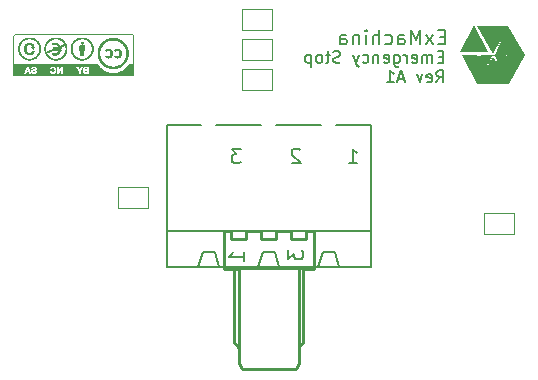
<source format=gbo>
G04 #@! TF.FileFunction,Legend,Bot*
%FSLAX46Y46*%
G04 Gerber Fmt 4.6, Leading zero omitted, Abs format (unit mm)*
G04 Created by KiCad (PCBNEW 4.0.6) date 06/08/17 14:58:16*
%MOMM*%
%LPD*%
G01*
G04 APERTURE LIST*
%ADD10C,0.100000*%
%ADD11C,0.150000*%
%ADD12C,0.254000*%
%ADD13C,0.127000*%
%ADD14C,0.152400*%
%ADD15C,0.001000*%
%ADD16C,0.120000*%
%ADD17C,0.177800*%
G04 APERTURE END LIST*
D10*
D11*
X133761905Y-95103571D02*
X133428571Y-95103571D01*
X133285714Y-95627381D02*
X133761905Y-95627381D01*
X133761905Y-94627381D01*
X133285714Y-94627381D01*
X132857143Y-95627381D02*
X132857143Y-94960714D01*
X132857143Y-95055952D02*
X132809524Y-95008333D01*
X132714286Y-94960714D01*
X132571428Y-94960714D01*
X132476190Y-95008333D01*
X132428571Y-95103571D01*
X132428571Y-95627381D01*
X132428571Y-95103571D02*
X132380952Y-95008333D01*
X132285714Y-94960714D01*
X132142857Y-94960714D01*
X132047619Y-95008333D01*
X132000000Y-95103571D01*
X132000000Y-95627381D01*
X131142857Y-95579762D02*
X131238095Y-95627381D01*
X131428572Y-95627381D01*
X131523810Y-95579762D01*
X131571429Y-95484524D01*
X131571429Y-95103571D01*
X131523810Y-95008333D01*
X131428572Y-94960714D01*
X131238095Y-94960714D01*
X131142857Y-95008333D01*
X131095238Y-95103571D01*
X131095238Y-95198810D01*
X131571429Y-95294048D01*
X130666667Y-95627381D02*
X130666667Y-94960714D01*
X130666667Y-95151190D02*
X130619048Y-95055952D01*
X130571429Y-95008333D01*
X130476191Y-94960714D01*
X130380952Y-94960714D01*
X129619047Y-94960714D02*
X129619047Y-95770238D01*
X129666666Y-95865476D01*
X129714285Y-95913095D01*
X129809524Y-95960714D01*
X129952381Y-95960714D01*
X130047619Y-95913095D01*
X129619047Y-95579762D02*
X129714285Y-95627381D01*
X129904762Y-95627381D01*
X130000000Y-95579762D01*
X130047619Y-95532143D01*
X130095238Y-95436905D01*
X130095238Y-95151190D01*
X130047619Y-95055952D01*
X130000000Y-95008333D01*
X129904762Y-94960714D01*
X129714285Y-94960714D01*
X129619047Y-95008333D01*
X128761904Y-95579762D02*
X128857142Y-95627381D01*
X129047619Y-95627381D01*
X129142857Y-95579762D01*
X129190476Y-95484524D01*
X129190476Y-95103571D01*
X129142857Y-95008333D01*
X129047619Y-94960714D01*
X128857142Y-94960714D01*
X128761904Y-95008333D01*
X128714285Y-95103571D01*
X128714285Y-95198810D01*
X129190476Y-95294048D01*
X128285714Y-94960714D02*
X128285714Y-95627381D01*
X128285714Y-95055952D02*
X128238095Y-95008333D01*
X128142857Y-94960714D01*
X127999999Y-94960714D01*
X127904761Y-95008333D01*
X127857142Y-95103571D01*
X127857142Y-95627381D01*
X126952380Y-95579762D02*
X127047618Y-95627381D01*
X127238095Y-95627381D01*
X127333333Y-95579762D01*
X127380952Y-95532143D01*
X127428571Y-95436905D01*
X127428571Y-95151190D01*
X127380952Y-95055952D01*
X127333333Y-95008333D01*
X127238095Y-94960714D01*
X127047618Y-94960714D01*
X126952380Y-95008333D01*
X126619047Y-94960714D02*
X126380952Y-95627381D01*
X126142856Y-94960714D02*
X126380952Y-95627381D01*
X126476190Y-95865476D01*
X126523809Y-95913095D01*
X126619047Y-95960714D01*
X125047618Y-95579762D02*
X124904761Y-95627381D01*
X124666665Y-95627381D01*
X124571427Y-95579762D01*
X124523808Y-95532143D01*
X124476189Y-95436905D01*
X124476189Y-95341667D01*
X124523808Y-95246429D01*
X124571427Y-95198810D01*
X124666665Y-95151190D01*
X124857142Y-95103571D01*
X124952380Y-95055952D01*
X124999999Y-95008333D01*
X125047618Y-94913095D01*
X125047618Y-94817857D01*
X124999999Y-94722619D01*
X124952380Y-94675000D01*
X124857142Y-94627381D01*
X124619046Y-94627381D01*
X124476189Y-94675000D01*
X124190475Y-94960714D02*
X123809523Y-94960714D01*
X124047618Y-94627381D02*
X124047618Y-95484524D01*
X123999999Y-95579762D01*
X123904761Y-95627381D01*
X123809523Y-95627381D01*
X123333332Y-95627381D02*
X123428570Y-95579762D01*
X123476189Y-95532143D01*
X123523808Y-95436905D01*
X123523808Y-95151190D01*
X123476189Y-95055952D01*
X123428570Y-95008333D01*
X123333332Y-94960714D01*
X123190474Y-94960714D01*
X123095236Y-95008333D01*
X123047617Y-95055952D01*
X122999998Y-95151190D01*
X122999998Y-95436905D01*
X123047617Y-95532143D01*
X123095236Y-95579762D01*
X123190474Y-95627381D01*
X123333332Y-95627381D01*
X122571427Y-94960714D02*
X122571427Y-95960714D01*
X122571427Y-95008333D02*
X122476189Y-94960714D01*
X122285712Y-94960714D01*
X122190474Y-95008333D01*
X122142855Y-95055952D01*
X122095236Y-95151190D01*
X122095236Y-95436905D01*
X122142855Y-95532143D01*
X122190474Y-95579762D01*
X122285712Y-95627381D01*
X122476189Y-95627381D01*
X122571427Y-95579762D01*
X133190476Y-97277381D02*
X133523810Y-96801190D01*
X133761905Y-97277381D02*
X133761905Y-96277381D01*
X133380952Y-96277381D01*
X133285714Y-96325000D01*
X133238095Y-96372619D01*
X133190476Y-96467857D01*
X133190476Y-96610714D01*
X133238095Y-96705952D01*
X133285714Y-96753571D01*
X133380952Y-96801190D01*
X133761905Y-96801190D01*
X132380952Y-97229762D02*
X132476190Y-97277381D01*
X132666667Y-97277381D01*
X132761905Y-97229762D01*
X132809524Y-97134524D01*
X132809524Y-96753571D01*
X132761905Y-96658333D01*
X132666667Y-96610714D01*
X132476190Y-96610714D01*
X132380952Y-96658333D01*
X132333333Y-96753571D01*
X132333333Y-96848810D01*
X132809524Y-96944048D01*
X132000000Y-96610714D02*
X131761905Y-97277381D01*
X131523809Y-96610714D01*
X130428571Y-96991667D02*
X129952380Y-96991667D01*
X130523809Y-97277381D02*
X130190476Y-96277381D01*
X129857142Y-97277381D01*
X128999999Y-97277381D02*
X129571428Y-97277381D01*
X129285714Y-97277381D02*
X129285714Y-96277381D01*
X129380952Y-96420238D01*
X129476190Y-96515476D01*
X129571428Y-96563095D01*
D12*
X115190000Y-113080000D02*
X115190000Y-109905000D01*
X115190000Y-109905000D02*
X115825000Y-109905000D01*
X115825000Y-109905000D02*
X115825000Y-110540000D01*
X115825000Y-110540000D02*
X117095000Y-110540000D01*
X117095000Y-110540000D02*
X117095000Y-109905000D01*
X117095000Y-109905000D02*
X118365000Y-109905000D01*
X118365000Y-109905000D02*
X118365000Y-110540000D01*
X118365000Y-110540000D02*
X119635000Y-110540000D01*
X119635000Y-110540000D02*
X119635000Y-109905000D01*
X119635000Y-109905000D02*
X120905000Y-109905000D01*
X120905000Y-109905000D02*
X120905000Y-110540000D01*
X120905000Y-110540000D02*
X122175000Y-110540000D01*
X122175000Y-110540000D02*
X122175000Y-109905000D01*
X122175000Y-109905000D02*
X122810000Y-109905000D01*
X122810000Y-109905000D02*
X122810000Y-113080000D01*
X122810000Y-113080000D02*
X121921000Y-113080000D01*
D13*
X121921000Y-113080000D02*
X121540000Y-113080000D01*
X121540000Y-113080000D02*
X116460000Y-113080000D01*
D12*
X116460000Y-113080000D02*
X116079000Y-113080000D01*
X116079000Y-113080000D02*
X115190000Y-113080000D01*
X116460000Y-113080000D02*
X116460000Y-121081000D01*
X116460000Y-121081000D02*
X116714000Y-121589000D01*
X116714000Y-121589000D02*
X121286000Y-121589000D01*
X121540000Y-113080000D02*
X121540000Y-121081000D01*
X121540000Y-121081000D02*
X121286000Y-121589000D01*
X121921000Y-113080000D02*
X121921000Y-119303000D01*
X121921000Y-119303000D02*
X121588260Y-119658600D01*
X116079000Y-113080000D02*
X116079000Y-119303000D01*
X116079000Y-119303000D02*
X116411740Y-119658600D01*
D14*
X127636000Y-100888000D02*
X127636000Y-109905000D01*
X127636000Y-100888000D02*
X124715000Y-100888000D01*
X123445000Y-100888000D02*
X119635000Y-100888000D01*
X113285000Y-100888000D02*
X110364000Y-100888000D01*
X127636000Y-109905000D02*
X110364000Y-109905000D01*
X110364000Y-100888000D02*
X110364000Y-109905000D01*
X127636000Y-112953000D02*
X124969000Y-112953000D01*
X127636000Y-109905000D02*
X127636000Y-112953000D01*
X110364000Y-109905000D02*
X110364000Y-112953000D01*
X123191000Y-112953000D02*
X123572000Y-111683000D01*
X123191000Y-112953000D02*
X119889000Y-112953000D01*
X123572000Y-111683000D02*
X124588000Y-111683000D01*
X124969000Y-112953000D02*
X124588000Y-111683000D01*
X124969000Y-112953000D02*
X123191000Y-112953000D01*
X118111000Y-112953000D02*
X118492000Y-111683000D01*
X118111000Y-112953000D02*
X114809000Y-112953000D01*
X114809000Y-112953000D02*
X113031000Y-112953000D01*
X113031000Y-112953000D02*
X110364000Y-112953000D01*
X119889000Y-112953000D02*
X119508000Y-111683000D01*
X119889000Y-112953000D02*
X118111000Y-112953000D01*
X119508000Y-111683000D02*
X118492000Y-111683000D01*
X114428000Y-111683000D02*
X113412000Y-111683000D01*
X113031000Y-112953000D02*
X113412000Y-111683000D01*
X114809000Y-112953000D02*
X114428000Y-111683000D01*
X118365000Y-100888000D02*
X114555000Y-100888000D01*
D10*
G36*
X107587300Y-96762700D02*
X97401900Y-96762700D01*
X97401900Y-96737300D01*
X107587300Y-96737300D01*
X107587300Y-96762700D01*
G37*
G36*
X107612700Y-96737300D02*
X97376500Y-96737300D01*
X97376500Y-96711900D01*
X107612700Y-96711900D01*
X107612700Y-96737300D01*
G37*
G36*
X107612700Y-96711900D02*
X97376500Y-96711900D01*
X97376500Y-96686500D01*
X107612700Y-96686500D01*
X107612700Y-96711900D01*
G37*
G36*
X107612700Y-96686500D02*
X97376500Y-96686500D01*
X97376500Y-96661100D01*
X107612700Y-96661100D01*
X107612700Y-96686500D01*
G37*
G36*
X107612700Y-96661100D02*
X97376500Y-96661100D01*
X97376500Y-96635700D01*
X107612700Y-96635700D01*
X107612700Y-96661100D01*
G37*
G36*
X107612700Y-96635700D02*
X97376500Y-96635700D01*
X97376500Y-96610300D01*
X107612700Y-96610300D01*
X107612700Y-96635700D01*
G37*
G36*
X107612700Y-96610300D02*
X97376500Y-96610300D01*
X97376500Y-96584900D01*
X107612700Y-96584900D01*
X107612700Y-96610300D01*
G37*
G36*
X107612700Y-96584900D02*
X97376500Y-96584900D01*
X97376500Y-96559500D01*
X107612700Y-96559500D01*
X107612700Y-96584900D01*
G37*
G36*
X107612700Y-96559500D02*
X103751900Y-96559500D01*
X103751900Y-96534100D01*
X107612700Y-96534100D01*
X107612700Y-96559500D01*
G37*
G36*
X103396300Y-96559500D02*
X103066100Y-96559500D01*
X103066100Y-96534100D01*
X103396300Y-96534100D01*
X103396300Y-96559500D01*
G37*
G36*
X102913700Y-96559500D02*
X101567500Y-96559500D01*
X101567500Y-96534100D01*
X102913700Y-96534100D01*
X102913700Y-96559500D01*
G37*
G36*
X101415100Y-96559500D02*
X101211900Y-96559500D01*
X101211900Y-96534100D01*
X101415100Y-96534100D01*
X101415100Y-96559500D01*
G37*
G36*
X101059500Y-96559500D02*
X100830900Y-96559500D01*
X100830900Y-96534100D01*
X101059500Y-96534100D01*
X101059500Y-96559500D01*
G37*
G36*
X100602300Y-96559500D02*
X99230700Y-96559500D01*
X99230700Y-96534100D01*
X100602300Y-96534100D01*
X100602300Y-96559500D01*
G37*
G36*
X98976700Y-96559500D02*
X98875100Y-96559500D01*
X98875100Y-96534100D01*
X98976700Y-96534100D01*
X98976700Y-96559500D01*
G37*
G36*
X98722700Y-96559500D02*
X98443300Y-96559500D01*
X98443300Y-96534100D01*
X98722700Y-96534100D01*
X98722700Y-96559500D01*
G37*
G36*
X98290900Y-96559500D02*
X97376500Y-96559500D01*
X97376500Y-96534100D01*
X98290900Y-96534100D01*
X98290900Y-96559500D01*
G37*
G36*
X107612700Y-96534100D02*
X103751900Y-96534100D01*
X103751900Y-96508700D01*
X107612700Y-96508700D01*
X107612700Y-96534100D01*
G37*
G36*
X103345500Y-96534100D02*
X103066100Y-96534100D01*
X103066100Y-96508700D01*
X103345500Y-96508700D01*
X103345500Y-96534100D01*
G37*
G36*
X102913700Y-96534100D02*
X101567500Y-96534100D01*
X101567500Y-96508700D01*
X102913700Y-96508700D01*
X102913700Y-96534100D01*
G37*
G36*
X101415100Y-96534100D02*
X101237300Y-96534100D01*
X101237300Y-96508700D01*
X101415100Y-96508700D01*
X101415100Y-96534100D01*
G37*
G36*
X101059500Y-96534100D02*
X100881700Y-96534100D01*
X100881700Y-96508700D01*
X101059500Y-96508700D01*
X101059500Y-96534100D01*
G37*
G36*
X100551500Y-96534100D02*
X99281500Y-96534100D01*
X99281500Y-96508700D01*
X100551500Y-96508700D01*
X100551500Y-96534100D01*
G37*
G36*
X98925900Y-96534100D02*
X98875100Y-96534100D01*
X98875100Y-96508700D01*
X98925900Y-96508700D01*
X98925900Y-96534100D01*
G37*
G36*
X98697300Y-96534100D02*
X98468700Y-96534100D01*
X98468700Y-96508700D01*
X98697300Y-96508700D01*
X98697300Y-96534100D01*
G37*
G36*
X98290900Y-96534100D02*
X97376500Y-96534100D01*
X97376500Y-96508700D01*
X98290900Y-96508700D01*
X98290900Y-96534100D01*
G37*
G36*
X107612700Y-96508700D02*
X103751900Y-96508700D01*
X103751900Y-96483300D01*
X107612700Y-96483300D01*
X107612700Y-96508700D01*
G37*
G36*
X103294700Y-96508700D02*
X103066100Y-96508700D01*
X103066100Y-96483300D01*
X103294700Y-96483300D01*
X103294700Y-96508700D01*
G37*
G36*
X102913700Y-96508700D02*
X101567500Y-96508700D01*
X101567500Y-96483300D01*
X102913700Y-96483300D01*
X102913700Y-96508700D01*
G37*
G36*
X101415100Y-96508700D02*
X101237300Y-96508700D01*
X101237300Y-96483300D01*
X101415100Y-96483300D01*
X101415100Y-96508700D01*
G37*
G36*
X101059500Y-96508700D02*
X100907100Y-96508700D01*
X100907100Y-96483300D01*
X101059500Y-96483300D01*
X101059500Y-96508700D01*
G37*
G36*
X100526100Y-96508700D02*
X99306900Y-96508700D01*
X99306900Y-96483300D01*
X100526100Y-96483300D01*
X100526100Y-96508700D01*
G37*
G36*
X98900500Y-96508700D02*
X98849700Y-96508700D01*
X98849700Y-96483300D01*
X98900500Y-96483300D01*
X98900500Y-96508700D01*
G37*
G36*
X98697300Y-96508700D02*
X98468700Y-96508700D01*
X98468700Y-96483300D01*
X98697300Y-96483300D01*
X98697300Y-96508700D01*
G37*
G36*
X98290900Y-96508700D02*
X97376500Y-96508700D01*
X97376500Y-96483300D01*
X98290900Y-96483300D01*
X98290900Y-96508700D01*
G37*
G36*
X107612700Y-96483300D02*
X106037900Y-96483300D01*
X106037900Y-96457900D01*
X107612700Y-96457900D01*
X107612700Y-96483300D01*
G37*
G36*
X105606100Y-96483300D02*
X103751900Y-96483300D01*
X103751900Y-96457900D01*
X105606100Y-96457900D01*
X105606100Y-96483300D01*
G37*
G36*
X103294700Y-96483300D02*
X103066100Y-96483300D01*
X103066100Y-96457900D01*
X103294700Y-96457900D01*
X103294700Y-96483300D01*
G37*
G36*
X102913700Y-96483300D02*
X101567500Y-96483300D01*
X101567500Y-96457900D01*
X102913700Y-96457900D01*
X102913700Y-96483300D01*
G37*
G36*
X101415100Y-96483300D02*
X101262700Y-96483300D01*
X101262700Y-96457900D01*
X101415100Y-96457900D01*
X101415100Y-96483300D01*
G37*
G36*
X101059500Y-96483300D02*
X100932500Y-96483300D01*
X100932500Y-96457900D01*
X101059500Y-96457900D01*
X101059500Y-96483300D01*
G37*
G36*
X100500700Y-96483300D02*
X99332300Y-96483300D01*
X99332300Y-96457900D01*
X100500700Y-96457900D01*
X100500700Y-96483300D01*
G37*
G36*
X98875100Y-96483300D02*
X98849700Y-96483300D01*
X98849700Y-96457900D01*
X98875100Y-96457900D01*
X98875100Y-96483300D01*
G37*
G36*
X98697300Y-96483300D02*
X98468700Y-96483300D01*
X98468700Y-96457900D01*
X98697300Y-96457900D01*
X98697300Y-96483300D01*
G37*
G36*
X98316300Y-96483300D02*
X97376500Y-96483300D01*
X97376500Y-96457900D01*
X98316300Y-96457900D01*
X98316300Y-96483300D01*
G37*
G36*
X107612700Y-96457900D02*
X106190300Y-96457900D01*
X106190300Y-96432500D01*
X107612700Y-96432500D01*
X107612700Y-96457900D01*
G37*
G36*
X105479100Y-96457900D02*
X103751900Y-96457900D01*
X103751900Y-96432500D01*
X105479100Y-96432500D01*
X105479100Y-96457900D01*
G37*
G36*
X103269300Y-96457900D02*
X103066100Y-96457900D01*
X103066100Y-96432500D01*
X103269300Y-96432500D01*
X103269300Y-96457900D01*
G37*
G36*
X102913700Y-96457900D02*
X101567500Y-96457900D01*
X101567500Y-96432500D01*
X102913700Y-96432500D01*
X102913700Y-96457900D01*
G37*
G36*
X101415100Y-96457900D02*
X101288100Y-96457900D01*
X101288100Y-96432500D01*
X101415100Y-96432500D01*
X101415100Y-96457900D01*
G37*
G36*
X101059500Y-96457900D02*
X100957900Y-96457900D01*
X100957900Y-96432500D01*
X101059500Y-96432500D01*
X101059500Y-96457900D01*
G37*
G36*
X100475300Y-96457900D02*
X99332300Y-96457900D01*
X99332300Y-96432500D01*
X100475300Y-96432500D01*
X100475300Y-96457900D01*
G37*
G36*
X98875100Y-96457900D02*
X98849700Y-96457900D01*
X98849700Y-96432500D01*
X98875100Y-96432500D01*
X98875100Y-96457900D01*
G37*
G36*
X98671900Y-96457900D02*
X98494100Y-96457900D01*
X98494100Y-96432500D01*
X98671900Y-96432500D01*
X98671900Y-96457900D01*
G37*
G36*
X98316300Y-96457900D02*
X97376500Y-96457900D01*
X97376500Y-96432500D01*
X98316300Y-96432500D01*
X98316300Y-96457900D01*
G37*
G36*
X107612700Y-96432500D02*
X106266500Y-96432500D01*
X106266500Y-96407100D01*
X107612700Y-96407100D01*
X107612700Y-96432500D01*
G37*
G36*
X105377500Y-96432500D02*
X103751900Y-96432500D01*
X103751900Y-96407100D01*
X105377500Y-96407100D01*
X105377500Y-96432500D01*
G37*
G36*
X103624900Y-96432500D02*
X103447100Y-96432500D01*
X103447100Y-96407100D01*
X103624900Y-96407100D01*
X103624900Y-96432500D01*
G37*
G36*
X103269300Y-96432500D02*
X103066100Y-96432500D01*
X103066100Y-96407100D01*
X103269300Y-96407100D01*
X103269300Y-96432500D01*
G37*
G36*
X102913700Y-96432500D02*
X101567500Y-96432500D01*
X101567500Y-96407100D01*
X102913700Y-96407100D01*
X102913700Y-96432500D01*
G37*
G36*
X101415100Y-96432500D02*
X101288100Y-96432500D01*
X101288100Y-96407100D01*
X101415100Y-96407100D01*
X101415100Y-96432500D01*
G37*
G36*
X101059500Y-96432500D02*
X100957900Y-96432500D01*
X100957900Y-96407100D01*
X101059500Y-96407100D01*
X101059500Y-96432500D01*
G37*
G36*
X100780100Y-96432500D02*
X100653100Y-96432500D01*
X100653100Y-96407100D01*
X100780100Y-96407100D01*
X100780100Y-96432500D01*
G37*
G36*
X100475300Y-96432500D02*
X99357700Y-96432500D01*
X99357700Y-96407100D01*
X100475300Y-96407100D01*
X100475300Y-96432500D01*
G37*
G36*
X99179900Y-96432500D02*
X99027500Y-96432500D01*
X99027500Y-96407100D01*
X99179900Y-96407100D01*
X99179900Y-96432500D01*
G37*
G36*
X98849700Y-96432500D02*
X98824300Y-96432500D01*
X98824300Y-96407100D01*
X98849700Y-96407100D01*
X98849700Y-96432500D01*
G37*
G36*
X98341700Y-96432500D02*
X97376500Y-96432500D01*
X97376500Y-96407100D01*
X98341700Y-96407100D01*
X98341700Y-96432500D01*
G37*
G36*
X107612700Y-96407100D02*
X106342700Y-96407100D01*
X106342700Y-96381700D01*
X107612700Y-96381700D01*
X107612700Y-96407100D01*
G37*
G36*
X105301300Y-96407100D02*
X103751900Y-96407100D01*
X103751900Y-96381700D01*
X105301300Y-96381700D01*
X105301300Y-96407100D01*
G37*
G36*
X103624900Y-96407100D02*
X103421700Y-96407100D01*
X103421700Y-96381700D01*
X103624900Y-96381700D01*
X103624900Y-96407100D01*
G37*
G36*
X103269300Y-96407100D02*
X103066100Y-96407100D01*
X103066100Y-96381700D01*
X103269300Y-96381700D01*
X103269300Y-96407100D01*
G37*
G36*
X102913700Y-96407100D02*
X101567500Y-96407100D01*
X101567500Y-96381700D01*
X102913700Y-96381700D01*
X102913700Y-96407100D01*
G37*
G36*
X101415100Y-96407100D02*
X101313500Y-96407100D01*
X101313500Y-96381700D01*
X101415100Y-96381700D01*
X101415100Y-96407100D01*
G37*
G36*
X101059500Y-96407100D02*
X100983300Y-96407100D01*
X100983300Y-96381700D01*
X101059500Y-96381700D01*
X101059500Y-96407100D01*
G37*
G36*
X100805500Y-96407100D02*
X100627700Y-96407100D01*
X100627700Y-96381700D01*
X100805500Y-96381700D01*
X100805500Y-96407100D01*
G37*
G36*
X100449900Y-96407100D02*
X99357700Y-96407100D01*
X99357700Y-96381700D01*
X100449900Y-96381700D01*
X100449900Y-96407100D01*
G37*
G36*
X99205300Y-96407100D02*
X99002100Y-96407100D01*
X99002100Y-96381700D01*
X99205300Y-96381700D01*
X99205300Y-96407100D01*
G37*
G36*
X98849700Y-96407100D02*
X98824300Y-96407100D01*
X98824300Y-96381700D01*
X98849700Y-96381700D01*
X98849700Y-96407100D01*
G37*
G36*
X98341700Y-96407100D02*
X97376500Y-96407100D01*
X97376500Y-96381700D01*
X98341700Y-96381700D01*
X98341700Y-96407100D01*
G37*
G36*
X107612700Y-96381700D02*
X106418900Y-96381700D01*
X106418900Y-96356300D01*
X107612700Y-96356300D01*
X107612700Y-96381700D01*
G37*
G36*
X105250500Y-96381700D02*
X103751900Y-96381700D01*
X103751900Y-96356300D01*
X105250500Y-96356300D01*
X105250500Y-96381700D01*
G37*
G36*
X103624900Y-96381700D02*
X103421700Y-96381700D01*
X103421700Y-96356300D01*
X103624900Y-96356300D01*
X103624900Y-96381700D01*
G37*
G36*
X103269300Y-96381700D02*
X103066100Y-96381700D01*
X103066100Y-96356300D01*
X103269300Y-96356300D01*
X103269300Y-96381700D01*
G37*
G36*
X102913700Y-96381700D02*
X101567500Y-96381700D01*
X101567500Y-96356300D01*
X102913700Y-96356300D01*
X102913700Y-96381700D01*
G37*
G36*
X101415100Y-96381700D02*
X101313500Y-96381700D01*
X101313500Y-96356300D01*
X101415100Y-96356300D01*
X101415100Y-96381700D01*
G37*
G36*
X101059500Y-96381700D02*
X100983300Y-96381700D01*
X100983300Y-96356300D01*
X101059500Y-96356300D01*
X101059500Y-96381700D01*
G37*
G36*
X100830900Y-96381700D02*
X100602300Y-96381700D01*
X100602300Y-96356300D01*
X100830900Y-96356300D01*
X100830900Y-96381700D01*
G37*
G36*
X100449900Y-96381700D02*
X99357700Y-96381700D01*
X99357700Y-96356300D01*
X100449900Y-96356300D01*
X100449900Y-96381700D01*
G37*
G36*
X99205300Y-96381700D02*
X99002100Y-96381700D01*
X99002100Y-96356300D01*
X99205300Y-96356300D01*
X99205300Y-96381700D01*
G37*
G36*
X98849700Y-96381700D02*
X98798900Y-96381700D01*
X98798900Y-96356300D01*
X98849700Y-96356300D01*
X98849700Y-96381700D01*
G37*
G36*
X98341700Y-96381700D02*
X97376500Y-96381700D01*
X97376500Y-96356300D01*
X98341700Y-96356300D01*
X98341700Y-96381700D01*
G37*
G36*
X107612700Y-96356300D02*
X106469700Y-96356300D01*
X106469700Y-96330900D01*
X107612700Y-96330900D01*
X107612700Y-96356300D01*
G37*
G36*
X105174300Y-96356300D02*
X103751900Y-96356300D01*
X103751900Y-96330900D01*
X105174300Y-96330900D01*
X105174300Y-96356300D01*
G37*
G36*
X103624900Y-96356300D02*
X103421700Y-96356300D01*
X103421700Y-96330900D01*
X103624900Y-96330900D01*
X103624900Y-96356300D01*
G37*
G36*
X103269300Y-96356300D02*
X103066100Y-96356300D01*
X103066100Y-96330900D01*
X103269300Y-96330900D01*
X103269300Y-96356300D01*
G37*
G36*
X102913700Y-96356300D02*
X101567500Y-96356300D01*
X101567500Y-96330900D01*
X102913700Y-96330900D01*
X102913700Y-96356300D01*
G37*
G36*
X101415100Y-96356300D02*
X101338900Y-96356300D01*
X101338900Y-96330900D01*
X101415100Y-96330900D01*
X101415100Y-96356300D01*
G37*
G36*
X101059500Y-96356300D02*
X100983300Y-96356300D01*
X100983300Y-96330900D01*
X101059500Y-96330900D01*
X101059500Y-96356300D01*
G37*
G36*
X100830900Y-96356300D02*
X100602300Y-96356300D01*
X100602300Y-96330900D01*
X100830900Y-96330900D01*
X100830900Y-96356300D01*
G37*
G36*
X100449900Y-96356300D02*
X99357700Y-96356300D01*
X99357700Y-96330900D01*
X100449900Y-96330900D01*
X100449900Y-96356300D01*
G37*
G36*
X99205300Y-96356300D02*
X99052900Y-96356300D01*
X99052900Y-96330900D01*
X99205300Y-96330900D01*
X99205300Y-96356300D01*
G37*
G36*
X98849700Y-96356300D02*
X98798900Y-96356300D01*
X98798900Y-96330900D01*
X98849700Y-96330900D01*
X98849700Y-96356300D01*
G37*
G36*
X98367100Y-96356300D02*
X97376500Y-96356300D01*
X97376500Y-96330900D01*
X98367100Y-96330900D01*
X98367100Y-96356300D01*
G37*
G36*
X107612700Y-96330900D02*
X106520500Y-96330900D01*
X106520500Y-96305500D01*
X107612700Y-96305500D01*
X107612700Y-96330900D01*
G37*
G36*
X105123500Y-96330900D02*
X103751900Y-96330900D01*
X103751900Y-96305500D01*
X105123500Y-96305500D01*
X105123500Y-96330900D01*
G37*
G36*
X103624900Y-96330900D02*
X103447100Y-96330900D01*
X103447100Y-96305500D01*
X103624900Y-96305500D01*
X103624900Y-96330900D01*
G37*
G36*
X103269300Y-96330900D02*
X103066100Y-96330900D01*
X103066100Y-96305500D01*
X103269300Y-96305500D01*
X103269300Y-96330900D01*
G37*
G36*
X102888300Y-96330900D02*
X101567500Y-96330900D01*
X101567500Y-96305500D01*
X102888300Y-96305500D01*
X102888300Y-96330900D01*
G37*
G36*
X101415100Y-96330900D02*
X101364300Y-96330900D01*
X101364300Y-96305500D01*
X101415100Y-96305500D01*
X101415100Y-96330900D01*
G37*
G36*
X101059500Y-96330900D02*
X101008700Y-96330900D01*
X101008700Y-96305500D01*
X101059500Y-96305500D01*
X101059500Y-96330900D01*
G37*
G36*
X100830900Y-96330900D02*
X100602300Y-96330900D01*
X100602300Y-96305500D01*
X100830900Y-96305500D01*
X100830900Y-96330900D01*
G37*
G36*
X100449900Y-96330900D02*
X99129100Y-96330900D01*
X99129100Y-96305500D01*
X100449900Y-96305500D01*
X100449900Y-96330900D01*
G37*
G36*
X98875100Y-96330900D02*
X98798900Y-96330900D01*
X98798900Y-96305500D01*
X98875100Y-96305500D01*
X98875100Y-96330900D01*
G37*
G36*
X98367100Y-96330900D02*
X97376500Y-96330900D01*
X97376500Y-96305500D01*
X98367100Y-96305500D01*
X98367100Y-96330900D01*
G37*
G36*
X107612700Y-96305500D02*
X106571300Y-96305500D01*
X106571300Y-96280100D01*
X107612700Y-96280100D01*
X107612700Y-96305500D01*
G37*
G36*
X105098100Y-96305500D02*
X103751900Y-96305500D01*
X103751900Y-96280100D01*
X105098100Y-96280100D01*
X105098100Y-96305500D01*
G37*
G36*
X103269300Y-96305500D02*
X103091500Y-96305500D01*
X103091500Y-96280100D01*
X103269300Y-96280100D01*
X103269300Y-96305500D01*
G37*
G36*
X102888300Y-96305500D02*
X101567500Y-96305500D01*
X101567500Y-96280100D01*
X102888300Y-96280100D01*
X102888300Y-96305500D01*
G37*
G36*
X101415100Y-96305500D02*
X101364300Y-96305500D01*
X101364300Y-96280100D01*
X101415100Y-96280100D01*
X101415100Y-96305500D01*
G37*
G36*
X101059500Y-96305500D02*
X101008700Y-96305500D01*
X101008700Y-96280100D01*
X101059500Y-96280100D01*
X101059500Y-96305500D01*
G37*
G36*
X100856300Y-96305500D02*
X99205300Y-96305500D01*
X99205300Y-96280100D01*
X100856300Y-96280100D01*
X100856300Y-96305500D01*
G37*
G36*
X98875100Y-96305500D02*
X98773500Y-96305500D01*
X98773500Y-96280100D01*
X98875100Y-96280100D01*
X98875100Y-96305500D01*
G37*
G36*
X98621100Y-96305500D02*
X98544900Y-96305500D01*
X98544900Y-96280100D01*
X98621100Y-96280100D01*
X98621100Y-96305500D01*
G37*
G36*
X98367100Y-96305500D02*
X97376500Y-96305500D01*
X97376500Y-96280100D01*
X98367100Y-96280100D01*
X98367100Y-96305500D01*
G37*
G36*
X107612700Y-96280100D02*
X106622100Y-96280100D01*
X106622100Y-96254700D01*
X107612700Y-96254700D01*
X107612700Y-96280100D01*
G37*
G36*
X105047300Y-96280100D02*
X103751900Y-96280100D01*
X103751900Y-96254700D01*
X105047300Y-96254700D01*
X105047300Y-96280100D01*
G37*
G36*
X103294700Y-96280100D02*
X103091500Y-96280100D01*
X103091500Y-96254700D01*
X103294700Y-96254700D01*
X103294700Y-96280100D01*
G37*
G36*
X102862900Y-96280100D02*
X101567500Y-96280100D01*
X101567500Y-96254700D01*
X102862900Y-96254700D01*
X102862900Y-96280100D01*
G37*
G36*
X101415100Y-96280100D02*
X101389700Y-96280100D01*
X101389700Y-96254700D01*
X101415100Y-96254700D01*
X101415100Y-96280100D01*
G37*
G36*
X101059500Y-96280100D02*
X101008700Y-96280100D01*
X101008700Y-96254700D01*
X101059500Y-96254700D01*
X101059500Y-96280100D01*
G37*
G36*
X100856300Y-96280100D02*
X99281500Y-96280100D01*
X99281500Y-96254700D01*
X100856300Y-96254700D01*
X100856300Y-96280100D01*
G37*
G36*
X98900500Y-96280100D02*
X98773500Y-96280100D01*
X98773500Y-96254700D01*
X98900500Y-96254700D01*
X98900500Y-96280100D01*
G37*
G36*
X98621100Y-96280100D02*
X98544900Y-96280100D01*
X98544900Y-96254700D01*
X98621100Y-96254700D01*
X98621100Y-96280100D01*
G37*
G36*
X98392500Y-96280100D02*
X97376500Y-96280100D01*
X97376500Y-96254700D01*
X98392500Y-96254700D01*
X98392500Y-96280100D01*
G37*
G36*
X107612700Y-96254700D02*
X106647500Y-96254700D01*
X106647500Y-96229300D01*
X107612700Y-96229300D01*
X107612700Y-96254700D01*
G37*
G36*
X104996500Y-96254700D02*
X103751900Y-96254700D01*
X103751900Y-96229300D01*
X104996500Y-96229300D01*
X104996500Y-96254700D01*
G37*
G36*
X103320100Y-96254700D02*
X103116900Y-96254700D01*
X103116900Y-96229300D01*
X103320100Y-96229300D01*
X103320100Y-96254700D01*
G37*
G36*
X102862900Y-96254700D02*
X101567500Y-96254700D01*
X101567500Y-96229300D01*
X102862900Y-96229300D01*
X102862900Y-96254700D01*
G37*
G36*
X101237300Y-96254700D02*
X101211900Y-96254700D01*
X101211900Y-96229300D01*
X101237300Y-96229300D01*
X101237300Y-96254700D01*
G37*
G36*
X101059500Y-96254700D02*
X101008700Y-96254700D01*
X101008700Y-96229300D01*
X101059500Y-96229300D01*
X101059500Y-96254700D01*
G37*
G36*
X100856300Y-96254700D02*
X99306900Y-96254700D01*
X99306900Y-96229300D01*
X100856300Y-96229300D01*
X100856300Y-96254700D01*
G37*
G36*
X98900500Y-96254700D02*
X98773500Y-96254700D01*
X98773500Y-96229300D01*
X98900500Y-96229300D01*
X98900500Y-96254700D01*
G37*
G36*
X98621100Y-96254700D02*
X98544900Y-96254700D01*
X98544900Y-96229300D01*
X98621100Y-96229300D01*
X98621100Y-96254700D01*
G37*
G36*
X98392500Y-96254700D02*
X97376500Y-96254700D01*
X97376500Y-96229300D01*
X98392500Y-96229300D01*
X98392500Y-96254700D01*
G37*
G36*
X107612700Y-96229300D02*
X106698300Y-96229300D01*
X106698300Y-96203900D01*
X107612700Y-96203900D01*
X107612700Y-96229300D01*
G37*
G36*
X104971100Y-96229300D02*
X103751900Y-96229300D01*
X103751900Y-96203900D01*
X104971100Y-96203900D01*
X104971100Y-96229300D01*
G37*
G36*
X103320100Y-96229300D02*
X103116900Y-96229300D01*
X103116900Y-96203900D01*
X103320100Y-96203900D01*
X103320100Y-96229300D01*
G37*
G36*
X102837500Y-96229300D02*
X101567500Y-96229300D01*
X101567500Y-96203900D01*
X102837500Y-96203900D01*
X102837500Y-96229300D01*
G37*
G36*
X101262700Y-96229300D02*
X101211900Y-96229300D01*
X101211900Y-96203900D01*
X101262700Y-96203900D01*
X101262700Y-96229300D01*
G37*
G36*
X101059500Y-96229300D02*
X101008700Y-96229300D01*
X101008700Y-96203900D01*
X101059500Y-96203900D01*
X101059500Y-96229300D01*
G37*
G36*
X100856300Y-96229300D02*
X99332300Y-96229300D01*
X99332300Y-96203900D01*
X100856300Y-96203900D01*
X100856300Y-96229300D01*
G37*
G36*
X98951300Y-96229300D02*
X98748100Y-96229300D01*
X98748100Y-96203900D01*
X98951300Y-96203900D01*
X98951300Y-96229300D01*
G37*
G36*
X98595700Y-96229300D02*
X98570300Y-96229300D01*
X98570300Y-96203900D01*
X98595700Y-96203900D01*
X98595700Y-96229300D01*
G37*
G36*
X98417900Y-96229300D02*
X97376500Y-96229300D01*
X97376500Y-96203900D01*
X98417900Y-96203900D01*
X98417900Y-96229300D01*
G37*
G36*
X107612700Y-96203900D02*
X106723700Y-96203900D01*
X106723700Y-96178500D01*
X107612700Y-96178500D01*
X107612700Y-96203900D01*
G37*
G36*
X104920300Y-96203900D02*
X103751900Y-96203900D01*
X103751900Y-96178500D01*
X104920300Y-96178500D01*
X104920300Y-96203900D01*
G37*
G36*
X103294700Y-96203900D02*
X103142300Y-96203900D01*
X103142300Y-96178500D01*
X103294700Y-96178500D01*
X103294700Y-96203900D01*
G37*
G36*
X102812100Y-96203900D02*
X101567500Y-96203900D01*
X101567500Y-96178500D01*
X102812100Y-96178500D01*
X102812100Y-96203900D01*
G37*
G36*
X101262700Y-96203900D02*
X101211900Y-96203900D01*
X101211900Y-96178500D01*
X101262700Y-96178500D01*
X101262700Y-96203900D01*
G37*
G36*
X101059500Y-96203900D02*
X101008700Y-96203900D01*
X101008700Y-96178500D01*
X101059500Y-96178500D01*
X101059500Y-96203900D01*
G37*
G36*
X100830900Y-96203900D02*
X99332300Y-96203900D01*
X99332300Y-96178500D01*
X100830900Y-96178500D01*
X100830900Y-96203900D01*
G37*
G36*
X99027500Y-96203900D02*
X98748100Y-96203900D01*
X98748100Y-96178500D01*
X99027500Y-96178500D01*
X99027500Y-96203900D01*
G37*
G36*
X98595700Y-96203900D02*
X98570300Y-96203900D01*
X98570300Y-96178500D01*
X98595700Y-96178500D01*
X98595700Y-96203900D01*
G37*
G36*
X98417900Y-96203900D02*
X97376500Y-96203900D01*
X97376500Y-96178500D01*
X98417900Y-96178500D01*
X98417900Y-96203900D01*
G37*
G36*
X107612700Y-96178500D02*
X106774500Y-96178500D01*
X106774500Y-96153100D01*
X107612700Y-96153100D01*
X107612700Y-96178500D01*
G37*
G36*
X106012500Y-96178500D02*
X105656900Y-96178500D01*
X105656900Y-96153100D01*
X106012500Y-96153100D01*
X106012500Y-96178500D01*
G37*
G36*
X104894900Y-96178500D02*
X103751900Y-96178500D01*
X103751900Y-96153100D01*
X104894900Y-96153100D01*
X104894900Y-96178500D01*
G37*
G36*
X103624900Y-96178500D02*
X103447100Y-96178500D01*
X103447100Y-96153100D01*
X103624900Y-96153100D01*
X103624900Y-96178500D01*
G37*
G36*
X103294700Y-96178500D02*
X103167700Y-96178500D01*
X103167700Y-96153100D01*
X103294700Y-96153100D01*
X103294700Y-96178500D01*
G37*
G36*
X102812100Y-96178500D02*
X101567500Y-96178500D01*
X101567500Y-96153100D01*
X102812100Y-96153100D01*
X102812100Y-96178500D01*
G37*
G36*
X101288100Y-96178500D02*
X101211900Y-96178500D01*
X101211900Y-96153100D01*
X101288100Y-96153100D01*
X101288100Y-96178500D01*
G37*
G36*
X101059500Y-96178500D02*
X100983300Y-96178500D01*
X100983300Y-96153100D01*
X101059500Y-96153100D01*
X101059500Y-96178500D01*
G37*
G36*
X100830900Y-96178500D02*
X100602300Y-96178500D01*
X100602300Y-96153100D01*
X100830900Y-96153100D01*
X100830900Y-96178500D01*
G37*
G36*
X100449900Y-96178500D02*
X99332300Y-96178500D01*
X99332300Y-96153100D01*
X100449900Y-96153100D01*
X100449900Y-96178500D01*
G37*
G36*
X99129100Y-96178500D02*
X98722700Y-96178500D01*
X98722700Y-96153100D01*
X99129100Y-96153100D01*
X99129100Y-96178500D01*
G37*
G36*
X98417900Y-96178500D02*
X97376500Y-96178500D01*
X97376500Y-96153100D01*
X98417900Y-96153100D01*
X98417900Y-96178500D01*
G37*
G36*
X107612700Y-96153100D02*
X106799900Y-96153100D01*
X106799900Y-96127700D01*
X107612700Y-96127700D01*
X107612700Y-96153100D01*
G37*
G36*
X106139500Y-96153100D02*
X105529900Y-96153100D01*
X105529900Y-96127700D01*
X106139500Y-96127700D01*
X106139500Y-96153100D01*
G37*
G36*
X104869500Y-96153100D02*
X103751900Y-96153100D01*
X103751900Y-96127700D01*
X104869500Y-96127700D01*
X104869500Y-96153100D01*
G37*
G36*
X103624900Y-96153100D02*
X103447100Y-96153100D01*
X103447100Y-96127700D01*
X103624900Y-96127700D01*
X103624900Y-96153100D01*
G37*
G36*
X103294700Y-96153100D02*
X103167700Y-96153100D01*
X103167700Y-96127700D01*
X103294700Y-96127700D01*
X103294700Y-96153100D01*
G37*
G36*
X102989900Y-96153100D02*
X102964500Y-96153100D01*
X102964500Y-96127700D01*
X102989900Y-96127700D01*
X102989900Y-96153100D01*
G37*
G36*
X102786700Y-96153100D02*
X101567500Y-96153100D01*
X101567500Y-96127700D01*
X102786700Y-96127700D01*
X102786700Y-96153100D01*
G37*
G36*
X101313500Y-96153100D02*
X101211900Y-96153100D01*
X101211900Y-96127700D01*
X101313500Y-96127700D01*
X101313500Y-96153100D01*
G37*
G36*
X101059500Y-96153100D02*
X100983300Y-96153100D01*
X100983300Y-96127700D01*
X101059500Y-96127700D01*
X101059500Y-96153100D01*
G37*
G36*
X100805500Y-96153100D02*
X100602300Y-96153100D01*
X100602300Y-96127700D01*
X100805500Y-96127700D01*
X100805500Y-96153100D01*
G37*
G36*
X100449900Y-96153100D02*
X99332300Y-96153100D01*
X99332300Y-96127700D01*
X100449900Y-96127700D01*
X100449900Y-96153100D01*
G37*
G36*
X99179900Y-96153100D02*
X99027500Y-96153100D01*
X99027500Y-96127700D01*
X99179900Y-96127700D01*
X99179900Y-96153100D01*
G37*
G36*
X98875100Y-96153100D02*
X98722700Y-96153100D01*
X98722700Y-96127700D01*
X98875100Y-96127700D01*
X98875100Y-96153100D01*
G37*
G36*
X98443300Y-96153100D02*
X97376500Y-96153100D01*
X97376500Y-96127700D01*
X98443300Y-96127700D01*
X98443300Y-96153100D01*
G37*
G36*
X107612700Y-96127700D02*
X106825300Y-96127700D01*
X106825300Y-96102300D01*
X107612700Y-96102300D01*
X107612700Y-96127700D01*
G37*
G36*
X106241100Y-96127700D02*
X105428300Y-96127700D01*
X105428300Y-96102300D01*
X106241100Y-96102300D01*
X106241100Y-96127700D01*
G37*
G36*
X104844100Y-96127700D02*
X103751900Y-96127700D01*
X103751900Y-96102300D01*
X104844100Y-96102300D01*
X104844100Y-96127700D01*
G37*
G36*
X103624900Y-96127700D02*
X103447100Y-96127700D01*
X103447100Y-96102300D01*
X103624900Y-96102300D01*
X103624900Y-96127700D01*
G37*
G36*
X103294700Y-96127700D02*
X103193100Y-96127700D01*
X103193100Y-96102300D01*
X103294700Y-96102300D01*
X103294700Y-96127700D01*
G37*
G36*
X103015300Y-96127700D02*
X102964500Y-96127700D01*
X102964500Y-96102300D01*
X103015300Y-96102300D01*
X103015300Y-96127700D01*
G37*
G36*
X102786700Y-96127700D02*
X101567500Y-96127700D01*
X101567500Y-96102300D01*
X102786700Y-96102300D01*
X102786700Y-96127700D01*
G37*
G36*
X101313500Y-96127700D02*
X101211900Y-96127700D01*
X101211900Y-96102300D01*
X101313500Y-96102300D01*
X101313500Y-96127700D01*
G37*
G36*
X101059500Y-96127700D02*
X100983300Y-96127700D01*
X100983300Y-96102300D01*
X101059500Y-96102300D01*
X101059500Y-96127700D01*
G37*
G36*
X100805500Y-96127700D02*
X100627700Y-96127700D01*
X100627700Y-96102300D01*
X100805500Y-96102300D01*
X100805500Y-96127700D01*
G37*
G36*
X100449900Y-96127700D02*
X99332300Y-96127700D01*
X99332300Y-96102300D01*
X100449900Y-96102300D01*
X100449900Y-96127700D01*
G37*
G36*
X99179900Y-96127700D02*
X99027500Y-96127700D01*
X99027500Y-96102300D01*
X99179900Y-96102300D01*
X99179900Y-96127700D01*
G37*
G36*
X98875100Y-96127700D02*
X98722700Y-96127700D01*
X98722700Y-96102300D01*
X98875100Y-96102300D01*
X98875100Y-96127700D01*
G37*
G36*
X98443300Y-96127700D02*
X97376500Y-96127700D01*
X97376500Y-96102300D01*
X98443300Y-96102300D01*
X98443300Y-96127700D01*
G37*
G36*
X107612700Y-96102300D02*
X106850700Y-96102300D01*
X106850700Y-96076900D01*
X107612700Y-96076900D01*
X107612700Y-96102300D01*
G37*
G36*
X106317300Y-96102300D02*
X105352100Y-96102300D01*
X105352100Y-96076900D01*
X106317300Y-96076900D01*
X106317300Y-96102300D01*
G37*
G36*
X104793300Y-96102300D02*
X103751900Y-96102300D01*
X103751900Y-96076900D01*
X104793300Y-96076900D01*
X104793300Y-96102300D01*
G37*
G36*
X103624900Y-96102300D02*
X103472500Y-96102300D01*
X103472500Y-96076900D01*
X103624900Y-96076900D01*
X103624900Y-96102300D01*
G37*
G36*
X103294700Y-96102300D02*
X103193100Y-96102300D01*
X103193100Y-96076900D01*
X103294700Y-96076900D01*
X103294700Y-96102300D01*
G37*
G36*
X103015300Y-96102300D02*
X102939100Y-96102300D01*
X102939100Y-96076900D01*
X103015300Y-96076900D01*
X103015300Y-96102300D01*
G37*
G36*
X102761300Y-96102300D02*
X101567500Y-96102300D01*
X101567500Y-96076900D01*
X102761300Y-96076900D01*
X102761300Y-96102300D01*
G37*
G36*
X101338900Y-96102300D02*
X101211900Y-96102300D01*
X101211900Y-96076900D01*
X101338900Y-96076900D01*
X101338900Y-96102300D01*
G37*
G36*
X101059500Y-96102300D02*
X100957900Y-96102300D01*
X100957900Y-96076900D01*
X101059500Y-96076900D01*
X101059500Y-96102300D01*
G37*
G36*
X100754700Y-96102300D02*
X100678500Y-96102300D01*
X100678500Y-96076900D01*
X100754700Y-96076900D01*
X100754700Y-96102300D01*
G37*
G36*
X100475300Y-96102300D02*
X99332300Y-96102300D01*
X99332300Y-96076900D01*
X100475300Y-96076900D01*
X100475300Y-96102300D01*
G37*
G36*
X99179900Y-96102300D02*
X99052900Y-96102300D01*
X99052900Y-96076900D01*
X99179900Y-96076900D01*
X99179900Y-96102300D01*
G37*
G36*
X98875100Y-96102300D02*
X98697300Y-96102300D01*
X98697300Y-96076900D01*
X98875100Y-96076900D01*
X98875100Y-96102300D01*
G37*
G36*
X98443300Y-96102300D02*
X97376500Y-96102300D01*
X97376500Y-96076900D01*
X98443300Y-96076900D01*
X98443300Y-96102300D01*
G37*
G36*
X107612700Y-96076900D02*
X106876100Y-96076900D01*
X106876100Y-96051500D01*
X107612700Y-96051500D01*
X107612700Y-96076900D01*
G37*
G36*
X106368100Y-96076900D02*
X105301300Y-96076900D01*
X105301300Y-96051500D01*
X106368100Y-96051500D01*
X106368100Y-96076900D01*
G37*
G36*
X104767900Y-96076900D02*
X103751900Y-96076900D01*
X103751900Y-96051500D01*
X104767900Y-96051500D01*
X104767900Y-96076900D01*
G37*
G36*
X103294700Y-96076900D02*
X103218500Y-96076900D01*
X103218500Y-96051500D01*
X103294700Y-96051500D01*
X103294700Y-96076900D01*
G37*
G36*
X103040700Y-96076900D02*
X102913700Y-96076900D01*
X102913700Y-96051500D01*
X103040700Y-96051500D01*
X103040700Y-96076900D01*
G37*
G36*
X102735900Y-96076900D02*
X101567500Y-96076900D01*
X101567500Y-96051500D01*
X102735900Y-96051500D01*
X102735900Y-96076900D01*
G37*
G36*
X101338900Y-96076900D02*
X101211900Y-96076900D01*
X101211900Y-96051500D01*
X101338900Y-96051500D01*
X101338900Y-96076900D01*
G37*
G36*
X101059500Y-96076900D02*
X100957900Y-96076900D01*
X100957900Y-96051500D01*
X101059500Y-96051500D01*
X101059500Y-96076900D01*
G37*
G36*
X100475300Y-96076900D02*
X99332300Y-96076900D01*
X99332300Y-96051500D01*
X100475300Y-96051500D01*
X100475300Y-96076900D01*
G37*
G36*
X98900500Y-96076900D02*
X98697300Y-96076900D01*
X98697300Y-96051500D01*
X98900500Y-96051500D01*
X98900500Y-96076900D01*
G37*
G36*
X98468700Y-96076900D02*
X97376500Y-96076900D01*
X97376500Y-96051500D01*
X98468700Y-96051500D01*
X98468700Y-96076900D01*
G37*
G36*
X107612700Y-96051500D02*
X106901500Y-96051500D01*
X106901500Y-96026100D01*
X107612700Y-96026100D01*
X107612700Y-96051500D01*
G37*
G36*
X106418900Y-96051500D02*
X105250500Y-96051500D01*
X105250500Y-96026100D01*
X106418900Y-96026100D01*
X106418900Y-96051500D01*
G37*
G36*
X104742500Y-96051500D02*
X103751900Y-96051500D01*
X103751900Y-96026100D01*
X104742500Y-96026100D01*
X104742500Y-96051500D01*
G37*
G36*
X103294700Y-96051500D02*
X103243900Y-96051500D01*
X103243900Y-96026100D01*
X103294700Y-96026100D01*
X103294700Y-96051500D01*
G37*
G36*
X103066100Y-96051500D02*
X102913700Y-96051500D01*
X102913700Y-96026100D01*
X103066100Y-96026100D01*
X103066100Y-96051500D01*
G37*
G36*
X102735900Y-96051500D02*
X101567500Y-96051500D01*
X101567500Y-96026100D01*
X102735900Y-96026100D01*
X102735900Y-96051500D01*
G37*
G36*
X101364300Y-96051500D02*
X101211900Y-96051500D01*
X101211900Y-96026100D01*
X101364300Y-96026100D01*
X101364300Y-96051500D01*
G37*
G36*
X101059500Y-96051500D02*
X100932500Y-96051500D01*
X100932500Y-96026100D01*
X101059500Y-96026100D01*
X101059500Y-96051500D01*
G37*
G36*
X100500700Y-96051500D02*
X99306900Y-96051500D01*
X99306900Y-96026100D01*
X100500700Y-96026100D01*
X100500700Y-96051500D01*
G37*
G36*
X98900500Y-96051500D02*
X98697300Y-96051500D01*
X98697300Y-96026100D01*
X98900500Y-96026100D01*
X98900500Y-96051500D01*
G37*
G36*
X98468700Y-96051500D02*
X97376500Y-96051500D01*
X97376500Y-96026100D01*
X98468700Y-96026100D01*
X98468700Y-96051500D01*
G37*
G36*
X107612700Y-96026100D02*
X106926900Y-96026100D01*
X106926900Y-96000700D01*
X107612700Y-96000700D01*
X107612700Y-96026100D01*
G37*
G36*
X106469700Y-96026100D02*
X105199700Y-96026100D01*
X105199700Y-96000700D01*
X106469700Y-96000700D01*
X106469700Y-96026100D01*
G37*
G36*
X104717100Y-96026100D02*
X103751900Y-96026100D01*
X103751900Y-96000700D01*
X104717100Y-96000700D01*
X104717100Y-96026100D01*
G37*
G36*
X103320100Y-96026100D02*
X103243900Y-96026100D01*
X103243900Y-96000700D01*
X103320100Y-96000700D01*
X103320100Y-96026100D01*
G37*
G36*
X103066100Y-96026100D02*
X102888300Y-96026100D01*
X102888300Y-96000700D01*
X103066100Y-96000700D01*
X103066100Y-96026100D01*
G37*
G36*
X102710500Y-96026100D02*
X101567500Y-96026100D01*
X101567500Y-96000700D01*
X102710500Y-96000700D01*
X102710500Y-96026100D01*
G37*
G36*
X101389700Y-96026100D02*
X101211900Y-96026100D01*
X101211900Y-96000700D01*
X101389700Y-96000700D01*
X101389700Y-96026100D01*
G37*
G36*
X101059500Y-96026100D02*
X100907100Y-96026100D01*
X100907100Y-96000700D01*
X101059500Y-96000700D01*
X101059500Y-96026100D01*
G37*
G36*
X100526100Y-96026100D02*
X99306900Y-96026100D01*
X99306900Y-96000700D01*
X100526100Y-96000700D01*
X100526100Y-96026100D01*
G37*
G36*
X98925900Y-96026100D02*
X98671900Y-96026100D01*
X98671900Y-96000700D01*
X98925900Y-96000700D01*
X98925900Y-96026100D01*
G37*
G36*
X98494100Y-96026100D02*
X97376500Y-96026100D01*
X97376500Y-96000700D01*
X98494100Y-96000700D01*
X98494100Y-96026100D01*
G37*
G36*
X107612700Y-96000700D02*
X106952300Y-96000700D01*
X106952300Y-95975300D01*
X107612700Y-95975300D01*
X107612700Y-96000700D01*
G37*
G36*
X106495100Y-96000700D02*
X105148900Y-96000700D01*
X105148900Y-95975300D01*
X106495100Y-95975300D01*
X106495100Y-96000700D01*
G37*
G36*
X104691700Y-96000700D02*
X103751900Y-96000700D01*
X103751900Y-95975300D01*
X104691700Y-95975300D01*
X104691700Y-96000700D01*
G37*
G36*
X103345500Y-96000700D02*
X103269300Y-96000700D01*
X103269300Y-95975300D01*
X103345500Y-95975300D01*
X103345500Y-96000700D01*
G37*
G36*
X103091500Y-96000700D02*
X102888300Y-96000700D01*
X102888300Y-95975300D01*
X103091500Y-95975300D01*
X103091500Y-96000700D01*
G37*
G36*
X102710500Y-96000700D02*
X101567500Y-96000700D01*
X101567500Y-95975300D01*
X102710500Y-95975300D01*
X102710500Y-96000700D01*
G37*
G36*
X101389700Y-96000700D02*
X101211900Y-96000700D01*
X101211900Y-95975300D01*
X101389700Y-95975300D01*
X101389700Y-96000700D01*
G37*
G36*
X101059500Y-96000700D02*
X100881700Y-96000700D01*
X100881700Y-95975300D01*
X101059500Y-95975300D01*
X101059500Y-96000700D01*
G37*
G36*
X100551500Y-96000700D02*
X99281500Y-96000700D01*
X99281500Y-95975300D01*
X100551500Y-95975300D01*
X100551500Y-96000700D01*
G37*
G36*
X98951300Y-96000700D02*
X98671900Y-96000700D01*
X98671900Y-95975300D01*
X98951300Y-95975300D01*
X98951300Y-96000700D01*
G37*
G36*
X98494100Y-96000700D02*
X97376500Y-96000700D01*
X97376500Y-95975300D01*
X98494100Y-95975300D01*
X98494100Y-96000700D01*
G37*
G36*
X107612700Y-95975300D02*
X106977700Y-95975300D01*
X106977700Y-95949900D01*
X107612700Y-95949900D01*
X107612700Y-95975300D01*
G37*
G36*
X106545900Y-95975300D02*
X105098100Y-95975300D01*
X105098100Y-95949900D01*
X106545900Y-95949900D01*
X106545900Y-95975300D01*
G37*
G36*
X104691700Y-95975300D02*
X103751900Y-95975300D01*
X103751900Y-95949900D01*
X104691700Y-95949900D01*
X104691700Y-95975300D01*
G37*
G36*
X103447100Y-95975300D02*
X103269300Y-95975300D01*
X103269300Y-95949900D01*
X103447100Y-95949900D01*
X103447100Y-95975300D01*
G37*
G36*
X103091500Y-95975300D02*
X102862900Y-95975300D01*
X102862900Y-95949900D01*
X103091500Y-95949900D01*
X103091500Y-95975300D01*
G37*
G36*
X102710500Y-95975300D02*
X101567500Y-95975300D01*
X101567500Y-95949900D01*
X102710500Y-95949900D01*
X102710500Y-95975300D01*
G37*
G36*
X101415100Y-95975300D02*
X101211900Y-95975300D01*
X101211900Y-95949900D01*
X101415100Y-95949900D01*
X101415100Y-95975300D01*
G37*
G36*
X101059500Y-95975300D02*
X100805500Y-95975300D01*
X100805500Y-95949900D01*
X101059500Y-95949900D01*
X101059500Y-95975300D01*
G37*
G36*
X100602300Y-95975300D02*
X99230700Y-95975300D01*
X99230700Y-95949900D01*
X100602300Y-95949900D01*
X100602300Y-95975300D01*
G37*
G36*
X99002100Y-95975300D02*
X98646500Y-95975300D01*
X98646500Y-95949900D01*
X99002100Y-95949900D01*
X99002100Y-95975300D01*
G37*
G36*
X98494100Y-95975300D02*
X97376500Y-95975300D01*
X97376500Y-95949900D01*
X98494100Y-95949900D01*
X98494100Y-95975300D01*
G37*
G36*
X107612700Y-95949900D02*
X107003100Y-95949900D01*
X107003100Y-95924500D01*
X107612700Y-95924500D01*
X107612700Y-95949900D01*
G37*
G36*
X106571300Y-95949900D02*
X105987100Y-95949900D01*
X105987100Y-95924500D01*
X106571300Y-95924500D01*
X106571300Y-95949900D01*
G37*
G36*
X105682300Y-95949900D02*
X105072700Y-95949900D01*
X105072700Y-95924500D01*
X105682300Y-95924500D01*
X105682300Y-95949900D01*
G37*
G36*
X104666300Y-95949900D02*
X97376500Y-95949900D01*
X97376500Y-95924500D01*
X104666300Y-95924500D01*
X104666300Y-95949900D01*
G37*
G36*
X107612700Y-95924500D02*
X107028500Y-95924500D01*
X107028500Y-95899100D01*
X107612700Y-95899100D01*
X107612700Y-95924500D01*
G37*
G36*
X106622100Y-95924500D02*
X106114100Y-95924500D01*
X106114100Y-95899100D01*
X106622100Y-95899100D01*
X106622100Y-95924500D01*
G37*
G36*
X105529900Y-95924500D02*
X105047300Y-95924500D01*
X105047300Y-95899100D01*
X105529900Y-95899100D01*
X105529900Y-95924500D01*
G37*
G36*
X104640900Y-95924500D02*
X97376500Y-95924500D01*
X97376500Y-95899100D01*
X104640900Y-95899100D01*
X104640900Y-95924500D01*
G37*
G36*
X107612700Y-95899100D02*
X107053900Y-95899100D01*
X107053900Y-95873700D01*
X107612700Y-95873700D01*
X107612700Y-95899100D01*
G37*
G36*
X106647500Y-95899100D02*
X106190300Y-95899100D01*
X106190300Y-95873700D01*
X106647500Y-95873700D01*
X106647500Y-95899100D01*
G37*
G36*
X105453700Y-95899100D02*
X104996500Y-95899100D01*
X104996500Y-95873700D01*
X105453700Y-95873700D01*
X105453700Y-95899100D01*
G37*
G36*
X104615500Y-95899100D02*
X97376500Y-95899100D01*
X97376500Y-95873700D01*
X104615500Y-95873700D01*
X104615500Y-95899100D01*
G37*
G36*
X107612700Y-95873700D02*
X107053900Y-95873700D01*
X107053900Y-95848300D01*
X107612700Y-95848300D01*
X107612700Y-95873700D01*
G37*
G36*
X106672900Y-95873700D02*
X106266500Y-95873700D01*
X106266500Y-95848300D01*
X106672900Y-95848300D01*
X106672900Y-95873700D01*
G37*
G36*
X105402900Y-95873700D02*
X104971100Y-95873700D01*
X104971100Y-95848300D01*
X105402900Y-95848300D01*
X105402900Y-95873700D01*
G37*
G36*
X104590100Y-95873700D02*
X97376500Y-95873700D01*
X97376500Y-95848300D01*
X104590100Y-95848300D01*
X104590100Y-95873700D01*
G37*
G36*
X107612700Y-95848300D02*
X107079300Y-95848300D01*
X107079300Y-95822900D01*
X107612700Y-95822900D01*
X107612700Y-95848300D01*
G37*
G36*
X106698300Y-95848300D02*
X106317300Y-95848300D01*
X106317300Y-95822900D01*
X106698300Y-95822900D01*
X106698300Y-95848300D01*
G37*
G36*
X105352100Y-95848300D02*
X104945700Y-95848300D01*
X104945700Y-95822900D01*
X105352100Y-95822900D01*
X105352100Y-95848300D01*
G37*
G36*
X104590100Y-95848300D02*
X97376500Y-95848300D01*
X97376500Y-95822900D01*
X104590100Y-95822900D01*
X104590100Y-95848300D01*
G37*
G36*
X107612700Y-95822900D02*
X107104700Y-95822900D01*
X107104700Y-95797500D01*
X107612700Y-95797500D01*
X107612700Y-95822900D01*
G37*
G36*
X106723700Y-95822900D02*
X106368100Y-95822900D01*
X106368100Y-95797500D01*
X106723700Y-95797500D01*
X106723700Y-95822900D01*
G37*
G36*
X105301300Y-95822900D02*
X104920300Y-95822900D01*
X104920300Y-95797500D01*
X105301300Y-95797500D01*
X105301300Y-95822900D01*
G37*
G36*
X104564700Y-95822900D02*
X97376500Y-95822900D01*
X97376500Y-95797500D01*
X104564700Y-95797500D01*
X104564700Y-95822900D01*
G37*
G36*
X107612700Y-95797500D02*
X107104700Y-95797500D01*
X107104700Y-95772100D01*
X107612700Y-95772100D01*
X107612700Y-95797500D01*
G37*
G36*
X106774500Y-95797500D02*
X106393500Y-95797500D01*
X106393500Y-95772100D01*
X106774500Y-95772100D01*
X106774500Y-95797500D01*
G37*
G36*
X105250500Y-95797500D02*
X104894900Y-95797500D01*
X104894900Y-95772100D01*
X105250500Y-95772100D01*
X105250500Y-95797500D01*
G37*
G36*
X104539300Y-95797500D02*
X97376500Y-95797500D01*
X97376500Y-95772100D01*
X104539300Y-95772100D01*
X104539300Y-95797500D01*
G37*
G36*
X107612700Y-95772100D02*
X107130100Y-95772100D01*
X107130100Y-95746700D01*
X107612700Y-95746700D01*
X107612700Y-95772100D01*
G37*
G36*
X106774500Y-95772100D02*
X106444300Y-95772100D01*
X106444300Y-95746700D01*
X106774500Y-95746700D01*
X106774500Y-95772100D01*
G37*
G36*
X105199700Y-95772100D02*
X104869500Y-95772100D01*
X104869500Y-95746700D01*
X105199700Y-95746700D01*
X105199700Y-95772100D01*
G37*
G36*
X104539300Y-95772100D02*
X97376500Y-95772100D01*
X97376500Y-95746700D01*
X104539300Y-95746700D01*
X104539300Y-95772100D01*
G37*
G36*
X107612700Y-95746700D02*
X107155500Y-95746700D01*
X107155500Y-95721300D01*
X107612700Y-95721300D01*
X107612700Y-95746700D01*
G37*
G36*
X106799900Y-95746700D02*
X106469700Y-95746700D01*
X106469700Y-95721300D01*
X106799900Y-95721300D01*
X106799900Y-95746700D01*
G37*
G36*
X105174300Y-95746700D02*
X104844100Y-95746700D01*
X104844100Y-95721300D01*
X105174300Y-95721300D01*
X105174300Y-95746700D01*
G37*
G36*
X104513900Y-95746700D02*
X97376500Y-95746700D01*
X97376500Y-95721300D01*
X104513900Y-95721300D01*
X104513900Y-95746700D01*
G37*
G36*
X107612700Y-95721300D02*
X107155500Y-95721300D01*
X107155500Y-95695900D01*
X107612700Y-95695900D01*
X107612700Y-95721300D01*
G37*
G36*
X106825300Y-95721300D02*
X106520500Y-95721300D01*
X106520500Y-95695900D01*
X106825300Y-95695900D01*
X106825300Y-95721300D01*
G37*
G36*
X105148900Y-95721300D02*
X104818700Y-95721300D01*
X104818700Y-95695900D01*
X105148900Y-95695900D01*
X105148900Y-95721300D01*
G37*
G36*
X104513900Y-95721300D02*
X97376500Y-95721300D01*
X97376500Y-95695900D01*
X104513900Y-95695900D01*
X104513900Y-95721300D01*
G37*
G36*
X107612700Y-95695900D02*
X107536500Y-95695900D01*
X107536500Y-95670500D01*
X107612700Y-95670500D01*
X107612700Y-95695900D01*
G37*
G36*
X106850700Y-95695900D02*
X106545900Y-95695900D01*
X106545900Y-95670500D01*
X106850700Y-95670500D01*
X106850700Y-95695900D01*
G37*
G36*
X105123500Y-95695900D02*
X104793300Y-95695900D01*
X104793300Y-95670500D01*
X105123500Y-95670500D01*
X105123500Y-95695900D01*
G37*
G36*
X97452700Y-95695900D02*
X97376500Y-95695900D01*
X97376500Y-95670500D01*
X97452700Y-95670500D01*
X97452700Y-95695900D01*
G37*
G36*
X107612700Y-95670500D02*
X107536500Y-95670500D01*
X107536500Y-95645100D01*
X107612700Y-95645100D01*
X107612700Y-95670500D01*
G37*
G36*
X106876100Y-95670500D02*
X106571300Y-95670500D01*
X106571300Y-95645100D01*
X106876100Y-95645100D01*
X106876100Y-95670500D01*
G37*
G36*
X105072700Y-95670500D02*
X104767900Y-95670500D01*
X104767900Y-95645100D01*
X105072700Y-95645100D01*
X105072700Y-95670500D01*
G37*
G36*
X97452700Y-95670500D02*
X97376500Y-95670500D01*
X97376500Y-95645100D01*
X97452700Y-95645100D01*
X97452700Y-95670500D01*
G37*
G36*
X107612700Y-95645100D02*
X107536500Y-95645100D01*
X107536500Y-95619700D01*
X107612700Y-95619700D01*
X107612700Y-95645100D01*
G37*
G36*
X106901500Y-95645100D02*
X106596700Y-95645100D01*
X106596700Y-95619700D01*
X106901500Y-95619700D01*
X106901500Y-95645100D01*
G37*
G36*
X105047300Y-95645100D02*
X104767900Y-95645100D01*
X104767900Y-95619700D01*
X105047300Y-95619700D01*
X105047300Y-95645100D01*
G37*
G36*
X97452700Y-95645100D02*
X97376500Y-95645100D01*
X97376500Y-95619700D01*
X97452700Y-95619700D01*
X97452700Y-95645100D01*
G37*
G36*
X107612700Y-95619700D02*
X107536500Y-95619700D01*
X107536500Y-95594300D01*
X107612700Y-95594300D01*
X107612700Y-95619700D01*
G37*
G36*
X106926900Y-95619700D02*
X106622100Y-95619700D01*
X106622100Y-95594300D01*
X106926900Y-95594300D01*
X106926900Y-95619700D01*
G37*
G36*
X105021900Y-95619700D02*
X104742500Y-95619700D01*
X104742500Y-95594300D01*
X105021900Y-95594300D01*
X105021900Y-95619700D01*
G37*
G36*
X97452700Y-95619700D02*
X97376500Y-95619700D01*
X97376500Y-95594300D01*
X97452700Y-95594300D01*
X97452700Y-95619700D01*
G37*
G36*
X107612700Y-95594300D02*
X107536500Y-95594300D01*
X107536500Y-95568900D01*
X107612700Y-95568900D01*
X107612700Y-95594300D01*
G37*
G36*
X106926900Y-95594300D02*
X106647500Y-95594300D01*
X106647500Y-95568900D01*
X106926900Y-95568900D01*
X106926900Y-95594300D01*
G37*
G36*
X104996500Y-95594300D02*
X104717100Y-95594300D01*
X104717100Y-95568900D01*
X104996500Y-95568900D01*
X104996500Y-95594300D01*
G37*
G36*
X97452700Y-95594300D02*
X97376500Y-95594300D01*
X97376500Y-95568900D01*
X97452700Y-95568900D01*
X97452700Y-95594300D01*
G37*
G36*
X107612700Y-95568900D02*
X107536500Y-95568900D01*
X107536500Y-95543500D01*
X107612700Y-95543500D01*
X107612700Y-95568900D01*
G37*
G36*
X106952300Y-95568900D02*
X106672900Y-95568900D01*
X106672900Y-95543500D01*
X106952300Y-95543500D01*
X106952300Y-95568900D01*
G37*
G36*
X104996500Y-95568900D02*
X104691700Y-95568900D01*
X104691700Y-95543500D01*
X104996500Y-95543500D01*
X104996500Y-95568900D01*
G37*
G36*
X97452700Y-95568900D02*
X97376500Y-95568900D01*
X97376500Y-95543500D01*
X97452700Y-95543500D01*
X97452700Y-95568900D01*
G37*
G36*
X107612700Y-95543500D02*
X107536500Y-95543500D01*
X107536500Y-95518100D01*
X107612700Y-95518100D01*
X107612700Y-95543500D01*
G37*
G36*
X106977700Y-95543500D02*
X106698300Y-95543500D01*
X106698300Y-95518100D01*
X106977700Y-95518100D01*
X106977700Y-95543500D01*
G37*
G36*
X104971100Y-95543500D02*
X104691700Y-95543500D01*
X104691700Y-95518100D01*
X104971100Y-95518100D01*
X104971100Y-95543500D01*
G37*
G36*
X97452700Y-95543500D02*
X97376500Y-95543500D01*
X97376500Y-95518100D01*
X97452700Y-95518100D01*
X97452700Y-95543500D01*
G37*
G36*
X107612700Y-95518100D02*
X107536500Y-95518100D01*
X107536500Y-95492700D01*
X107612700Y-95492700D01*
X107612700Y-95518100D01*
G37*
G36*
X106977700Y-95518100D02*
X106698300Y-95518100D01*
X106698300Y-95492700D01*
X106977700Y-95492700D01*
X106977700Y-95518100D01*
G37*
G36*
X104945700Y-95518100D02*
X104666300Y-95518100D01*
X104666300Y-95492700D01*
X104945700Y-95492700D01*
X104945700Y-95518100D01*
G37*
G36*
X97452700Y-95518100D02*
X97376500Y-95518100D01*
X97376500Y-95492700D01*
X97452700Y-95492700D01*
X97452700Y-95518100D01*
G37*
G36*
X107612700Y-95492700D02*
X107536500Y-95492700D01*
X107536500Y-95467300D01*
X107612700Y-95467300D01*
X107612700Y-95492700D01*
G37*
G36*
X107003100Y-95492700D02*
X106723700Y-95492700D01*
X106723700Y-95467300D01*
X107003100Y-95467300D01*
X107003100Y-95492700D01*
G37*
G36*
X104920300Y-95492700D02*
X104666300Y-95492700D01*
X104666300Y-95467300D01*
X104920300Y-95467300D01*
X104920300Y-95492700D01*
G37*
G36*
X97452700Y-95492700D02*
X97376500Y-95492700D01*
X97376500Y-95467300D01*
X97452700Y-95467300D01*
X97452700Y-95492700D01*
G37*
G36*
X107612700Y-95467300D02*
X107536500Y-95467300D01*
X107536500Y-95441900D01*
X107612700Y-95441900D01*
X107612700Y-95467300D01*
G37*
G36*
X107003100Y-95467300D02*
X106749100Y-95467300D01*
X106749100Y-95441900D01*
X107003100Y-95441900D01*
X107003100Y-95467300D01*
G37*
G36*
X104894900Y-95467300D02*
X104640900Y-95467300D01*
X104640900Y-95441900D01*
X104894900Y-95441900D01*
X104894900Y-95467300D01*
G37*
G36*
X97452700Y-95467300D02*
X97376500Y-95467300D01*
X97376500Y-95441900D01*
X97452700Y-95441900D01*
X97452700Y-95467300D01*
G37*
G36*
X107612700Y-95441900D02*
X107536500Y-95441900D01*
X107536500Y-95416500D01*
X107612700Y-95416500D01*
X107612700Y-95441900D01*
G37*
G36*
X107028500Y-95441900D02*
X106774500Y-95441900D01*
X106774500Y-95416500D01*
X107028500Y-95416500D01*
X107028500Y-95441900D01*
G37*
G36*
X104894900Y-95441900D02*
X104640900Y-95441900D01*
X104640900Y-95416500D01*
X104894900Y-95416500D01*
X104894900Y-95441900D01*
G37*
G36*
X103370900Y-95441900D02*
X103040700Y-95441900D01*
X103040700Y-95416500D01*
X103370900Y-95416500D01*
X103370900Y-95441900D01*
G37*
G36*
X101135700Y-95441900D02*
X100805500Y-95441900D01*
X100805500Y-95416500D01*
X101135700Y-95416500D01*
X101135700Y-95441900D01*
G37*
G36*
X98900500Y-95441900D02*
X98595700Y-95441900D01*
X98595700Y-95416500D01*
X98900500Y-95416500D01*
X98900500Y-95441900D01*
G37*
G36*
X97452700Y-95441900D02*
X97376500Y-95441900D01*
X97376500Y-95416500D01*
X97452700Y-95416500D01*
X97452700Y-95441900D01*
G37*
G36*
X107612700Y-95416500D02*
X107536500Y-95416500D01*
X107536500Y-95391100D01*
X107612700Y-95391100D01*
X107612700Y-95416500D01*
G37*
G36*
X107028500Y-95416500D02*
X106774500Y-95416500D01*
X106774500Y-95391100D01*
X107028500Y-95391100D01*
X107028500Y-95416500D01*
G37*
G36*
X104869500Y-95416500D02*
X104615500Y-95416500D01*
X104615500Y-95391100D01*
X104869500Y-95391100D01*
X104869500Y-95416500D01*
G37*
G36*
X103472500Y-95416500D02*
X102913700Y-95416500D01*
X102913700Y-95391100D01*
X103472500Y-95391100D01*
X103472500Y-95416500D01*
G37*
G36*
X101237300Y-95416500D02*
X100703900Y-95416500D01*
X100703900Y-95391100D01*
X101237300Y-95391100D01*
X101237300Y-95416500D01*
G37*
G36*
X99027500Y-95416500D02*
X98468700Y-95416500D01*
X98468700Y-95391100D01*
X99027500Y-95391100D01*
X99027500Y-95416500D01*
G37*
G36*
X97452700Y-95416500D02*
X97376500Y-95416500D01*
X97376500Y-95391100D01*
X97452700Y-95391100D01*
X97452700Y-95416500D01*
G37*
G36*
X107612700Y-95391100D02*
X107536500Y-95391100D01*
X107536500Y-95365700D01*
X107612700Y-95365700D01*
X107612700Y-95391100D01*
G37*
G36*
X107053900Y-95391100D02*
X106799900Y-95391100D01*
X106799900Y-95365700D01*
X107053900Y-95365700D01*
X107053900Y-95391100D01*
G37*
G36*
X104869500Y-95391100D02*
X104615500Y-95391100D01*
X104615500Y-95365700D01*
X104869500Y-95365700D01*
X104869500Y-95391100D01*
G37*
G36*
X103548700Y-95391100D02*
X102837500Y-95391100D01*
X102837500Y-95365700D01*
X103548700Y-95365700D01*
X103548700Y-95391100D01*
G37*
G36*
X101313500Y-95391100D02*
X100627700Y-95391100D01*
X100627700Y-95365700D01*
X101313500Y-95365700D01*
X101313500Y-95391100D01*
G37*
G36*
X99103700Y-95391100D02*
X98392500Y-95391100D01*
X98392500Y-95365700D01*
X99103700Y-95365700D01*
X99103700Y-95391100D01*
G37*
G36*
X97452700Y-95391100D02*
X97376500Y-95391100D01*
X97376500Y-95365700D01*
X97452700Y-95365700D01*
X97452700Y-95391100D01*
G37*
G36*
X107612700Y-95365700D02*
X107536500Y-95365700D01*
X107536500Y-95340300D01*
X107612700Y-95340300D01*
X107612700Y-95365700D01*
G37*
G36*
X107053900Y-95365700D02*
X106799900Y-95365700D01*
X106799900Y-95340300D01*
X107053900Y-95340300D01*
X107053900Y-95365700D01*
G37*
G36*
X104844100Y-95365700D02*
X104590100Y-95365700D01*
X104590100Y-95340300D01*
X104844100Y-95340300D01*
X104844100Y-95365700D01*
G37*
G36*
X103599500Y-95365700D02*
X102786700Y-95365700D01*
X102786700Y-95340300D01*
X103599500Y-95340300D01*
X103599500Y-95365700D01*
G37*
G36*
X101389700Y-95365700D02*
X100551500Y-95365700D01*
X100551500Y-95340300D01*
X101389700Y-95340300D01*
X101389700Y-95365700D01*
G37*
G36*
X99154500Y-95365700D02*
X98341700Y-95365700D01*
X98341700Y-95340300D01*
X99154500Y-95340300D01*
X99154500Y-95365700D01*
G37*
G36*
X97452700Y-95365700D02*
X97376500Y-95365700D01*
X97376500Y-95340300D01*
X97452700Y-95340300D01*
X97452700Y-95365700D01*
G37*
G36*
X107612700Y-95340300D02*
X107536500Y-95340300D01*
X107536500Y-95314900D01*
X107612700Y-95314900D01*
X107612700Y-95340300D01*
G37*
G36*
X107079300Y-95340300D02*
X106825300Y-95340300D01*
X106825300Y-95314900D01*
X107079300Y-95314900D01*
X107079300Y-95340300D01*
G37*
G36*
X104844100Y-95340300D02*
X104590100Y-95340300D01*
X104590100Y-95314900D01*
X104844100Y-95314900D01*
X104844100Y-95340300D01*
G37*
G36*
X103650300Y-95340300D02*
X102735900Y-95340300D01*
X102735900Y-95314900D01*
X103650300Y-95314900D01*
X103650300Y-95340300D01*
G37*
G36*
X101440500Y-95340300D02*
X100500700Y-95340300D01*
X100500700Y-95314900D01*
X101440500Y-95314900D01*
X101440500Y-95340300D01*
G37*
G36*
X99205300Y-95340300D02*
X98290900Y-95340300D01*
X98290900Y-95314900D01*
X99205300Y-95314900D01*
X99205300Y-95340300D01*
G37*
G36*
X97452700Y-95340300D02*
X97376500Y-95340300D01*
X97376500Y-95314900D01*
X97452700Y-95314900D01*
X97452700Y-95340300D01*
G37*
G36*
X107612700Y-95314900D02*
X107536500Y-95314900D01*
X107536500Y-95289500D01*
X107612700Y-95289500D01*
X107612700Y-95314900D01*
G37*
G36*
X107079300Y-95314900D02*
X106825300Y-95314900D01*
X106825300Y-95289500D01*
X107079300Y-95289500D01*
X107079300Y-95314900D01*
G37*
G36*
X104818700Y-95314900D02*
X104590100Y-95314900D01*
X104590100Y-95289500D01*
X104818700Y-95289500D01*
X104818700Y-95314900D01*
G37*
G36*
X103701100Y-95314900D02*
X102685100Y-95314900D01*
X102685100Y-95289500D01*
X103701100Y-95289500D01*
X103701100Y-95314900D01*
G37*
G36*
X101465900Y-95314900D02*
X100475300Y-95314900D01*
X100475300Y-95289500D01*
X101465900Y-95289500D01*
X101465900Y-95314900D01*
G37*
G36*
X99256100Y-95314900D02*
X98240100Y-95314900D01*
X98240100Y-95289500D01*
X99256100Y-95289500D01*
X99256100Y-95314900D01*
G37*
G36*
X97452700Y-95314900D02*
X97376500Y-95314900D01*
X97376500Y-95289500D01*
X97452700Y-95289500D01*
X97452700Y-95314900D01*
G37*
G36*
X107612700Y-95289500D02*
X107536500Y-95289500D01*
X107536500Y-95264100D01*
X107612700Y-95264100D01*
X107612700Y-95289500D01*
G37*
G36*
X107079300Y-95289500D02*
X106850700Y-95289500D01*
X106850700Y-95264100D01*
X107079300Y-95264100D01*
X107079300Y-95289500D01*
G37*
G36*
X104818700Y-95289500D02*
X104564700Y-95289500D01*
X104564700Y-95264100D01*
X104818700Y-95264100D01*
X104818700Y-95289500D01*
G37*
G36*
X103726500Y-95289500D02*
X102659700Y-95289500D01*
X102659700Y-95264100D01*
X103726500Y-95264100D01*
X103726500Y-95289500D01*
G37*
G36*
X101516700Y-95289500D02*
X100424500Y-95289500D01*
X100424500Y-95264100D01*
X101516700Y-95264100D01*
X101516700Y-95289500D01*
G37*
G36*
X99281500Y-95289500D02*
X98214700Y-95289500D01*
X98214700Y-95264100D01*
X99281500Y-95264100D01*
X99281500Y-95289500D01*
G37*
G36*
X97452700Y-95289500D02*
X97376500Y-95289500D01*
X97376500Y-95264100D01*
X97452700Y-95264100D01*
X97452700Y-95289500D01*
G37*
G36*
X107612700Y-95264100D02*
X107536500Y-95264100D01*
X107536500Y-95238700D01*
X107612700Y-95238700D01*
X107612700Y-95264100D01*
G37*
G36*
X107104700Y-95264100D02*
X106850700Y-95264100D01*
X106850700Y-95238700D01*
X107104700Y-95238700D01*
X107104700Y-95264100D01*
G37*
G36*
X106266500Y-95264100D02*
X106114100Y-95264100D01*
X106114100Y-95238700D01*
X106266500Y-95238700D01*
X106266500Y-95264100D01*
G37*
G36*
X105479100Y-95264100D02*
X105352100Y-95264100D01*
X105352100Y-95238700D01*
X105479100Y-95238700D01*
X105479100Y-95264100D01*
G37*
G36*
X104793300Y-95264100D02*
X104564700Y-95264100D01*
X104564700Y-95238700D01*
X104793300Y-95238700D01*
X104793300Y-95264100D01*
G37*
G36*
X103777300Y-95264100D02*
X103396300Y-95264100D01*
X103396300Y-95238700D01*
X103777300Y-95238700D01*
X103777300Y-95264100D01*
G37*
G36*
X102989900Y-95264100D02*
X102608900Y-95264100D01*
X102608900Y-95238700D01*
X102989900Y-95238700D01*
X102989900Y-95264100D01*
G37*
G36*
X101542100Y-95264100D02*
X101186500Y-95264100D01*
X101186500Y-95238700D01*
X101542100Y-95238700D01*
X101542100Y-95264100D01*
G37*
G36*
X100754700Y-95264100D02*
X100399100Y-95264100D01*
X100399100Y-95238700D01*
X100754700Y-95238700D01*
X100754700Y-95264100D01*
G37*
G36*
X99332300Y-95264100D02*
X98951300Y-95264100D01*
X98951300Y-95238700D01*
X99332300Y-95238700D01*
X99332300Y-95264100D01*
G37*
G36*
X98544900Y-95264100D02*
X98163900Y-95264100D01*
X98163900Y-95238700D01*
X98544900Y-95238700D01*
X98544900Y-95264100D01*
G37*
G36*
X97452700Y-95264100D02*
X97376500Y-95264100D01*
X97376500Y-95238700D01*
X97452700Y-95238700D01*
X97452700Y-95264100D01*
G37*
G36*
X107612700Y-95238700D02*
X107536500Y-95238700D01*
X107536500Y-95213300D01*
X107612700Y-95213300D01*
X107612700Y-95238700D01*
G37*
G36*
X107104700Y-95238700D02*
X106876100Y-95238700D01*
X106876100Y-95213300D01*
X107104700Y-95213300D01*
X107104700Y-95238700D01*
G37*
G36*
X106368100Y-95238700D02*
X106037900Y-95238700D01*
X106037900Y-95213300D01*
X106368100Y-95213300D01*
X106368100Y-95238700D01*
G37*
G36*
X105580700Y-95238700D02*
X105275900Y-95238700D01*
X105275900Y-95213300D01*
X105580700Y-95213300D01*
X105580700Y-95238700D01*
G37*
G36*
X104793300Y-95238700D02*
X104564700Y-95238700D01*
X104564700Y-95213300D01*
X104793300Y-95213300D01*
X104793300Y-95238700D01*
G37*
G36*
X103802700Y-95238700D02*
X103472500Y-95238700D01*
X103472500Y-95213300D01*
X103802700Y-95213300D01*
X103802700Y-95238700D01*
G37*
G36*
X102913700Y-95238700D02*
X102583500Y-95238700D01*
X102583500Y-95213300D01*
X102913700Y-95213300D01*
X102913700Y-95238700D01*
G37*
G36*
X101592900Y-95238700D02*
X101262700Y-95238700D01*
X101262700Y-95213300D01*
X101592900Y-95213300D01*
X101592900Y-95238700D01*
G37*
G36*
X100678500Y-95238700D02*
X100348300Y-95238700D01*
X100348300Y-95213300D01*
X100678500Y-95213300D01*
X100678500Y-95238700D01*
G37*
G36*
X99357700Y-95238700D02*
X99027500Y-95238700D01*
X99027500Y-95213300D01*
X99357700Y-95213300D01*
X99357700Y-95238700D01*
G37*
G36*
X98468700Y-95238700D02*
X98138500Y-95238700D01*
X98138500Y-95213300D01*
X98468700Y-95213300D01*
X98468700Y-95238700D01*
G37*
G36*
X97452700Y-95238700D02*
X97376500Y-95238700D01*
X97376500Y-95213300D01*
X97452700Y-95213300D01*
X97452700Y-95238700D01*
G37*
G36*
X107612700Y-95213300D02*
X107536500Y-95213300D01*
X107536500Y-95187900D01*
X107612700Y-95187900D01*
X107612700Y-95213300D01*
G37*
G36*
X107104700Y-95213300D02*
X106876100Y-95213300D01*
X106876100Y-95187900D01*
X107104700Y-95187900D01*
X107104700Y-95213300D01*
G37*
G36*
X106418900Y-95213300D02*
X105987100Y-95213300D01*
X105987100Y-95187900D01*
X106418900Y-95187900D01*
X106418900Y-95213300D01*
G37*
G36*
X105631500Y-95213300D02*
X105225100Y-95213300D01*
X105225100Y-95187900D01*
X105631500Y-95187900D01*
X105631500Y-95213300D01*
G37*
G36*
X104793300Y-95213300D02*
X104539300Y-95213300D01*
X104539300Y-95187900D01*
X104793300Y-95187900D01*
X104793300Y-95213300D01*
G37*
G36*
X103828100Y-95213300D02*
X103548700Y-95213300D01*
X103548700Y-95187900D01*
X103828100Y-95187900D01*
X103828100Y-95213300D01*
G37*
G36*
X102862900Y-95213300D02*
X102558100Y-95213300D01*
X102558100Y-95187900D01*
X102862900Y-95187900D01*
X102862900Y-95213300D01*
G37*
G36*
X101618300Y-95213300D02*
X101313500Y-95213300D01*
X101313500Y-95187900D01*
X101618300Y-95187900D01*
X101618300Y-95213300D01*
G37*
G36*
X100627700Y-95213300D02*
X100322900Y-95213300D01*
X100322900Y-95187900D01*
X100627700Y-95187900D01*
X100627700Y-95213300D01*
G37*
G36*
X99383100Y-95213300D02*
X99103700Y-95213300D01*
X99103700Y-95187900D01*
X99383100Y-95187900D01*
X99383100Y-95213300D01*
G37*
G36*
X98392500Y-95213300D02*
X98113100Y-95213300D01*
X98113100Y-95187900D01*
X98392500Y-95187900D01*
X98392500Y-95213300D01*
G37*
G36*
X97452700Y-95213300D02*
X97376500Y-95213300D01*
X97376500Y-95187900D01*
X97452700Y-95187900D01*
X97452700Y-95213300D01*
G37*
G36*
X107612700Y-95187900D02*
X107536500Y-95187900D01*
X107536500Y-95162500D01*
X107612700Y-95162500D01*
X107612700Y-95187900D01*
G37*
G36*
X107104700Y-95187900D02*
X106876100Y-95187900D01*
X106876100Y-95162500D01*
X107104700Y-95162500D01*
X107104700Y-95187900D01*
G37*
G36*
X106444300Y-95187900D02*
X105961700Y-95187900D01*
X105961700Y-95162500D01*
X106444300Y-95162500D01*
X106444300Y-95187900D01*
G37*
G36*
X105682300Y-95187900D02*
X105174300Y-95187900D01*
X105174300Y-95162500D01*
X105682300Y-95162500D01*
X105682300Y-95187900D01*
G37*
G36*
X104767900Y-95187900D02*
X104539300Y-95187900D01*
X104539300Y-95162500D01*
X104767900Y-95162500D01*
X104767900Y-95187900D01*
G37*
G36*
X103853500Y-95187900D02*
X103599500Y-95187900D01*
X103599500Y-95162500D01*
X103853500Y-95162500D01*
X103853500Y-95187900D01*
G37*
G36*
X102812100Y-95187900D02*
X102532700Y-95187900D01*
X102532700Y-95162500D01*
X102812100Y-95162500D01*
X102812100Y-95187900D01*
G37*
G36*
X101643700Y-95187900D02*
X101364300Y-95187900D01*
X101364300Y-95162500D01*
X101643700Y-95162500D01*
X101643700Y-95187900D01*
G37*
G36*
X100576900Y-95187900D02*
X100297500Y-95187900D01*
X100297500Y-95162500D01*
X100576900Y-95162500D01*
X100576900Y-95187900D01*
G37*
G36*
X99408500Y-95187900D02*
X99129100Y-95187900D01*
X99129100Y-95162500D01*
X99408500Y-95162500D01*
X99408500Y-95187900D01*
G37*
G36*
X98341700Y-95187900D02*
X98087700Y-95187900D01*
X98087700Y-95162500D01*
X98341700Y-95162500D01*
X98341700Y-95187900D01*
G37*
G36*
X97452700Y-95187900D02*
X97376500Y-95187900D01*
X97376500Y-95162500D01*
X97452700Y-95162500D01*
X97452700Y-95187900D01*
G37*
G36*
X107612700Y-95162500D02*
X107536500Y-95162500D01*
X107536500Y-95137100D01*
X107612700Y-95137100D01*
X107612700Y-95162500D01*
G37*
G36*
X107130100Y-95162500D02*
X106901500Y-95162500D01*
X106901500Y-95137100D01*
X107130100Y-95137100D01*
X107130100Y-95162500D01*
G37*
G36*
X106469700Y-95162500D02*
X105936300Y-95162500D01*
X105936300Y-95137100D01*
X106469700Y-95137100D01*
X106469700Y-95162500D01*
G37*
G36*
X105707700Y-95162500D02*
X105148900Y-95162500D01*
X105148900Y-95137100D01*
X105707700Y-95137100D01*
X105707700Y-95162500D01*
G37*
G36*
X104767900Y-95162500D02*
X104539300Y-95162500D01*
X104539300Y-95137100D01*
X104767900Y-95137100D01*
X104767900Y-95162500D01*
G37*
G36*
X103878900Y-95162500D02*
X103624900Y-95162500D01*
X103624900Y-95137100D01*
X103878900Y-95137100D01*
X103878900Y-95162500D01*
G37*
G36*
X102761300Y-95162500D02*
X102507300Y-95162500D01*
X102507300Y-95137100D01*
X102761300Y-95137100D01*
X102761300Y-95162500D01*
G37*
G36*
X101669100Y-95162500D02*
X101415100Y-95162500D01*
X101415100Y-95137100D01*
X101669100Y-95137100D01*
X101669100Y-95162500D01*
G37*
G36*
X100526100Y-95162500D02*
X100272100Y-95162500D01*
X100272100Y-95137100D01*
X100526100Y-95137100D01*
X100526100Y-95162500D01*
G37*
G36*
X99433900Y-95162500D02*
X99179900Y-95162500D01*
X99179900Y-95137100D01*
X99433900Y-95137100D01*
X99433900Y-95162500D01*
G37*
G36*
X98316300Y-95162500D02*
X98036900Y-95162500D01*
X98036900Y-95137100D01*
X98316300Y-95137100D01*
X98316300Y-95162500D01*
G37*
G36*
X97452700Y-95162500D02*
X97376500Y-95162500D01*
X97376500Y-95137100D01*
X97452700Y-95137100D01*
X97452700Y-95162500D01*
G37*
G36*
X107612700Y-95137100D02*
X107536500Y-95137100D01*
X107536500Y-95111700D01*
X107612700Y-95111700D01*
X107612700Y-95137100D01*
G37*
G36*
X107130100Y-95137100D02*
X106901500Y-95137100D01*
X106901500Y-95111700D01*
X107130100Y-95111700D01*
X107130100Y-95137100D01*
G37*
G36*
X106495100Y-95137100D02*
X105910900Y-95137100D01*
X105910900Y-95111700D01*
X106495100Y-95111700D01*
X106495100Y-95137100D01*
G37*
G36*
X105733100Y-95137100D02*
X105123500Y-95137100D01*
X105123500Y-95111700D01*
X105733100Y-95111700D01*
X105733100Y-95137100D01*
G37*
G36*
X104767900Y-95137100D02*
X104539300Y-95137100D01*
X104539300Y-95111700D01*
X104767900Y-95111700D01*
X104767900Y-95137100D01*
G37*
G36*
X103904300Y-95137100D02*
X103675700Y-95137100D01*
X103675700Y-95111700D01*
X103904300Y-95111700D01*
X103904300Y-95137100D01*
G37*
G36*
X102710500Y-95137100D02*
X102481900Y-95137100D01*
X102481900Y-95111700D01*
X102710500Y-95111700D01*
X102710500Y-95137100D01*
G37*
G36*
X101694500Y-95137100D02*
X101440500Y-95137100D01*
X101440500Y-95111700D01*
X101694500Y-95111700D01*
X101694500Y-95137100D01*
G37*
G36*
X100500700Y-95137100D02*
X100246700Y-95137100D01*
X100246700Y-95111700D01*
X100500700Y-95111700D01*
X100500700Y-95137100D01*
G37*
G36*
X99459300Y-95137100D02*
X99230700Y-95137100D01*
X99230700Y-95111700D01*
X99459300Y-95111700D01*
X99459300Y-95137100D01*
G37*
G36*
X98265500Y-95137100D02*
X98011500Y-95137100D01*
X98011500Y-95111700D01*
X98265500Y-95111700D01*
X98265500Y-95137100D01*
G37*
G36*
X97452700Y-95137100D02*
X97376500Y-95137100D01*
X97376500Y-95111700D01*
X97452700Y-95111700D01*
X97452700Y-95137100D01*
G37*
G36*
X107612700Y-95111700D02*
X107536500Y-95111700D01*
X107536500Y-95086300D01*
X107612700Y-95086300D01*
X107612700Y-95111700D01*
G37*
G36*
X107130100Y-95111700D02*
X106901500Y-95111700D01*
X106901500Y-95086300D01*
X107130100Y-95086300D01*
X107130100Y-95111700D01*
G37*
G36*
X106520500Y-95111700D02*
X105885500Y-95111700D01*
X105885500Y-95086300D01*
X106520500Y-95086300D01*
X106520500Y-95111700D01*
G37*
G36*
X105733100Y-95111700D02*
X105098100Y-95111700D01*
X105098100Y-95086300D01*
X105733100Y-95086300D01*
X105733100Y-95111700D01*
G37*
G36*
X104767900Y-95111700D02*
X104513900Y-95111700D01*
X104513900Y-95086300D01*
X104767900Y-95086300D01*
X104767900Y-95111700D01*
G37*
G36*
X103929700Y-95111700D02*
X103701100Y-95111700D01*
X103701100Y-95086300D01*
X103929700Y-95086300D01*
X103929700Y-95111700D01*
G37*
G36*
X102685100Y-95111700D02*
X102456500Y-95111700D01*
X102456500Y-95086300D01*
X102685100Y-95086300D01*
X102685100Y-95111700D01*
G37*
G36*
X101719900Y-95111700D02*
X101491300Y-95111700D01*
X101491300Y-95086300D01*
X101719900Y-95086300D01*
X101719900Y-95111700D01*
G37*
G36*
X100475300Y-95111700D02*
X100221300Y-95111700D01*
X100221300Y-95086300D01*
X100475300Y-95086300D01*
X100475300Y-95111700D01*
G37*
G36*
X99484700Y-95111700D02*
X99256100Y-95111700D01*
X99256100Y-95086300D01*
X99484700Y-95086300D01*
X99484700Y-95111700D01*
G37*
G36*
X98240100Y-95111700D02*
X98011500Y-95111700D01*
X98011500Y-95086300D01*
X98240100Y-95086300D01*
X98240100Y-95111700D01*
G37*
G36*
X97452700Y-95111700D02*
X97376500Y-95111700D01*
X97376500Y-95086300D01*
X97452700Y-95086300D01*
X97452700Y-95111700D01*
G37*
G36*
X107612700Y-95086300D02*
X107536500Y-95086300D01*
X107536500Y-95060900D01*
X107612700Y-95060900D01*
X107612700Y-95086300D01*
G37*
G36*
X107130100Y-95086300D02*
X106901500Y-95086300D01*
X106901500Y-95060900D01*
X107130100Y-95060900D01*
X107130100Y-95086300D01*
G37*
G36*
X106520500Y-95086300D02*
X106266500Y-95086300D01*
X106266500Y-95060900D01*
X106520500Y-95060900D01*
X106520500Y-95086300D01*
G37*
G36*
X106088700Y-95086300D02*
X105860100Y-95086300D01*
X105860100Y-95060900D01*
X106088700Y-95060900D01*
X106088700Y-95086300D01*
G37*
G36*
X105758500Y-95086300D02*
X105504500Y-95086300D01*
X105504500Y-95060900D01*
X105758500Y-95060900D01*
X105758500Y-95086300D01*
G37*
G36*
X105326700Y-95086300D02*
X105098100Y-95086300D01*
X105098100Y-95060900D01*
X105326700Y-95060900D01*
X105326700Y-95086300D01*
G37*
G36*
X104742500Y-95086300D02*
X104513900Y-95086300D01*
X104513900Y-95060900D01*
X104742500Y-95060900D01*
X104742500Y-95086300D01*
G37*
G36*
X103955100Y-95086300D02*
X103726500Y-95086300D01*
X103726500Y-95060900D01*
X103955100Y-95060900D01*
X103955100Y-95086300D01*
G37*
G36*
X103345500Y-95086300D02*
X103040700Y-95086300D01*
X103040700Y-95060900D01*
X103345500Y-95060900D01*
X103345500Y-95086300D01*
G37*
G36*
X102659700Y-95086300D02*
X102431100Y-95086300D01*
X102431100Y-95060900D01*
X102659700Y-95060900D01*
X102659700Y-95086300D01*
G37*
G36*
X101745300Y-95086300D02*
X101516700Y-95086300D01*
X101516700Y-95060900D01*
X101745300Y-95060900D01*
X101745300Y-95086300D01*
G37*
G36*
X100424500Y-95086300D02*
X100195900Y-95086300D01*
X100195900Y-95060900D01*
X100424500Y-95060900D01*
X100424500Y-95086300D01*
G37*
G36*
X99510100Y-95086300D02*
X99281500Y-95086300D01*
X99281500Y-95060900D01*
X99510100Y-95060900D01*
X99510100Y-95086300D01*
G37*
G36*
X98214700Y-95086300D02*
X97986100Y-95086300D01*
X97986100Y-95060900D01*
X98214700Y-95060900D01*
X98214700Y-95086300D01*
G37*
G36*
X97452700Y-95086300D02*
X97376500Y-95086300D01*
X97376500Y-95060900D01*
X97452700Y-95060900D01*
X97452700Y-95086300D01*
G37*
G36*
X107612700Y-95060900D02*
X107536500Y-95060900D01*
X107536500Y-95035500D01*
X107612700Y-95035500D01*
X107612700Y-95060900D01*
G37*
G36*
X107130100Y-95060900D02*
X106901500Y-95060900D01*
X106901500Y-95035500D01*
X107130100Y-95035500D01*
X107130100Y-95060900D01*
G37*
G36*
X106545900Y-95060900D02*
X106291900Y-95060900D01*
X106291900Y-95035500D01*
X106545900Y-95035500D01*
X106545900Y-95060900D01*
G37*
G36*
X106037900Y-95060900D02*
X105885500Y-95060900D01*
X105885500Y-95035500D01*
X106037900Y-95035500D01*
X106037900Y-95060900D01*
G37*
G36*
X105758500Y-95060900D02*
X105529900Y-95060900D01*
X105529900Y-95035500D01*
X105758500Y-95035500D01*
X105758500Y-95060900D01*
G37*
G36*
X105275900Y-95060900D02*
X105098100Y-95060900D01*
X105098100Y-95035500D01*
X105275900Y-95035500D01*
X105275900Y-95060900D01*
G37*
G36*
X104742500Y-95060900D02*
X104513900Y-95060900D01*
X104513900Y-95035500D01*
X104742500Y-95035500D01*
X104742500Y-95060900D01*
G37*
G36*
X103980500Y-95060900D02*
X103751900Y-95060900D01*
X103751900Y-95035500D01*
X103980500Y-95035500D01*
X103980500Y-95060900D01*
G37*
G36*
X103345500Y-95060900D02*
X103040700Y-95060900D01*
X103040700Y-95035500D01*
X103345500Y-95035500D01*
X103345500Y-95060900D01*
G37*
G36*
X102634300Y-95060900D02*
X102405700Y-95060900D01*
X102405700Y-95035500D01*
X102634300Y-95035500D01*
X102634300Y-95060900D01*
G37*
G36*
X101745300Y-95060900D02*
X101542100Y-95060900D01*
X101542100Y-95035500D01*
X101745300Y-95035500D01*
X101745300Y-95060900D01*
G37*
G36*
X100399100Y-95060900D02*
X100195900Y-95060900D01*
X100195900Y-95035500D01*
X100399100Y-95035500D01*
X100399100Y-95060900D01*
G37*
G36*
X99535500Y-95060900D02*
X99306900Y-95060900D01*
X99306900Y-95035500D01*
X99535500Y-95035500D01*
X99535500Y-95060900D01*
G37*
G36*
X98189300Y-95060900D02*
X97960700Y-95060900D01*
X97960700Y-95035500D01*
X98189300Y-95035500D01*
X98189300Y-95060900D01*
G37*
G36*
X97452700Y-95060900D02*
X97376500Y-95060900D01*
X97376500Y-95035500D01*
X97452700Y-95035500D01*
X97452700Y-95060900D01*
G37*
G36*
X107612700Y-95035500D02*
X107536500Y-95035500D01*
X107536500Y-95010100D01*
X107612700Y-95010100D01*
X107612700Y-95035500D01*
G37*
G36*
X107155500Y-95035500D02*
X106926900Y-95035500D01*
X106926900Y-95010100D01*
X107155500Y-95010100D01*
X107155500Y-95035500D01*
G37*
G36*
X106545900Y-95035500D02*
X106317300Y-95035500D01*
X106317300Y-95010100D01*
X106545900Y-95010100D01*
X106545900Y-95035500D01*
G37*
G36*
X106037900Y-95035500D02*
X105910900Y-95035500D01*
X105910900Y-95010100D01*
X106037900Y-95010100D01*
X106037900Y-95035500D01*
G37*
G36*
X105783900Y-95035500D02*
X105555300Y-95035500D01*
X105555300Y-95010100D01*
X105783900Y-95010100D01*
X105783900Y-95035500D01*
G37*
G36*
X105250500Y-95035500D02*
X105148900Y-95035500D01*
X105148900Y-95010100D01*
X105250500Y-95010100D01*
X105250500Y-95035500D01*
G37*
G36*
X104742500Y-95035500D02*
X104513900Y-95035500D01*
X104513900Y-95010100D01*
X104742500Y-95010100D01*
X104742500Y-95035500D01*
G37*
G36*
X104005900Y-95035500D02*
X103777300Y-95035500D01*
X103777300Y-95010100D01*
X104005900Y-95010100D01*
X104005900Y-95035500D01*
G37*
G36*
X103345500Y-95035500D02*
X103040700Y-95035500D01*
X103040700Y-95010100D01*
X103345500Y-95010100D01*
X103345500Y-95035500D01*
G37*
G36*
X102608900Y-95035500D02*
X102380300Y-95035500D01*
X102380300Y-95010100D01*
X102608900Y-95010100D01*
X102608900Y-95035500D01*
G37*
G36*
X101770700Y-95035500D02*
X101567500Y-95035500D01*
X101567500Y-95010100D01*
X101770700Y-95010100D01*
X101770700Y-95035500D01*
G37*
G36*
X100907100Y-95035500D02*
X100881700Y-95035500D01*
X100881700Y-95010100D01*
X100907100Y-95010100D01*
X100907100Y-95035500D01*
G37*
G36*
X100373700Y-95035500D02*
X100170500Y-95035500D01*
X100170500Y-95010100D01*
X100373700Y-95010100D01*
X100373700Y-95035500D01*
G37*
G36*
X99535500Y-95035500D02*
X99332300Y-95035500D01*
X99332300Y-95010100D01*
X99535500Y-95010100D01*
X99535500Y-95035500D01*
G37*
G36*
X98163900Y-95035500D02*
X97935300Y-95035500D01*
X97935300Y-95010100D01*
X98163900Y-95010100D01*
X98163900Y-95035500D01*
G37*
G36*
X97452700Y-95035500D02*
X97376500Y-95035500D01*
X97376500Y-95010100D01*
X97452700Y-95010100D01*
X97452700Y-95035500D01*
G37*
G36*
X107612700Y-95010100D02*
X107536500Y-95010100D01*
X107536500Y-94984700D01*
X107612700Y-94984700D01*
X107612700Y-95010100D01*
G37*
G36*
X107155500Y-95010100D02*
X106926900Y-95010100D01*
X106926900Y-94984700D01*
X107155500Y-94984700D01*
X107155500Y-95010100D01*
G37*
G36*
X106571300Y-95010100D02*
X106342700Y-95010100D01*
X106342700Y-94984700D01*
X106571300Y-94984700D01*
X106571300Y-95010100D01*
G37*
G36*
X106012500Y-95010100D02*
X105961700Y-95010100D01*
X105961700Y-94984700D01*
X106012500Y-94984700D01*
X106012500Y-95010100D01*
G37*
G36*
X105783900Y-95010100D02*
X105555300Y-95010100D01*
X105555300Y-94984700D01*
X105783900Y-94984700D01*
X105783900Y-95010100D01*
G37*
G36*
X105250500Y-95010100D02*
X105199700Y-95010100D01*
X105199700Y-94984700D01*
X105250500Y-94984700D01*
X105250500Y-95010100D01*
G37*
G36*
X104742500Y-95010100D02*
X104513900Y-95010100D01*
X104513900Y-94984700D01*
X104742500Y-94984700D01*
X104742500Y-95010100D01*
G37*
G36*
X104005900Y-95010100D02*
X103802700Y-95010100D01*
X103802700Y-94984700D01*
X104005900Y-94984700D01*
X104005900Y-95010100D01*
G37*
G36*
X103345500Y-95010100D02*
X103040700Y-95010100D01*
X103040700Y-94984700D01*
X103345500Y-94984700D01*
X103345500Y-95010100D01*
G37*
G36*
X102583500Y-95010100D02*
X102380300Y-95010100D01*
X102380300Y-94984700D01*
X102583500Y-94984700D01*
X102583500Y-95010100D01*
G37*
G36*
X101796100Y-95010100D02*
X101592900Y-95010100D01*
X101592900Y-94984700D01*
X101796100Y-94984700D01*
X101796100Y-95010100D01*
G37*
G36*
X101059500Y-95010100D02*
X100729300Y-95010100D01*
X100729300Y-94984700D01*
X101059500Y-94984700D01*
X101059500Y-95010100D01*
G37*
G36*
X100348300Y-95010100D02*
X100145100Y-95010100D01*
X100145100Y-94984700D01*
X100348300Y-94984700D01*
X100348300Y-95010100D01*
G37*
G36*
X99560900Y-95010100D02*
X99357700Y-95010100D01*
X99357700Y-94984700D01*
X99560900Y-94984700D01*
X99560900Y-95010100D01*
G37*
G36*
X98138500Y-95010100D02*
X97909900Y-95010100D01*
X97909900Y-94984700D01*
X98138500Y-94984700D01*
X98138500Y-95010100D01*
G37*
G36*
X97452700Y-95010100D02*
X97376500Y-95010100D01*
X97376500Y-94984700D01*
X97452700Y-94984700D01*
X97452700Y-95010100D01*
G37*
G36*
X107612700Y-94984700D02*
X107536500Y-94984700D01*
X107536500Y-94959300D01*
X107612700Y-94959300D01*
X107612700Y-94984700D01*
G37*
G36*
X107155500Y-94984700D02*
X106926900Y-94984700D01*
X106926900Y-94959300D01*
X107155500Y-94959300D01*
X107155500Y-94984700D01*
G37*
G36*
X106571300Y-94984700D02*
X106342700Y-94984700D01*
X106342700Y-94959300D01*
X106571300Y-94959300D01*
X106571300Y-94984700D01*
G37*
G36*
X105783900Y-94984700D02*
X105580700Y-94984700D01*
X105580700Y-94959300D01*
X105783900Y-94959300D01*
X105783900Y-94984700D01*
G37*
G36*
X104742500Y-94984700D02*
X104513900Y-94984700D01*
X104513900Y-94959300D01*
X104742500Y-94959300D01*
X104742500Y-94984700D01*
G37*
G36*
X104031300Y-94984700D02*
X103828100Y-94984700D01*
X103828100Y-94959300D01*
X104031300Y-94959300D01*
X104031300Y-94984700D01*
G37*
G36*
X103345500Y-94984700D02*
X103040700Y-94984700D01*
X103040700Y-94959300D01*
X103345500Y-94959300D01*
X103345500Y-94984700D01*
G37*
G36*
X102558100Y-94984700D02*
X102354900Y-94984700D01*
X102354900Y-94959300D01*
X102558100Y-94959300D01*
X102558100Y-94984700D01*
G37*
G36*
X101796100Y-94984700D02*
X101618300Y-94984700D01*
X101618300Y-94959300D01*
X101796100Y-94959300D01*
X101796100Y-94984700D01*
G37*
G36*
X101110300Y-94984700D02*
X100653100Y-94984700D01*
X100653100Y-94959300D01*
X101110300Y-94959300D01*
X101110300Y-94984700D01*
G37*
G36*
X100322900Y-94984700D02*
X100119700Y-94984700D01*
X100119700Y-94959300D01*
X100322900Y-94959300D01*
X100322900Y-94984700D01*
G37*
G36*
X99586300Y-94984700D02*
X99383100Y-94984700D01*
X99383100Y-94959300D01*
X99586300Y-94959300D01*
X99586300Y-94984700D01*
G37*
G36*
X98900500Y-94984700D02*
X98595700Y-94984700D01*
X98595700Y-94959300D01*
X98900500Y-94959300D01*
X98900500Y-94984700D01*
G37*
G36*
X98113100Y-94984700D02*
X97909900Y-94984700D01*
X97909900Y-94959300D01*
X98113100Y-94959300D01*
X98113100Y-94984700D01*
G37*
G36*
X97452700Y-94984700D02*
X97376500Y-94984700D01*
X97376500Y-94959300D01*
X97452700Y-94959300D01*
X97452700Y-94984700D01*
G37*
G36*
X107612700Y-94959300D02*
X107536500Y-94959300D01*
X107536500Y-94933900D01*
X107612700Y-94933900D01*
X107612700Y-94959300D01*
G37*
G36*
X107155500Y-94959300D02*
X106926900Y-94959300D01*
X106926900Y-94933900D01*
X107155500Y-94933900D01*
X107155500Y-94959300D01*
G37*
G36*
X106571300Y-94959300D02*
X106342700Y-94959300D01*
X106342700Y-94933900D01*
X106571300Y-94933900D01*
X106571300Y-94959300D01*
G37*
G36*
X105809300Y-94959300D02*
X105580700Y-94959300D01*
X105580700Y-94933900D01*
X105809300Y-94933900D01*
X105809300Y-94959300D01*
G37*
G36*
X104742500Y-94959300D02*
X104513900Y-94959300D01*
X104513900Y-94933900D01*
X104742500Y-94933900D01*
X104742500Y-94959300D01*
G37*
G36*
X104056700Y-94959300D02*
X103853500Y-94959300D01*
X103853500Y-94933900D01*
X104056700Y-94933900D01*
X104056700Y-94959300D01*
G37*
G36*
X103345500Y-94959300D02*
X103040700Y-94959300D01*
X103040700Y-94933900D01*
X103345500Y-94933900D01*
X103345500Y-94959300D01*
G37*
G36*
X102532700Y-94959300D02*
X102329500Y-94959300D01*
X102329500Y-94933900D01*
X102532700Y-94933900D01*
X102532700Y-94959300D01*
G37*
G36*
X101821500Y-94959300D02*
X101618300Y-94959300D01*
X101618300Y-94933900D01*
X101821500Y-94933900D01*
X101821500Y-94959300D01*
G37*
G36*
X101161100Y-94959300D02*
X100653100Y-94959300D01*
X100653100Y-94933900D01*
X101161100Y-94933900D01*
X101161100Y-94959300D01*
G37*
G36*
X100322900Y-94959300D02*
X100119700Y-94959300D01*
X100119700Y-94933900D01*
X100322900Y-94933900D01*
X100322900Y-94959300D01*
G37*
G36*
X99586300Y-94959300D02*
X99408500Y-94959300D01*
X99408500Y-94933900D01*
X99586300Y-94933900D01*
X99586300Y-94959300D01*
G37*
G36*
X98951300Y-94959300D02*
X98544900Y-94959300D01*
X98544900Y-94933900D01*
X98951300Y-94933900D01*
X98951300Y-94959300D01*
G37*
G36*
X98087700Y-94959300D02*
X97884500Y-94959300D01*
X97884500Y-94933900D01*
X98087700Y-94933900D01*
X98087700Y-94959300D01*
G37*
G36*
X97452700Y-94959300D02*
X97376500Y-94959300D01*
X97376500Y-94933900D01*
X97452700Y-94933900D01*
X97452700Y-94959300D01*
G37*
G36*
X107612700Y-94933900D02*
X107536500Y-94933900D01*
X107536500Y-94908500D01*
X107612700Y-94908500D01*
X107612700Y-94933900D01*
G37*
G36*
X107155500Y-94933900D02*
X106926900Y-94933900D01*
X106926900Y-94908500D01*
X107155500Y-94908500D01*
X107155500Y-94933900D01*
G37*
G36*
X106571300Y-94933900D02*
X106342700Y-94933900D01*
X106342700Y-94908500D01*
X106571300Y-94908500D01*
X106571300Y-94933900D01*
G37*
G36*
X105809300Y-94933900D02*
X105580700Y-94933900D01*
X105580700Y-94908500D01*
X105809300Y-94908500D01*
X105809300Y-94933900D01*
G37*
G36*
X104742500Y-94933900D02*
X104513900Y-94933900D01*
X104513900Y-94908500D01*
X104742500Y-94908500D01*
X104742500Y-94933900D01*
G37*
G36*
X104056700Y-94933900D02*
X103878900Y-94933900D01*
X103878900Y-94908500D01*
X104056700Y-94908500D01*
X104056700Y-94933900D01*
G37*
G36*
X103345500Y-94933900D02*
X103040700Y-94933900D01*
X103040700Y-94908500D01*
X103345500Y-94908500D01*
X103345500Y-94933900D01*
G37*
G36*
X102507300Y-94933900D02*
X102329500Y-94933900D01*
X102329500Y-94908500D01*
X102507300Y-94908500D01*
X102507300Y-94933900D01*
G37*
G36*
X101846900Y-94933900D02*
X101643700Y-94933900D01*
X101643700Y-94908500D01*
X101846900Y-94908500D01*
X101846900Y-94933900D01*
G37*
G36*
X101211900Y-94933900D02*
X100653100Y-94933900D01*
X100653100Y-94908500D01*
X101211900Y-94908500D01*
X101211900Y-94933900D01*
G37*
G36*
X100297500Y-94933900D02*
X100094300Y-94933900D01*
X100094300Y-94908500D01*
X100297500Y-94908500D01*
X100297500Y-94933900D01*
G37*
G36*
X99611700Y-94933900D02*
X99408500Y-94933900D01*
X99408500Y-94908500D01*
X99611700Y-94908500D01*
X99611700Y-94933900D01*
G37*
G36*
X99002100Y-94933900D02*
X98494100Y-94933900D01*
X98494100Y-94908500D01*
X99002100Y-94908500D01*
X99002100Y-94933900D01*
G37*
G36*
X98062300Y-94933900D02*
X97884500Y-94933900D01*
X97884500Y-94908500D01*
X98062300Y-94908500D01*
X98062300Y-94933900D01*
G37*
G36*
X97452700Y-94933900D02*
X97376500Y-94933900D01*
X97376500Y-94908500D01*
X97452700Y-94908500D01*
X97452700Y-94933900D01*
G37*
G36*
X107612700Y-94908500D02*
X107536500Y-94908500D01*
X107536500Y-94883100D01*
X107612700Y-94883100D01*
X107612700Y-94908500D01*
G37*
G36*
X107155500Y-94908500D02*
X106926900Y-94908500D01*
X106926900Y-94883100D01*
X107155500Y-94883100D01*
X107155500Y-94908500D01*
G37*
G36*
X106571300Y-94908500D02*
X106342700Y-94908500D01*
X106342700Y-94883100D01*
X106571300Y-94883100D01*
X106571300Y-94908500D01*
G37*
G36*
X105809300Y-94908500D02*
X105580700Y-94908500D01*
X105580700Y-94883100D01*
X105809300Y-94883100D01*
X105809300Y-94908500D01*
G37*
G36*
X104742500Y-94908500D02*
X104513900Y-94908500D01*
X104513900Y-94883100D01*
X104742500Y-94883100D01*
X104742500Y-94908500D01*
G37*
G36*
X104082100Y-94908500D02*
X103878900Y-94908500D01*
X103878900Y-94883100D01*
X104082100Y-94883100D01*
X104082100Y-94908500D01*
G37*
G36*
X103345500Y-94908500D02*
X103040700Y-94908500D01*
X103040700Y-94883100D01*
X103345500Y-94883100D01*
X103345500Y-94908500D01*
G37*
G36*
X102507300Y-94908500D02*
X102304100Y-94908500D01*
X102304100Y-94883100D01*
X102507300Y-94883100D01*
X102507300Y-94908500D01*
G37*
G36*
X101846900Y-94908500D02*
X101669100Y-94908500D01*
X101669100Y-94883100D01*
X101846900Y-94883100D01*
X101846900Y-94908500D01*
G37*
G36*
X101237300Y-94908500D02*
X100653100Y-94908500D01*
X100653100Y-94883100D01*
X101237300Y-94883100D01*
X101237300Y-94908500D01*
G37*
G36*
X100272100Y-94908500D02*
X100094300Y-94908500D01*
X100094300Y-94883100D01*
X100272100Y-94883100D01*
X100272100Y-94908500D01*
G37*
G36*
X99637100Y-94908500D02*
X99433900Y-94908500D01*
X99433900Y-94883100D01*
X99637100Y-94883100D01*
X99637100Y-94908500D01*
G37*
G36*
X99027500Y-94908500D02*
X98443300Y-94908500D01*
X98443300Y-94883100D01*
X99027500Y-94883100D01*
X99027500Y-94908500D01*
G37*
G36*
X98062300Y-94908500D02*
X97859100Y-94908500D01*
X97859100Y-94883100D01*
X98062300Y-94883100D01*
X98062300Y-94908500D01*
G37*
G36*
X97452700Y-94908500D02*
X97376500Y-94908500D01*
X97376500Y-94883100D01*
X97452700Y-94883100D01*
X97452700Y-94908500D01*
G37*
G36*
X107612700Y-94883100D02*
X107536500Y-94883100D01*
X107536500Y-94857700D01*
X107612700Y-94857700D01*
X107612700Y-94883100D01*
G37*
G36*
X107155500Y-94883100D02*
X106926900Y-94883100D01*
X106926900Y-94857700D01*
X107155500Y-94857700D01*
X107155500Y-94883100D01*
G37*
G36*
X106571300Y-94883100D02*
X106342700Y-94883100D01*
X106342700Y-94857700D01*
X106571300Y-94857700D01*
X106571300Y-94883100D01*
G37*
G36*
X105809300Y-94883100D02*
X105580700Y-94883100D01*
X105580700Y-94857700D01*
X105809300Y-94857700D01*
X105809300Y-94883100D01*
G37*
G36*
X104742500Y-94883100D02*
X104513900Y-94883100D01*
X104513900Y-94857700D01*
X104742500Y-94857700D01*
X104742500Y-94883100D01*
G37*
G36*
X104082100Y-94883100D02*
X103904300Y-94883100D01*
X103904300Y-94857700D01*
X104082100Y-94857700D01*
X104082100Y-94883100D01*
G37*
G36*
X103345500Y-94883100D02*
X103040700Y-94883100D01*
X103040700Y-94857700D01*
X103345500Y-94857700D01*
X103345500Y-94883100D01*
G37*
G36*
X102481900Y-94883100D02*
X102304100Y-94883100D01*
X102304100Y-94857700D01*
X102481900Y-94857700D01*
X102481900Y-94883100D01*
G37*
G36*
X101872300Y-94883100D02*
X101669100Y-94883100D01*
X101669100Y-94857700D01*
X101872300Y-94857700D01*
X101872300Y-94883100D01*
G37*
G36*
X101262700Y-94883100D02*
X100653100Y-94883100D01*
X100653100Y-94857700D01*
X101262700Y-94857700D01*
X101262700Y-94883100D01*
G37*
G36*
X100272100Y-94883100D02*
X100068900Y-94883100D01*
X100068900Y-94857700D01*
X100272100Y-94857700D01*
X100272100Y-94883100D01*
G37*
G36*
X99637100Y-94883100D02*
X99459300Y-94883100D01*
X99459300Y-94857700D01*
X99637100Y-94857700D01*
X99637100Y-94883100D01*
G37*
G36*
X99078300Y-94883100D02*
X98417900Y-94883100D01*
X98417900Y-94857700D01*
X99078300Y-94857700D01*
X99078300Y-94883100D01*
G37*
G36*
X98036900Y-94883100D02*
X97859100Y-94883100D01*
X97859100Y-94857700D01*
X98036900Y-94857700D01*
X98036900Y-94883100D01*
G37*
G36*
X97452700Y-94883100D02*
X97376500Y-94883100D01*
X97376500Y-94857700D01*
X97452700Y-94857700D01*
X97452700Y-94883100D01*
G37*
G36*
X107612700Y-94857700D02*
X107536500Y-94857700D01*
X107536500Y-94832300D01*
X107612700Y-94832300D01*
X107612700Y-94857700D01*
G37*
G36*
X107155500Y-94857700D02*
X106926900Y-94857700D01*
X106926900Y-94832300D01*
X107155500Y-94832300D01*
X107155500Y-94857700D01*
G37*
G36*
X106571300Y-94857700D02*
X106342700Y-94857700D01*
X106342700Y-94832300D01*
X106571300Y-94832300D01*
X106571300Y-94857700D01*
G37*
G36*
X105809300Y-94857700D02*
X105580700Y-94857700D01*
X105580700Y-94832300D01*
X105809300Y-94832300D01*
X105809300Y-94857700D01*
G37*
G36*
X104742500Y-94857700D02*
X104513900Y-94857700D01*
X104513900Y-94832300D01*
X104742500Y-94832300D01*
X104742500Y-94857700D01*
G37*
G36*
X104107500Y-94857700D02*
X103929700Y-94857700D01*
X103929700Y-94832300D01*
X104107500Y-94832300D01*
X104107500Y-94857700D01*
G37*
G36*
X103345500Y-94857700D02*
X103040700Y-94857700D01*
X103040700Y-94832300D01*
X103345500Y-94832300D01*
X103345500Y-94857700D01*
G37*
G36*
X102481900Y-94857700D02*
X102278700Y-94857700D01*
X102278700Y-94832300D01*
X102481900Y-94832300D01*
X102481900Y-94857700D01*
G37*
G36*
X101872300Y-94857700D02*
X101694500Y-94857700D01*
X101694500Y-94832300D01*
X101872300Y-94832300D01*
X101872300Y-94857700D01*
G37*
G36*
X101288100Y-94857700D02*
X100678500Y-94857700D01*
X100678500Y-94832300D01*
X101288100Y-94832300D01*
X101288100Y-94857700D01*
G37*
G36*
X100246700Y-94857700D02*
X100068900Y-94857700D01*
X100068900Y-94832300D01*
X100246700Y-94832300D01*
X100246700Y-94857700D01*
G37*
G36*
X99662500Y-94857700D02*
X99459300Y-94857700D01*
X99459300Y-94832300D01*
X99662500Y-94832300D01*
X99662500Y-94857700D01*
G37*
G36*
X99078300Y-94857700D02*
X98392500Y-94857700D01*
X98392500Y-94832300D01*
X99078300Y-94832300D01*
X99078300Y-94857700D01*
G37*
G36*
X98011500Y-94857700D02*
X97833700Y-94857700D01*
X97833700Y-94832300D01*
X98011500Y-94832300D01*
X98011500Y-94857700D01*
G37*
G36*
X97452700Y-94857700D02*
X97376500Y-94857700D01*
X97376500Y-94832300D01*
X97452700Y-94832300D01*
X97452700Y-94857700D01*
G37*
G36*
X107612700Y-94832300D02*
X107536500Y-94832300D01*
X107536500Y-94806900D01*
X107612700Y-94806900D01*
X107612700Y-94832300D01*
G37*
G36*
X107155500Y-94832300D02*
X106926900Y-94832300D01*
X106926900Y-94806900D01*
X107155500Y-94806900D01*
X107155500Y-94832300D01*
G37*
G36*
X106571300Y-94832300D02*
X106342700Y-94832300D01*
X106342700Y-94806900D01*
X106571300Y-94806900D01*
X106571300Y-94832300D01*
G37*
G36*
X105809300Y-94832300D02*
X105580700Y-94832300D01*
X105580700Y-94806900D01*
X105809300Y-94806900D01*
X105809300Y-94832300D01*
G37*
G36*
X104742500Y-94832300D02*
X104513900Y-94832300D01*
X104513900Y-94806900D01*
X104742500Y-94806900D01*
X104742500Y-94832300D01*
G37*
G36*
X104107500Y-94832300D02*
X103929700Y-94832300D01*
X103929700Y-94806900D01*
X104107500Y-94806900D01*
X104107500Y-94832300D01*
G37*
G36*
X103345500Y-94832300D02*
X103040700Y-94832300D01*
X103040700Y-94806900D01*
X103345500Y-94806900D01*
X103345500Y-94832300D01*
G37*
G36*
X102456500Y-94832300D02*
X102278700Y-94832300D01*
X102278700Y-94806900D01*
X102456500Y-94806900D01*
X102456500Y-94832300D01*
G37*
G36*
X101897700Y-94832300D02*
X101719900Y-94832300D01*
X101719900Y-94806900D01*
X101897700Y-94806900D01*
X101897700Y-94832300D01*
G37*
G36*
X101313500Y-94832300D02*
X100957900Y-94832300D01*
X100957900Y-94806900D01*
X101313500Y-94806900D01*
X101313500Y-94832300D01*
G37*
G36*
X100754700Y-94832300D02*
X100678500Y-94832300D01*
X100678500Y-94806900D01*
X100754700Y-94806900D01*
X100754700Y-94832300D01*
G37*
G36*
X100322900Y-94832300D02*
X100043500Y-94832300D01*
X100043500Y-94806900D01*
X100322900Y-94806900D01*
X100322900Y-94832300D01*
G37*
G36*
X99662500Y-94832300D02*
X99484700Y-94832300D01*
X99484700Y-94806900D01*
X99662500Y-94806900D01*
X99662500Y-94832300D01*
G37*
G36*
X99103700Y-94832300D02*
X98367100Y-94832300D01*
X98367100Y-94806900D01*
X99103700Y-94806900D01*
X99103700Y-94832300D01*
G37*
G36*
X98011500Y-94832300D02*
X97833700Y-94832300D01*
X97833700Y-94806900D01*
X98011500Y-94806900D01*
X98011500Y-94832300D01*
G37*
G36*
X97452700Y-94832300D02*
X97376500Y-94832300D01*
X97376500Y-94806900D01*
X97452700Y-94806900D01*
X97452700Y-94832300D01*
G37*
G36*
X107612700Y-94806900D02*
X107536500Y-94806900D01*
X107536500Y-94781500D01*
X107612700Y-94781500D01*
X107612700Y-94806900D01*
G37*
G36*
X107155500Y-94806900D02*
X106926900Y-94806900D01*
X106926900Y-94781500D01*
X107155500Y-94781500D01*
X107155500Y-94806900D01*
G37*
G36*
X106571300Y-94806900D02*
X106342700Y-94806900D01*
X106342700Y-94781500D01*
X106571300Y-94781500D01*
X106571300Y-94806900D01*
G37*
G36*
X105809300Y-94806900D02*
X105580700Y-94806900D01*
X105580700Y-94781500D01*
X105809300Y-94781500D01*
X105809300Y-94806900D01*
G37*
G36*
X104742500Y-94806900D02*
X104513900Y-94806900D01*
X104513900Y-94781500D01*
X104742500Y-94781500D01*
X104742500Y-94806900D01*
G37*
G36*
X104132900Y-94806900D02*
X103955100Y-94806900D01*
X103955100Y-94781500D01*
X104132900Y-94781500D01*
X104132900Y-94806900D01*
G37*
G36*
X103345500Y-94806900D02*
X103040700Y-94806900D01*
X103040700Y-94781500D01*
X103345500Y-94781500D01*
X103345500Y-94806900D01*
G37*
G36*
X102456500Y-94806900D02*
X102278700Y-94806900D01*
X102278700Y-94781500D01*
X102456500Y-94781500D01*
X102456500Y-94806900D01*
G37*
G36*
X101897700Y-94806900D02*
X101719900Y-94806900D01*
X101719900Y-94781500D01*
X101897700Y-94781500D01*
X101897700Y-94806900D01*
G37*
G36*
X101313500Y-94806900D02*
X101034100Y-94806900D01*
X101034100Y-94781500D01*
X101313500Y-94781500D01*
X101313500Y-94806900D01*
G37*
G36*
X100373700Y-94806900D02*
X100043500Y-94806900D01*
X100043500Y-94781500D01*
X100373700Y-94781500D01*
X100373700Y-94806900D01*
G37*
G36*
X99662500Y-94806900D02*
X99484700Y-94806900D01*
X99484700Y-94781500D01*
X99662500Y-94781500D01*
X99662500Y-94806900D01*
G37*
G36*
X99129100Y-94806900D02*
X98798900Y-94806900D01*
X98798900Y-94781500D01*
X99129100Y-94781500D01*
X99129100Y-94806900D01*
G37*
G36*
X98671900Y-94806900D02*
X98341700Y-94806900D01*
X98341700Y-94781500D01*
X98671900Y-94781500D01*
X98671900Y-94806900D01*
G37*
G36*
X97986100Y-94806900D02*
X97808300Y-94806900D01*
X97808300Y-94781500D01*
X97986100Y-94781500D01*
X97986100Y-94806900D01*
G37*
G36*
X97452700Y-94806900D02*
X97376500Y-94806900D01*
X97376500Y-94781500D01*
X97452700Y-94781500D01*
X97452700Y-94806900D01*
G37*
G36*
X107612700Y-94781500D02*
X107536500Y-94781500D01*
X107536500Y-94756100D01*
X107612700Y-94756100D01*
X107612700Y-94781500D01*
G37*
G36*
X107155500Y-94781500D02*
X106926900Y-94781500D01*
X106926900Y-94756100D01*
X107155500Y-94756100D01*
X107155500Y-94781500D01*
G37*
G36*
X106571300Y-94781500D02*
X106342700Y-94781500D01*
X106342700Y-94756100D01*
X106571300Y-94756100D01*
X106571300Y-94781500D01*
G37*
G36*
X105809300Y-94781500D02*
X105580700Y-94781500D01*
X105580700Y-94756100D01*
X105809300Y-94756100D01*
X105809300Y-94781500D01*
G37*
G36*
X104742500Y-94781500D02*
X104513900Y-94781500D01*
X104513900Y-94756100D01*
X104742500Y-94756100D01*
X104742500Y-94781500D01*
G37*
G36*
X104132900Y-94781500D02*
X103955100Y-94781500D01*
X103955100Y-94756100D01*
X104132900Y-94756100D01*
X104132900Y-94781500D01*
G37*
G36*
X103345500Y-94781500D02*
X103040700Y-94781500D01*
X103040700Y-94756100D01*
X103345500Y-94756100D01*
X103345500Y-94781500D01*
G37*
G36*
X102431100Y-94781500D02*
X102253300Y-94781500D01*
X102253300Y-94756100D01*
X102431100Y-94756100D01*
X102431100Y-94781500D01*
G37*
G36*
X101897700Y-94781500D02*
X101719900Y-94781500D01*
X101719900Y-94756100D01*
X101897700Y-94756100D01*
X101897700Y-94781500D01*
G37*
G36*
X101338900Y-94781500D02*
X101059500Y-94781500D01*
X101059500Y-94756100D01*
X101338900Y-94756100D01*
X101338900Y-94781500D01*
G37*
G36*
X100424500Y-94781500D02*
X100043500Y-94781500D01*
X100043500Y-94756100D01*
X100424500Y-94756100D01*
X100424500Y-94781500D01*
G37*
G36*
X99687900Y-94781500D02*
X99510100Y-94781500D01*
X99510100Y-94756100D01*
X99687900Y-94756100D01*
X99687900Y-94781500D01*
G37*
G36*
X99129100Y-94781500D02*
X98875100Y-94781500D01*
X98875100Y-94756100D01*
X99129100Y-94756100D01*
X99129100Y-94781500D01*
G37*
G36*
X98621100Y-94781500D02*
X98341700Y-94781500D01*
X98341700Y-94756100D01*
X98621100Y-94756100D01*
X98621100Y-94781500D01*
G37*
G36*
X97986100Y-94781500D02*
X97808300Y-94781500D01*
X97808300Y-94756100D01*
X97986100Y-94756100D01*
X97986100Y-94781500D01*
G37*
G36*
X97452700Y-94781500D02*
X97376500Y-94781500D01*
X97376500Y-94756100D01*
X97452700Y-94756100D01*
X97452700Y-94781500D01*
G37*
G36*
X107612700Y-94756100D02*
X107536500Y-94756100D01*
X107536500Y-94730700D01*
X107612700Y-94730700D01*
X107612700Y-94756100D01*
G37*
G36*
X107155500Y-94756100D02*
X106926900Y-94756100D01*
X106926900Y-94730700D01*
X107155500Y-94730700D01*
X107155500Y-94756100D01*
G37*
G36*
X106571300Y-94756100D02*
X106342700Y-94756100D01*
X106342700Y-94730700D01*
X106571300Y-94730700D01*
X106571300Y-94756100D01*
G37*
G36*
X105809300Y-94756100D02*
X105580700Y-94756100D01*
X105580700Y-94730700D01*
X105809300Y-94730700D01*
X105809300Y-94756100D01*
G37*
G36*
X104742500Y-94756100D02*
X104513900Y-94756100D01*
X104513900Y-94730700D01*
X104742500Y-94730700D01*
X104742500Y-94756100D01*
G37*
G36*
X104132900Y-94756100D02*
X103955100Y-94756100D01*
X103955100Y-94730700D01*
X104132900Y-94730700D01*
X104132900Y-94756100D01*
G37*
G36*
X103345500Y-94756100D02*
X103040700Y-94756100D01*
X103040700Y-94730700D01*
X103345500Y-94730700D01*
X103345500Y-94756100D01*
G37*
G36*
X102431100Y-94756100D02*
X102253300Y-94756100D01*
X102253300Y-94730700D01*
X102431100Y-94730700D01*
X102431100Y-94756100D01*
G37*
G36*
X101923100Y-94756100D02*
X101745300Y-94756100D01*
X101745300Y-94730700D01*
X101923100Y-94730700D01*
X101923100Y-94756100D01*
G37*
G36*
X101338900Y-94756100D02*
X101084900Y-94756100D01*
X101084900Y-94730700D01*
X101338900Y-94730700D01*
X101338900Y-94756100D01*
G37*
G36*
X100475300Y-94756100D02*
X100018100Y-94756100D01*
X100018100Y-94730700D01*
X100475300Y-94730700D01*
X100475300Y-94756100D01*
G37*
G36*
X99687900Y-94756100D02*
X99510100Y-94756100D01*
X99510100Y-94730700D01*
X99687900Y-94730700D01*
X99687900Y-94756100D01*
G37*
G36*
X99154500Y-94756100D02*
X98900500Y-94756100D01*
X98900500Y-94730700D01*
X99154500Y-94730700D01*
X99154500Y-94756100D01*
G37*
G36*
X98570300Y-94756100D02*
X98316300Y-94756100D01*
X98316300Y-94730700D01*
X98570300Y-94730700D01*
X98570300Y-94756100D01*
G37*
G36*
X97986100Y-94756100D02*
X97808300Y-94756100D01*
X97808300Y-94730700D01*
X97986100Y-94730700D01*
X97986100Y-94756100D01*
G37*
G36*
X97452700Y-94756100D02*
X97376500Y-94756100D01*
X97376500Y-94730700D01*
X97452700Y-94730700D01*
X97452700Y-94756100D01*
G37*
G36*
X107612700Y-94730700D02*
X107536500Y-94730700D01*
X107536500Y-94705300D01*
X107612700Y-94705300D01*
X107612700Y-94730700D01*
G37*
G36*
X107155500Y-94730700D02*
X106926900Y-94730700D01*
X106926900Y-94705300D01*
X107155500Y-94705300D01*
X107155500Y-94730700D01*
G37*
G36*
X106571300Y-94730700D02*
X106342700Y-94730700D01*
X106342700Y-94705300D01*
X106571300Y-94705300D01*
X106571300Y-94730700D01*
G37*
G36*
X105783900Y-94730700D02*
X105580700Y-94730700D01*
X105580700Y-94705300D01*
X105783900Y-94705300D01*
X105783900Y-94730700D01*
G37*
G36*
X104742500Y-94730700D02*
X104513900Y-94730700D01*
X104513900Y-94705300D01*
X104742500Y-94705300D01*
X104742500Y-94730700D01*
G37*
G36*
X104158300Y-94730700D02*
X103980500Y-94730700D01*
X103980500Y-94705300D01*
X104158300Y-94705300D01*
X104158300Y-94730700D01*
G37*
G36*
X103345500Y-94730700D02*
X103040700Y-94730700D01*
X103040700Y-94705300D01*
X103345500Y-94705300D01*
X103345500Y-94730700D01*
G37*
G36*
X102405700Y-94730700D02*
X102253300Y-94730700D01*
X102253300Y-94705300D01*
X102405700Y-94705300D01*
X102405700Y-94730700D01*
G37*
G36*
X101923100Y-94730700D02*
X101745300Y-94730700D01*
X101745300Y-94705300D01*
X101923100Y-94705300D01*
X101923100Y-94730700D01*
G37*
G36*
X101364300Y-94730700D02*
X101110300Y-94730700D01*
X101110300Y-94705300D01*
X101364300Y-94705300D01*
X101364300Y-94730700D01*
G37*
G36*
X100551500Y-94730700D02*
X100018100Y-94730700D01*
X100018100Y-94705300D01*
X100551500Y-94705300D01*
X100551500Y-94730700D01*
G37*
G36*
X99687900Y-94730700D02*
X99535500Y-94730700D01*
X99535500Y-94705300D01*
X99687900Y-94705300D01*
X99687900Y-94730700D01*
G37*
G36*
X99154500Y-94730700D02*
X98925900Y-94730700D01*
X98925900Y-94705300D01*
X99154500Y-94705300D01*
X99154500Y-94730700D01*
G37*
G36*
X98570300Y-94730700D02*
X98316300Y-94730700D01*
X98316300Y-94705300D01*
X98570300Y-94705300D01*
X98570300Y-94730700D01*
G37*
G36*
X97960700Y-94730700D02*
X97808300Y-94730700D01*
X97808300Y-94705300D01*
X97960700Y-94705300D01*
X97960700Y-94730700D01*
G37*
G36*
X97452700Y-94730700D02*
X97376500Y-94730700D01*
X97376500Y-94705300D01*
X97452700Y-94705300D01*
X97452700Y-94730700D01*
G37*
G36*
X107612700Y-94705300D02*
X107536500Y-94705300D01*
X107536500Y-94679900D01*
X107612700Y-94679900D01*
X107612700Y-94705300D01*
G37*
G36*
X107155500Y-94705300D02*
X106926900Y-94705300D01*
X106926900Y-94679900D01*
X107155500Y-94679900D01*
X107155500Y-94705300D01*
G37*
G36*
X106545900Y-94705300D02*
X106317300Y-94705300D01*
X106317300Y-94679900D01*
X106545900Y-94679900D01*
X106545900Y-94705300D01*
G37*
G36*
X106037900Y-94705300D02*
X105987100Y-94705300D01*
X105987100Y-94679900D01*
X106037900Y-94679900D01*
X106037900Y-94705300D01*
G37*
G36*
X105783900Y-94705300D02*
X105555300Y-94705300D01*
X105555300Y-94679900D01*
X105783900Y-94679900D01*
X105783900Y-94705300D01*
G37*
G36*
X105250500Y-94705300D02*
X105225100Y-94705300D01*
X105225100Y-94679900D01*
X105250500Y-94679900D01*
X105250500Y-94705300D01*
G37*
G36*
X104742500Y-94705300D02*
X104513900Y-94705300D01*
X104513900Y-94679900D01*
X104742500Y-94679900D01*
X104742500Y-94705300D01*
G37*
G36*
X104158300Y-94705300D02*
X103980500Y-94705300D01*
X103980500Y-94679900D01*
X104158300Y-94679900D01*
X104158300Y-94705300D01*
G37*
G36*
X103345500Y-94705300D02*
X103040700Y-94705300D01*
X103040700Y-94679900D01*
X103345500Y-94679900D01*
X103345500Y-94705300D01*
G37*
G36*
X102405700Y-94705300D02*
X102253300Y-94705300D01*
X102253300Y-94679900D01*
X102405700Y-94679900D01*
X102405700Y-94705300D01*
G37*
G36*
X101923100Y-94705300D02*
X101770700Y-94705300D01*
X101770700Y-94679900D01*
X101923100Y-94679900D01*
X101923100Y-94705300D01*
G37*
G36*
X101364300Y-94705300D02*
X101110300Y-94705300D01*
X101110300Y-94679900D01*
X101364300Y-94679900D01*
X101364300Y-94705300D01*
G37*
G36*
X100602300Y-94705300D02*
X100018100Y-94705300D01*
X100018100Y-94679900D01*
X100602300Y-94679900D01*
X100602300Y-94705300D01*
G37*
G36*
X99713300Y-94705300D02*
X99535500Y-94705300D01*
X99535500Y-94679900D01*
X99713300Y-94679900D01*
X99713300Y-94705300D01*
G37*
G36*
X99179900Y-94705300D02*
X98925900Y-94705300D01*
X98925900Y-94679900D01*
X99179900Y-94679900D01*
X99179900Y-94705300D01*
G37*
G36*
X98544900Y-94705300D02*
X98290900Y-94705300D01*
X98290900Y-94679900D01*
X98544900Y-94679900D01*
X98544900Y-94705300D01*
G37*
G36*
X97960700Y-94705300D02*
X97782900Y-94705300D01*
X97782900Y-94679900D01*
X97960700Y-94679900D01*
X97960700Y-94705300D01*
G37*
G36*
X97452700Y-94705300D02*
X97376500Y-94705300D01*
X97376500Y-94679900D01*
X97452700Y-94679900D01*
X97452700Y-94705300D01*
G37*
G36*
X107612700Y-94679900D02*
X107536500Y-94679900D01*
X107536500Y-94654500D01*
X107612700Y-94654500D01*
X107612700Y-94679900D01*
G37*
G36*
X107155500Y-94679900D02*
X106926900Y-94679900D01*
X106926900Y-94654500D01*
X107155500Y-94654500D01*
X107155500Y-94679900D01*
G37*
G36*
X106545900Y-94679900D02*
X106317300Y-94679900D01*
X106317300Y-94654500D01*
X106545900Y-94654500D01*
X106545900Y-94679900D01*
G37*
G36*
X106037900Y-94679900D02*
X105936300Y-94679900D01*
X105936300Y-94654500D01*
X106037900Y-94654500D01*
X106037900Y-94679900D01*
G37*
G36*
X105783900Y-94679900D02*
X105555300Y-94679900D01*
X105555300Y-94654500D01*
X105783900Y-94654500D01*
X105783900Y-94679900D01*
G37*
G36*
X105275900Y-94679900D02*
X105174300Y-94679900D01*
X105174300Y-94654500D01*
X105275900Y-94654500D01*
X105275900Y-94679900D01*
G37*
G36*
X104742500Y-94679900D02*
X104513900Y-94679900D01*
X104513900Y-94654500D01*
X104742500Y-94654500D01*
X104742500Y-94679900D01*
G37*
G36*
X104158300Y-94679900D02*
X103980500Y-94679900D01*
X103980500Y-94654500D01*
X104158300Y-94654500D01*
X104158300Y-94679900D01*
G37*
G36*
X103345500Y-94679900D02*
X103040700Y-94679900D01*
X103040700Y-94654500D01*
X103345500Y-94654500D01*
X103345500Y-94679900D01*
G37*
G36*
X102405700Y-94679900D02*
X102227900Y-94679900D01*
X102227900Y-94654500D01*
X102405700Y-94654500D01*
X102405700Y-94679900D01*
G37*
G36*
X101923100Y-94679900D02*
X101770700Y-94679900D01*
X101770700Y-94654500D01*
X101923100Y-94654500D01*
X101923100Y-94679900D01*
G37*
G36*
X101364300Y-94679900D02*
X101135700Y-94679900D01*
X101135700Y-94654500D01*
X101364300Y-94654500D01*
X101364300Y-94679900D01*
G37*
G36*
X100653100Y-94679900D02*
X100221300Y-94679900D01*
X100221300Y-94654500D01*
X100653100Y-94654500D01*
X100653100Y-94679900D01*
G37*
G36*
X100170500Y-94679900D02*
X100018100Y-94679900D01*
X100018100Y-94654500D01*
X100170500Y-94654500D01*
X100170500Y-94679900D01*
G37*
G36*
X99713300Y-94679900D02*
X99535500Y-94679900D01*
X99535500Y-94654500D01*
X99713300Y-94654500D01*
X99713300Y-94679900D01*
G37*
G36*
X99179900Y-94679900D02*
X98951300Y-94679900D01*
X98951300Y-94654500D01*
X99179900Y-94654500D01*
X99179900Y-94679900D01*
G37*
G36*
X98519500Y-94679900D02*
X98290900Y-94679900D01*
X98290900Y-94654500D01*
X98519500Y-94654500D01*
X98519500Y-94679900D01*
G37*
G36*
X97960700Y-94679900D02*
X97782900Y-94679900D01*
X97782900Y-94654500D01*
X97960700Y-94654500D01*
X97960700Y-94679900D01*
G37*
G36*
X97452700Y-94679900D02*
X97376500Y-94679900D01*
X97376500Y-94654500D01*
X97452700Y-94654500D01*
X97452700Y-94679900D01*
G37*
G36*
X107612700Y-94654500D02*
X107536500Y-94654500D01*
X107536500Y-94629100D01*
X107612700Y-94629100D01*
X107612700Y-94654500D01*
G37*
G36*
X107130100Y-94654500D02*
X106901500Y-94654500D01*
X106901500Y-94629100D01*
X107130100Y-94629100D01*
X107130100Y-94654500D01*
G37*
G36*
X106545900Y-94654500D02*
X106291900Y-94654500D01*
X106291900Y-94629100D01*
X106545900Y-94629100D01*
X106545900Y-94654500D01*
G37*
G36*
X106063300Y-94654500D02*
X105885500Y-94654500D01*
X105885500Y-94629100D01*
X106063300Y-94629100D01*
X106063300Y-94654500D01*
G37*
G36*
X105758500Y-94654500D02*
X105529900Y-94654500D01*
X105529900Y-94629100D01*
X105758500Y-94629100D01*
X105758500Y-94654500D01*
G37*
G36*
X105301300Y-94654500D02*
X105123500Y-94654500D01*
X105123500Y-94629100D01*
X105301300Y-94629100D01*
X105301300Y-94654500D01*
G37*
G36*
X104742500Y-94654500D02*
X104513900Y-94654500D01*
X104513900Y-94629100D01*
X104742500Y-94629100D01*
X104742500Y-94654500D01*
G37*
G36*
X104158300Y-94654500D02*
X104005900Y-94654500D01*
X104005900Y-94629100D01*
X104158300Y-94629100D01*
X104158300Y-94654500D01*
G37*
G36*
X103345500Y-94654500D02*
X103040700Y-94654500D01*
X103040700Y-94629100D01*
X103345500Y-94629100D01*
X103345500Y-94654500D01*
G37*
G36*
X102405700Y-94654500D02*
X102227900Y-94654500D01*
X102227900Y-94629100D01*
X102405700Y-94629100D01*
X102405700Y-94654500D01*
G37*
G36*
X101948500Y-94654500D02*
X101770700Y-94654500D01*
X101770700Y-94629100D01*
X101948500Y-94629100D01*
X101948500Y-94654500D01*
G37*
G36*
X101389700Y-94654500D02*
X101135700Y-94654500D01*
X101135700Y-94629100D01*
X101389700Y-94629100D01*
X101389700Y-94654500D01*
G37*
G36*
X100703900Y-94654500D02*
X100272100Y-94654500D01*
X100272100Y-94629100D01*
X100703900Y-94629100D01*
X100703900Y-94654500D01*
G37*
G36*
X100170500Y-94654500D02*
X100018100Y-94654500D01*
X100018100Y-94629100D01*
X100170500Y-94629100D01*
X100170500Y-94654500D01*
G37*
G36*
X99713300Y-94654500D02*
X99535500Y-94654500D01*
X99535500Y-94629100D01*
X99713300Y-94629100D01*
X99713300Y-94654500D01*
G37*
G36*
X99179900Y-94654500D02*
X98951300Y-94654500D01*
X98951300Y-94629100D01*
X99179900Y-94629100D01*
X99179900Y-94654500D01*
G37*
G36*
X98519500Y-94654500D02*
X98265500Y-94654500D01*
X98265500Y-94629100D01*
X98519500Y-94629100D01*
X98519500Y-94654500D01*
G37*
G36*
X97935300Y-94654500D02*
X97782900Y-94654500D01*
X97782900Y-94629100D01*
X97935300Y-94629100D01*
X97935300Y-94654500D01*
G37*
G36*
X97452700Y-94654500D02*
X97376500Y-94654500D01*
X97376500Y-94629100D01*
X97452700Y-94629100D01*
X97452700Y-94654500D01*
G37*
G36*
X107612700Y-94629100D02*
X107536500Y-94629100D01*
X107536500Y-94603700D01*
X107612700Y-94603700D01*
X107612700Y-94629100D01*
G37*
G36*
X107130100Y-94629100D02*
X106901500Y-94629100D01*
X106901500Y-94603700D01*
X107130100Y-94603700D01*
X107130100Y-94629100D01*
G37*
G36*
X106520500Y-94629100D02*
X106241100Y-94629100D01*
X106241100Y-94603700D01*
X106520500Y-94603700D01*
X106520500Y-94629100D01*
G37*
G36*
X106114100Y-94629100D02*
X105860100Y-94629100D01*
X105860100Y-94603700D01*
X106114100Y-94603700D01*
X106114100Y-94629100D01*
G37*
G36*
X105758500Y-94629100D02*
X105479100Y-94629100D01*
X105479100Y-94603700D01*
X105758500Y-94603700D01*
X105758500Y-94629100D01*
G37*
G36*
X105326700Y-94629100D02*
X105098100Y-94629100D01*
X105098100Y-94603700D01*
X105326700Y-94603700D01*
X105326700Y-94629100D01*
G37*
G36*
X104742500Y-94629100D02*
X104513900Y-94629100D01*
X104513900Y-94603700D01*
X104742500Y-94603700D01*
X104742500Y-94629100D01*
G37*
G36*
X104158300Y-94629100D02*
X104005900Y-94629100D01*
X104005900Y-94603700D01*
X104158300Y-94603700D01*
X104158300Y-94629100D01*
G37*
G36*
X103345500Y-94629100D02*
X103040700Y-94629100D01*
X103040700Y-94603700D01*
X103345500Y-94603700D01*
X103345500Y-94629100D01*
G37*
G36*
X102405700Y-94629100D02*
X102227900Y-94629100D01*
X102227900Y-94603700D01*
X102405700Y-94603700D01*
X102405700Y-94629100D01*
G37*
G36*
X101948500Y-94629100D02*
X101770700Y-94629100D01*
X101770700Y-94603700D01*
X101948500Y-94603700D01*
X101948500Y-94629100D01*
G37*
G36*
X101491300Y-94629100D02*
X100322900Y-94629100D01*
X100322900Y-94603700D01*
X101491300Y-94603700D01*
X101491300Y-94629100D01*
G37*
G36*
X100170500Y-94629100D02*
X99992700Y-94629100D01*
X99992700Y-94603700D01*
X100170500Y-94603700D01*
X100170500Y-94629100D01*
G37*
G36*
X99713300Y-94629100D02*
X99560900Y-94629100D01*
X99560900Y-94603700D01*
X99713300Y-94603700D01*
X99713300Y-94629100D01*
G37*
G36*
X98519500Y-94629100D02*
X98265500Y-94629100D01*
X98265500Y-94603700D01*
X98519500Y-94603700D01*
X98519500Y-94629100D01*
G37*
G36*
X97935300Y-94629100D02*
X97782900Y-94629100D01*
X97782900Y-94603700D01*
X97935300Y-94603700D01*
X97935300Y-94629100D01*
G37*
G36*
X97452700Y-94629100D02*
X97376500Y-94629100D01*
X97376500Y-94603700D01*
X97452700Y-94603700D01*
X97452700Y-94629100D01*
G37*
G36*
X107612700Y-94603700D02*
X107536500Y-94603700D01*
X107536500Y-94578300D01*
X107612700Y-94578300D01*
X107612700Y-94603700D01*
G37*
G36*
X107130100Y-94603700D02*
X106901500Y-94603700D01*
X106901500Y-94578300D01*
X107130100Y-94578300D01*
X107130100Y-94603700D01*
G37*
G36*
X106495100Y-94603700D02*
X105885500Y-94603700D01*
X105885500Y-94578300D01*
X106495100Y-94578300D01*
X106495100Y-94603700D01*
G37*
G36*
X105733100Y-94603700D02*
X105098100Y-94603700D01*
X105098100Y-94578300D01*
X105733100Y-94578300D01*
X105733100Y-94603700D01*
G37*
G36*
X104767900Y-94603700D02*
X104539300Y-94603700D01*
X104539300Y-94578300D01*
X104767900Y-94578300D01*
X104767900Y-94603700D01*
G37*
G36*
X104183700Y-94603700D02*
X104005900Y-94603700D01*
X104005900Y-94578300D01*
X104183700Y-94578300D01*
X104183700Y-94603700D01*
G37*
G36*
X103447100Y-94603700D02*
X102939100Y-94603700D01*
X102939100Y-94578300D01*
X103447100Y-94578300D01*
X103447100Y-94603700D01*
G37*
G36*
X102380300Y-94603700D02*
X102227900Y-94603700D01*
X102227900Y-94578300D01*
X102380300Y-94578300D01*
X102380300Y-94603700D01*
G37*
G36*
X101948500Y-94603700D02*
X101770700Y-94603700D01*
X101770700Y-94578300D01*
X101948500Y-94578300D01*
X101948500Y-94603700D01*
G37*
G36*
X101491300Y-94603700D02*
X100399100Y-94603700D01*
X100399100Y-94578300D01*
X101491300Y-94578300D01*
X101491300Y-94603700D01*
G37*
G36*
X100170500Y-94603700D02*
X99992700Y-94603700D01*
X99992700Y-94578300D01*
X100170500Y-94578300D01*
X100170500Y-94603700D01*
G37*
G36*
X99713300Y-94603700D02*
X99560900Y-94603700D01*
X99560900Y-94578300D01*
X99713300Y-94578300D01*
X99713300Y-94603700D01*
G37*
G36*
X98494100Y-94603700D02*
X98265500Y-94603700D01*
X98265500Y-94578300D01*
X98494100Y-94578300D01*
X98494100Y-94603700D01*
G37*
G36*
X97935300Y-94603700D02*
X97782900Y-94603700D01*
X97782900Y-94578300D01*
X97935300Y-94578300D01*
X97935300Y-94603700D01*
G37*
G36*
X97452700Y-94603700D02*
X97376500Y-94603700D01*
X97376500Y-94578300D01*
X97452700Y-94578300D01*
X97452700Y-94603700D01*
G37*
G36*
X107612700Y-94578300D02*
X107536500Y-94578300D01*
X107536500Y-94552900D01*
X107612700Y-94552900D01*
X107612700Y-94578300D01*
G37*
G36*
X107130100Y-94578300D02*
X106901500Y-94578300D01*
X106901500Y-94552900D01*
X107130100Y-94552900D01*
X107130100Y-94578300D01*
G37*
G36*
X106495100Y-94578300D02*
X105910900Y-94578300D01*
X105910900Y-94552900D01*
X106495100Y-94552900D01*
X106495100Y-94578300D01*
G37*
G36*
X105707700Y-94578300D02*
X105123500Y-94578300D01*
X105123500Y-94552900D01*
X105707700Y-94552900D01*
X105707700Y-94578300D01*
G37*
G36*
X104767900Y-94578300D02*
X104539300Y-94578300D01*
X104539300Y-94552900D01*
X104767900Y-94552900D01*
X104767900Y-94578300D01*
G37*
G36*
X104183700Y-94578300D02*
X104005900Y-94578300D01*
X104005900Y-94552900D01*
X104183700Y-94552900D01*
X104183700Y-94578300D01*
G37*
G36*
X103447100Y-94578300D02*
X102939100Y-94578300D01*
X102939100Y-94552900D01*
X103447100Y-94552900D01*
X103447100Y-94578300D01*
G37*
G36*
X102380300Y-94578300D02*
X102227900Y-94578300D01*
X102227900Y-94552900D01*
X102380300Y-94552900D01*
X102380300Y-94578300D01*
G37*
G36*
X101948500Y-94578300D02*
X101796100Y-94578300D01*
X101796100Y-94552900D01*
X101948500Y-94552900D01*
X101948500Y-94578300D01*
G37*
G36*
X101491300Y-94578300D02*
X100449900Y-94578300D01*
X100449900Y-94552900D01*
X101491300Y-94552900D01*
X101491300Y-94578300D01*
G37*
G36*
X100170500Y-94578300D02*
X99992700Y-94578300D01*
X99992700Y-94552900D01*
X100170500Y-94552900D01*
X100170500Y-94578300D01*
G37*
G36*
X99713300Y-94578300D02*
X99560900Y-94578300D01*
X99560900Y-94552900D01*
X99713300Y-94552900D01*
X99713300Y-94578300D01*
G37*
G36*
X98494100Y-94578300D02*
X98265500Y-94578300D01*
X98265500Y-94552900D01*
X98494100Y-94552900D01*
X98494100Y-94578300D01*
G37*
G36*
X97935300Y-94578300D02*
X97757500Y-94578300D01*
X97757500Y-94552900D01*
X97935300Y-94552900D01*
X97935300Y-94578300D01*
G37*
G36*
X97452700Y-94578300D02*
X97376500Y-94578300D01*
X97376500Y-94552900D01*
X97452700Y-94552900D01*
X97452700Y-94578300D01*
G37*
G36*
X107612700Y-94552900D02*
X107536500Y-94552900D01*
X107536500Y-94527500D01*
X107612700Y-94527500D01*
X107612700Y-94552900D01*
G37*
G36*
X107130100Y-94552900D02*
X106876100Y-94552900D01*
X106876100Y-94527500D01*
X107130100Y-94527500D01*
X107130100Y-94552900D01*
G37*
G36*
X106469700Y-94552900D02*
X105936300Y-94552900D01*
X105936300Y-94527500D01*
X106469700Y-94527500D01*
X106469700Y-94552900D01*
G37*
G36*
X105682300Y-94552900D02*
X105148900Y-94552900D01*
X105148900Y-94527500D01*
X105682300Y-94527500D01*
X105682300Y-94552900D01*
G37*
G36*
X104767900Y-94552900D02*
X104539300Y-94552900D01*
X104539300Y-94527500D01*
X104767900Y-94527500D01*
X104767900Y-94552900D01*
G37*
G36*
X104183700Y-94552900D02*
X104005900Y-94552900D01*
X104005900Y-94527500D01*
X104183700Y-94527500D01*
X104183700Y-94552900D01*
G37*
G36*
X103447100Y-94552900D02*
X102939100Y-94552900D01*
X102939100Y-94527500D01*
X103447100Y-94527500D01*
X103447100Y-94552900D01*
G37*
G36*
X102380300Y-94552900D02*
X102227900Y-94552900D01*
X102227900Y-94527500D01*
X102380300Y-94527500D01*
X102380300Y-94552900D01*
G37*
G36*
X101948500Y-94552900D02*
X101796100Y-94552900D01*
X101796100Y-94527500D01*
X101948500Y-94527500D01*
X101948500Y-94552900D01*
G37*
G36*
X101491300Y-94552900D02*
X100500700Y-94552900D01*
X100500700Y-94527500D01*
X101491300Y-94527500D01*
X101491300Y-94552900D01*
G37*
G36*
X100170500Y-94552900D02*
X99992700Y-94552900D01*
X99992700Y-94527500D01*
X100170500Y-94527500D01*
X100170500Y-94552900D01*
G37*
G36*
X99738700Y-94552900D02*
X99560900Y-94552900D01*
X99560900Y-94527500D01*
X99738700Y-94527500D01*
X99738700Y-94552900D01*
G37*
G36*
X98494100Y-94552900D02*
X98265500Y-94552900D01*
X98265500Y-94527500D01*
X98494100Y-94527500D01*
X98494100Y-94552900D01*
G37*
G36*
X97935300Y-94552900D02*
X97757500Y-94552900D01*
X97757500Y-94527500D01*
X97935300Y-94527500D01*
X97935300Y-94552900D01*
G37*
G36*
X97452700Y-94552900D02*
X97376500Y-94552900D01*
X97376500Y-94527500D01*
X97452700Y-94527500D01*
X97452700Y-94552900D01*
G37*
G36*
X107612700Y-94527500D02*
X107536500Y-94527500D01*
X107536500Y-94502100D01*
X107612700Y-94502100D01*
X107612700Y-94527500D01*
G37*
G36*
X107104700Y-94527500D02*
X106876100Y-94527500D01*
X106876100Y-94502100D01*
X107104700Y-94502100D01*
X107104700Y-94527500D01*
G37*
G36*
X106418900Y-94527500D02*
X105961700Y-94527500D01*
X105961700Y-94502100D01*
X106418900Y-94502100D01*
X106418900Y-94527500D01*
G37*
G36*
X105656900Y-94527500D02*
X105174300Y-94527500D01*
X105174300Y-94502100D01*
X105656900Y-94502100D01*
X105656900Y-94527500D01*
G37*
G36*
X104767900Y-94527500D02*
X104539300Y-94527500D01*
X104539300Y-94502100D01*
X104767900Y-94502100D01*
X104767900Y-94527500D01*
G37*
G36*
X104183700Y-94527500D02*
X104005900Y-94527500D01*
X104005900Y-94502100D01*
X104183700Y-94502100D01*
X104183700Y-94527500D01*
G37*
G36*
X103447100Y-94527500D02*
X102939100Y-94527500D01*
X102939100Y-94502100D01*
X103447100Y-94502100D01*
X103447100Y-94527500D01*
G37*
G36*
X102380300Y-94527500D02*
X102227900Y-94527500D01*
X102227900Y-94502100D01*
X102380300Y-94502100D01*
X102380300Y-94527500D01*
G37*
G36*
X101948500Y-94527500D02*
X101796100Y-94527500D01*
X101796100Y-94502100D01*
X101948500Y-94502100D01*
X101948500Y-94527500D01*
G37*
G36*
X101491300Y-94527500D02*
X100551500Y-94527500D01*
X100551500Y-94502100D01*
X101491300Y-94502100D01*
X101491300Y-94527500D01*
G37*
G36*
X100145100Y-94527500D02*
X99992700Y-94527500D01*
X99992700Y-94502100D01*
X100145100Y-94502100D01*
X100145100Y-94527500D01*
G37*
G36*
X99738700Y-94527500D02*
X99560900Y-94527500D01*
X99560900Y-94502100D01*
X99738700Y-94502100D01*
X99738700Y-94527500D01*
G37*
G36*
X98494100Y-94527500D02*
X98240100Y-94527500D01*
X98240100Y-94502100D01*
X98494100Y-94502100D01*
X98494100Y-94527500D01*
G37*
G36*
X97935300Y-94527500D02*
X97757500Y-94527500D01*
X97757500Y-94502100D01*
X97935300Y-94502100D01*
X97935300Y-94527500D01*
G37*
G36*
X97452700Y-94527500D02*
X97376500Y-94527500D01*
X97376500Y-94502100D01*
X97452700Y-94502100D01*
X97452700Y-94527500D01*
G37*
G36*
X107612700Y-94502100D02*
X107536500Y-94502100D01*
X107536500Y-94476700D01*
X107612700Y-94476700D01*
X107612700Y-94502100D01*
G37*
G36*
X107104700Y-94502100D02*
X106876100Y-94502100D01*
X106876100Y-94476700D01*
X107104700Y-94476700D01*
X107104700Y-94502100D01*
G37*
G36*
X106393500Y-94502100D02*
X105987100Y-94502100D01*
X105987100Y-94476700D01*
X106393500Y-94476700D01*
X106393500Y-94502100D01*
G37*
G36*
X105606100Y-94502100D02*
X105225100Y-94502100D01*
X105225100Y-94476700D01*
X105606100Y-94476700D01*
X105606100Y-94502100D01*
G37*
G36*
X104793300Y-94502100D02*
X104539300Y-94502100D01*
X104539300Y-94476700D01*
X104793300Y-94476700D01*
X104793300Y-94502100D01*
G37*
G36*
X104183700Y-94502100D02*
X104005900Y-94502100D01*
X104005900Y-94476700D01*
X104183700Y-94476700D01*
X104183700Y-94502100D01*
G37*
G36*
X103447100Y-94502100D02*
X102939100Y-94502100D01*
X102939100Y-94476700D01*
X103447100Y-94476700D01*
X103447100Y-94502100D01*
G37*
G36*
X102380300Y-94502100D02*
X102227900Y-94502100D01*
X102227900Y-94476700D01*
X102380300Y-94476700D01*
X102380300Y-94502100D01*
G37*
G36*
X101948500Y-94502100D02*
X101796100Y-94502100D01*
X101796100Y-94476700D01*
X101948500Y-94476700D01*
X101948500Y-94502100D01*
G37*
G36*
X101389700Y-94502100D02*
X100627700Y-94502100D01*
X100627700Y-94476700D01*
X101389700Y-94476700D01*
X101389700Y-94502100D01*
G37*
G36*
X100145100Y-94502100D02*
X99992700Y-94502100D01*
X99992700Y-94476700D01*
X100145100Y-94476700D01*
X100145100Y-94502100D01*
G37*
G36*
X99738700Y-94502100D02*
X99560900Y-94502100D01*
X99560900Y-94476700D01*
X99738700Y-94476700D01*
X99738700Y-94502100D01*
G37*
G36*
X99078300Y-94502100D02*
X99052900Y-94502100D01*
X99052900Y-94476700D01*
X99078300Y-94476700D01*
X99078300Y-94502100D01*
G37*
G36*
X98494100Y-94502100D02*
X98240100Y-94502100D01*
X98240100Y-94476700D01*
X98494100Y-94476700D01*
X98494100Y-94502100D01*
G37*
G36*
X97935300Y-94502100D02*
X97757500Y-94502100D01*
X97757500Y-94476700D01*
X97935300Y-94476700D01*
X97935300Y-94502100D01*
G37*
G36*
X97452700Y-94502100D02*
X97376500Y-94502100D01*
X97376500Y-94476700D01*
X97452700Y-94476700D01*
X97452700Y-94502100D01*
G37*
G36*
X107612700Y-94476700D02*
X107536500Y-94476700D01*
X107536500Y-94451300D01*
X107612700Y-94451300D01*
X107612700Y-94476700D01*
G37*
G36*
X107104700Y-94476700D02*
X106850700Y-94476700D01*
X106850700Y-94451300D01*
X107104700Y-94451300D01*
X107104700Y-94476700D01*
G37*
G36*
X106342700Y-94476700D02*
X106063300Y-94476700D01*
X106063300Y-94451300D01*
X106342700Y-94451300D01*
X106342700Y-94476700D01*
G37*
G36*
X105555300Y-94476700D02*
X105275900Y-94476700D01*
X105275900Y-94451300D01*
X105555300Y-94451300D01*
X105555300Y-94476700D01*
G37*
G36*
X104793300Y-94476700D02*
X104564700Y-94476700D01*
X104564700Y-94451300D01*
X104793300Y-94451300D01*
X104793300Y-94476700D01*
G37*
G36*
X104183700Y-94476700D02*
X104005900Y-94476700D01*
X104005900Y-94451300D01*
X104183700Y-94451300D01*
X104183700Y-94476700D01*
G37*
G36*
X103447100Y-94476700D02*
X102939100Y-94476700D01*
X102939100Y-94451300D01*
X103447100Y-94451300D01*
X103447100Y-94476700D01*
G37*
G36*
X102380300Y-94476700D02*
X102227900Y-94476700D01*
X102227900Y-94451300D01*
X102380300Y-94451300D01*
X102380300Y-94476700D01*
G37*
G36*
X101948500Y-94476700D02*
X101796100Y-94476700D01*
X101796100Y-94451300D01*
X101948500Y-94451300D01*
X101948500Y-94476700D01*
G37*
G36*
X101389700Y-94476700D02*
X100678500Y-94476700D01*
X100678500Y-94451300D01*
X101389700Y-94451300D01*
X101389700Y-94476700D01*
G37*
G36*
X100145100Y-94476700D02*
X99992700Y-94476700D01*
X99992700Y-94451300D01*
X100145100Y-94451300D01*
X100145100Y-94476700D01*
G37*
G36*
X99738700Y-94476700D02*
X99560900Y-94476700D01*
X99560900Y-94451300D01*
X99738700Y-94451300D01*
X99738700Y-94476700D01*
G37*
G36*
X99103700Y-94476700D02*
X99027500Y-94476700D01*
X99027500Y-94451300D01*
X99103700Y-94451300D01*
X99103700Y-94476700D01*
G37*
G36*
X98494100Y-94476700D02*
X98240100Y-94476700D01*
X98240100Y-94451300D01*
X98494100Y-94451300D01*
X98494100Y-94476700D01*
G37*
G36*
X97935300Y-94476700D02*
X97757500Y-94476700D01*
X97757500Y-94451300D01*
X97935300Y-94451300D01*
X97935300Y-94476700D01*
G37*
G36*
X97452700Y-94476700D02*
X97376500Y-94476700D01*
X97376500Y-94451300D01*
X97452700Y-94451300D01*
X97452700Y-94476700D01*
G37*
G36*
X107612700Y-94451300D02*
X107536500Y-94451300D01*
X107536500Y-94425900D01*
X107612700Y-94425900D01*
X107612700Y-94451300D01*
G37*
G36*
X107104700Y-94451300D02*
X106850700Y-94451300D01*
X106850700Y-94425900D01*
X107104700Y-94425900D01*
X107104700Y-94451300D01*
G37*
G36*
X104793300Y-94451300D02*
X104564700Y-94451300D01*
X104564700Y-94425900D01*
X104793300Y-94425900D01*
X104793300Y-94451300D01*
G37*
G36*
X104183700Y-94451300D02*
X104005900Y-94451300D01*
X104005900Y-94425900D01*
X104183700Y-94425900D01*
X104183700Y-94451300D01*
G37*
G36*
X103447100Y-94451300D02*
X102939100Y-94451300D01*
X102939100Y-94425900D01*
X103447100Y-94425900D01*
X103447100Y-94451300D01*
G37*
G36*
X102380300Y-94451300D02*
X102227900Y-94451300D01*
X102227900Y-94425900D01*
X102380300Y-94425900D01*
X102380300Y-94451300D01*
G37*
G36*
X101948500Y-94451300D02*
X101796100Y-94451300D01*
X101796100Y-94425900D01*
X101948500Y-94425900D01*
X101948500Y-94451300D01*
G37*
G36*
X101389700Y-94451300D02*
X100729300Y-94451300D01*
X100729300Y-94425900D01*
X101389700Y-94425900D01*
X101389700Y-94451300D01*
G37*
G36*
X100145100Y-94451300D02*
X99992700Y-94451300D01*
X99992700Y-94425900D01*
X100145100Y-94425900D01*
X100145100Y-94451300D01*
G37*
G36*
X99738700Y-94451300D02*
X99560900Y-94451300D01*
X99560900Y-94425900D01*
X99738700Y-94425900D01*
X99738700Y-94451300D01*
G37*
G36*
X99129100Y-94451300D02*
X99002100Y-94451300D01*
X99002100Y-94425900D01*
X99129100Y-94425900D01*
X99129100Y-94451300D01*
G37*
G36*
X98494100Y-94451300D02*
X98240100Y-94451300D01*
X98240100Y-94425900D01*
X98494100Y-94425900D01*
X98494100Y-94451300D01*
G37*
G36*
X97935300Y-94451300D02*
X97757500Y-94451300D01*
X97757500Y-94425900D01*
X97935300Y-94425900D01*
X97935300Y-94451300D01*
G37*
G36*
X97452700Y-94451300D02*
X97376500Y-94451300D01*
X97376500Y-94425900D01*
X97452700Y-94425900D01*
X97452700Y-94451300D01*
G37*
G36*
X107612700Y-94425900D02*
X107536500Y-94425900D01*
X107536500Y-94400500D01*
X107612700Y-94400500D01*
X107612700Y-94425900D01*
G37*
G36*
X107079300Y-94425900D02*
X106850700Y-94425900D01*
X106850700Y-94400500D01*
X107079300Y-94400500D01*
X107079300Y-94425900D01*
G37*
G36*
X104818700Y-94425900D02*
X104564700Y-94425900D01*
X104564700Y-94400500D01*
X104818700Y-94400500D01*
X104818700Y-94425900D01*
G37*
G36*
X104183700Y-94425900D02*
X104005900Y-94425900D01*
X104005900Y-94400500D01*
X104183700Y-94400500D01*
X104183700Y-94425900D01*
G37*
G36*
X103447100Y-94425900D02*
X102939100Y-94425900D01*
X102939100Y-94400500D01*
X103447100Y-94400500D01*
X103447100Y-94425900D01*
G37*
G36*
X102380300Y-94425900D02*
X102227900Y-94425900D01*
X102227900Y-94400500D01*
X102380300Y-94400500D01*
X102380300Y-94425900D01*
G37*
G36*
X101948500Y-94425900D02*
X101796100Y-94425900D01*
X101796100Y-94400500D01*
X101948500Y-94400500D01*
X101948500Y-94425900D01*
G37*
G36*
X101491300Y-94425900D02*
X100729300Y-94425900D01*
X100729300Y-94400500D01*
X101491300Y-94400500D01*
X101491300Y-94425900D01*
G37*
G36*
X100145100Y-94425900D02*
X99992700Y-94425900D01*
X99992700Y-94400500D01*
X100145100Y-94400500D01*
X100145100Y-94425900D01*
G37*
G36*
X99738700Y-94425900D02*
X99560900Y-94425900D01*
X99560900Y-94400500D01*
X99738700Y-94400500D01*
X99738700Y-94425900D01*
G37*
G36*
X99154500Y-94425900D02*
X98976700Y-94425900D01*
X98976700Y-94400500D01*
X99154500Y-94400500D01*
X99154500Y-94425900D01*
G37*
G36*
X98494100Y-94425900D02*
X98265500Y-94425900D01*
X98265500Y-94400500D01*
X98494100Y-94400500D01*
X98494100Y-94425900D01*
G37*
G36*
X97935300Y-94425900D02*
X97757500Y-94425900D01*
X97757500Y-94400500D01*
X97935300Y-94400500D01*
X97935300Y-94425900D01*
G37*
G36*
X97452700Y-94425900D02*
X97376500Y-94425900D01*
X97376500Y-94400500D01*
X97452700Y-94400500D01*
X97452700Y-94425900D01*
G37*
G36*
X107612700Y-94400500D02*
X107536500Y-94400500D01*
X107536500Y-94375100D01*
X107612700Y-94375100D01*
X107612700Y-94400500D01*
G37*
G36*
X107079300Y-94400500D02*
X106825300Y-94400500D01*
X106825300Y-94375100D01*
X107079300Y-94375100D01*
X107079300Y-94400500D01*
G37*
G36*
X104818700Y-94400500D02*
X104590100Y-94400500D01*
X104590100Y-94375100D01*
X104818700Y-94375100D01*
X104818700Y-94400500D01*
G37*
G36*
X104183700Y-94400500D02*
X104005900Y-94400500D01*
X104005900Y-94375100D01*
X104183700Y-94375100D01*
X104183700Y-94400500D01*
G37*
G36*
X103447100Y-94400500D02*
X102939100Y-94400500D01*
X102939100Y-94375100D01*
X103447100Y-94375100D01*
X103447100Y-94400500D01*
G37*
G36*
X102380300Y-94400500D02*
X102227900Y-94400500D01*
X102227900Y-94375100D01*
X102380300Y-94375100D01*
X102380300Y-94400500D01*
G37*
G36*
X101948500Y-94400500D02*
X101796100Y-94400500D01*
X101796100Y-94375100D01*
X101948500Y-94375100D01*
X101948500Y-94400500D01*
G37*
G36*
X101491300Y-94400500D02*
X100729300Y-94400500D01*
X100729300Y-94375100D01*
X101491300Y-94375100D01*
X101491300Y-94400500D01*
G37*
G36*
X100145100Y-94400500D02*
X99992700Y-94400500D01*
X99992700Y-94375100D01*
X100145100Y-94375100D01*
X100145100Y-94400500D01*
G37*
G36*
X99738700Y-94400500D02*
X99560900Y-94400500D01*
X99560900Y-94375100D01*
X99738700Y-94375100D01*
X99738700Y-94400500D01*
G37*
G36*
X99179900Y-94400500D02*
X98951300Y-94400500D01*
X98951300Y-94375100D01*
X99179900Y-94375100D01*
X99179900Y-94400500D01*
G37*
G36*
X98494100Y-94400500D02*
X98265500Y-94400500D01*
X98265500Y-94375100D01*
X98494100Y-94375100D01*
X98494100Y-94400500D01*
G37*
G36*
X97935300Y-94400500D02*
X97757500Y-94400500D01*
X97757500Y-94375100D01*
X97935300Y-94375100D01*
X97935300Y-94400500D01*
G37*
G36*
X97452700Y-94400500D02*
X97376500Y-94400500D01*
X97376500Y-94375100D01*
X97452700Y-94375100D01*
X97452700Y-94400500D01*
G37*
G36*
X107612700Y-94375100D02*
X107536500Y-94375100D01*
X107536500Y-94349700D01*
X107612700Y-94349700D01*
X107612700Y-94375100D01*
G37*
G36*
X107053900Y-94375100D02*
X106825300Y-94375100D01*
X106825300Y-94349700D01*
X107053900Y-94349700D01*
X107053900Y-94375100D01*
G37*
G36*
X104844100Y-94375100D02*
X104590100Y-94375100D01*
X104590100Y-94349700D01*
X104844100Y-94349700D01*
X104844100Y-94375100D01*
G37*
G36*
X104183700Y-94375100D02*
X104005900Y-94375100D01*
X104005900Y-94349700D01*
X104183700Y-94349700D01*
X104183700Y-94375100D01*
G37*
G36*
X103447100Y-94375100D02*
X102939100Y-94375100D01*
X102939100Y-94349700D01*
X103447100Y-94349700D01*
X103447100Y-94375100D01*
G37*
G36*
X102380300Y-94375100D02*
X102227900Y-94375100D01*
X102227900Y-94349700D01*
X102380300Y-94349700D01*
X102380300Y-94375100D01*
G37*
G36*
X101948500Y-94375100D02*
X101796100Y-94375100D01*
X101796100Y-94349700D01*
X101948500Y-94349700D01*
X101948500Y-94375100D01*
G37*
G36*
X101491300Y-94375100D02*
X100729300Y-94375100D01*
X100729300Y-94349700D01*
X101491300Y-94349700D01*
X101491300Y-94375100D01*
G37*
G36*
X100170500Y-94375100D02*
X99992700Y-94375100D01*
X99992700Y-94349700D01*
X100170500Y-94349700D01*
X100170500Y-94375100D01*
G37*
G36*
X99713300Y-94375100D02*
X99560900Y-94375100D01*
X99560900Y-94349700D01*
X99713300Y-94349700D01*
X99713300Y-94375100D01*
G37*
G36*
X99205300Y-94375100D02*
X98925900Y-94375100D01*
X98925900Y-94349700D01*
X99205300Y-94349700D01*
X99205300Y-94375100D01*
G37*
G36*
X98494100Y-94375100D02*
X98265500Y-94375100D01*
X98265500Y-94349700D01*
X98494100Y-94349700D01*
X98494100Y-94375100D01*
G37*
G36*
X97935300Y-94375100D02*
X97757500Y-94375100D01*
X97757500Y-94349700D01*
X97935300Y-94349700D01*
X97935300Y-94375100D01*
G37*
G36*
X97452700Y-94375100D02*
X97376500Y-94375100D01*
X97376500Y-94349700D01*
X97452700Y-94349700D01*
X97452700Y-94375100D01*
G37*
G36*
X107612700Y-94349700D02*
X107536500Y-94349700D01*
X107536500Y-94324300D01*
X107612700Y-94324300D01*
X107612700Y-94349700D01*
G37*
G36*
X107053900Y-94349700D02*
X106799900Y-94349700D01*
X106799900Y-94324300D01*
X107053900Y-94324300D01*
X107053900Y-94349700D01*
G37*
G36*
X104844100Y-94349700D02*
X104590100Y-94349700D01*
X104590100Y-94324300D01*
X104844100Y-94324300D01*
X104844100Y-94349700D01*
G37*
G36*
X104183700Y-94349700D02*
X104005900Y-94349700D01*
X104005900Y-94324300D01*
X104183700Y-94324300D01*
X104183700Y-94349700D01*
G37*
G36*
X103447100Y-94349700D02*
X102939100Y-94349700D01*
X102939100Y-94324300D01*
X103447100Y-94324300D01*
X103447100Y-94349700D01*
G37*
G36*
X102380300Y-94349700D02*
X102227900Y-94349700D01*
X102227900Y-94324300D01*
X102380300Y-94324300D01*
X102380300Y-94349700D01*
G37*
G36*
X101948500Y-94349700D02*
X101770700Y-94349700D01*
X101770700Y-94324300D01*
X101948500Y-94324300D01*
X101948500Y-94349700D01*
G37*
G36*
X101491300Y-94349700D02*
X100729300Y-94349700D01*
X100729300Y-94324300D01*
X101491300Y-94324300D01*
X101491300Y-94349700D01*
G37*
G36*
X100170500Y-94349700D02*
X99992700Y-94349700D01*
X99992700Y-94324300D01*
X100170500Y-94324300D01*
X100170500Y-94349700D01*
G37*
G36*
X99713300Y-94349700D02*
X99560900Y-94349700D01*
X99560900Y-94324300D01*
X99713300Y-94324300D01*
X99713300Y-94349700D01*
G37*
G36*
X99230700Y-94349700D02*
X98900500Y-94349700D01*
X98900500Y-94324300D01*
X99230700Y-94324300D01*
X99230700Y-94349700D01*
G37*
G36*
X98494100Y-94349700D02*
X98265500Y-94349700D01*
X98265500Y-94324300D01*
X98494100Y-94324300D01*
X98494100Y-94349700D01*
G37*
G36*
X97935300Y-94349700D02*
X97782900Y-94349700D01*
X97782900Y-94324300D01*
X97935300Y-94324300D01*
X97935300Y-94349700D01*
G37*
G36*
X97452700Y-94349700D02*
X97376500Y-94349700D01*
X97376500Y-94324300D01*
X97452700Y-94324300D01*
X97452700Y-94349700D01*
G37*
G36*
X107612700Y-94324300D02*
X107536500Y-94324300D01*
X107536500Y-94298900D01*
X107612700Y-94298900D01*
X107612700Y-94324300D01*
G37*
G36*
X107053900Y-94324300D02*
X106799900Y-94324300D01*
X106799900Y-94298900D01*
X107053900Y-94298900D01*
X107053900Y-94324300D01*
G37*
G36*
X104869500Y-94324300D02*
X104615500Y-94324300D01*
X104615500Y-94298900D01*
X104869500Y-94298900D01*
X104869500Y-94324300D01*
G37*
G36*
X104158300Y-94324300D02*
X104005900Y-94324300D01*
X104005900Y-94298900D01*
X104158300Y-94298900D01*
X104158300Y-94324300D01*
G37*
G36*
X103447100Y-94324300D02*
X102939100Y-94324300D01*
X102939100Y-94298900D01*
X103447100Y-94298900D01*
X103447100Y-94324300D01*
G37*
G36*
X102380300Y-94324300D02*
X102227900Y-94324300D01*
X102227900Y-94298900D01*
X102380300Y-94298900D01*
X102380300Y-94324300D01*
G37*
G36*
X101948500Y-94324300D02*
X101770700Y-94324300D01*
X101770700Y-94298900D01*
X101948500Y-94298900D01*
X101948500Y-94324300D01*
G37*
G36*
X101491300Y-94324300D02*
X101008700Y-94324300D01*
X101008700Y-94298900D01*
X101491300Y-94298900D01*
X101491300Y-94324300D01*
G37*
G36*
X100170500Y-94324300D02*
X99992700Y-94324300D01*
X99992700Y-94298900D01*
X100170500Y-94298900D01*
X100170500Y-94324300D01*
G37*
G36*
X99713300Y-94324300D02*
X99560900Y-94324300D01*
X99560900Y-94298900D01*
X99713300Y-94298900D01*
X99713300Y-94324300D01*
G37*
G36*
X99179900Y-94324300D02*
X98951300Y-94324300D01*
X98951300Y-94298900D01*
X99179900Y-94298900D01*
X99179900Y-94324300D01*
G37*
G36*
X98494100Y-94324300D02*
X98265500Y-94324300D01*
X98265500Y-94298900D01*
X98494100Y-94298900D01*
X98494100Y-94324300D01*
G37*
G36*
X97935300Y-94324300D02*
X97782900Y-94324300D01*
X97782900Y-94298900D01*
X97935300Y-94298900D01*
X97935300Y-94324300D01*
G37*
G36*
X97452700Y-94324300D02*
X97376500Y-94324300D01*
X97376500Y-94298900D01*
X97452700Y-94298900D01*
X97452700Y-94324300D01*
G37*
G36*
X107612700Y-94298900D02*
X107536500Y-94298900D01*
X107536500Y-94273500D01*
X107612700Y-94273500D01*
X107612700Y-94298900D01*
G37*
G36*
X107028500Y-94298900D02*
X106774500Y-94298900D01*
X106774500Y-94273500D01*
X107028500Y-94273500D01*
X107028500Y-94298900D01*
G37*
G36*
X104869500Y-94298900D02*
X104615500Y-94298900D01*
X104615500Y-94273500D01*
X104869500Y-94273500D01*
X104869500Y-94298900D01*
G37*
G36*
X104158300Y-94298900D02*
X104005900Y-94298900D01*
X104005900Y-94273500D01*
X104158300Y-94273500D01*
X104158300Y-94298900D01*
G37*
G36*
X103447100Y-94298900D02*
X102939100Y-94298900D01*
X102939100Y-94273500D01*
X103447100Y-94273500D01*
X103447100Y-94298900D01*
G37*
G36*
X102405700Y-94298900D02*
X102227900Y-94298900D01*
X102227900Y-94273500D01*
X102405700Y-94273500D01*
X102405700Y-94298900D01*
G37*
G36*
X101948500Y-94298900D02*
X101770700Y-94298900D01*
X101770700Y-94273500D01*
X101948500Y-94273500D01*
X101948500Y-94298900D01*
G37*
G36*
X101516700Y-94298900D02*
X101084900Y-94298900D01*
X101084900Y-94273500D01*
X101516700Y-94273500D01*
X101516700Y-94298900D01*
G37*
G36*
X100170500Y-94298900D02*
X99992700Y-94298900D01*
X99992700Y-94273500D01*
X100170500Y-94273500D01*
X100170500Y-94298900D01*
G37*
G36*
X99713300Y-94298900D02*
X99535500Y-94298900D01*
X99535500Y-94273500D01*
X99713300Y-94273500D01*
X99713300Y-94298900D01*
G37*
G36*
X99179900Y-94298900D02*
X98951300Y-94298900D01*
X98951300Y-94273500D01*
X99179900Y-94273500D01*
X99179900Y-94298900D01*
G37*
G36*
X98519500Y-94298900D02*
X98290900Y-94298900D01*
X98290900Y-94273500D01*
X98519500Y-94273500D01*
X98519500Y-94298900D01*
G37*
G36*
X97935300Y-94298900D02*
X97782900Y-94298900D01*
X97782900Y-94273500D01*
X97935300Y-94273500D01*
X97935300Y-94298900D01*
G37*
G36*
X97452700Y-94298900D02*
X97376500Y-94298900D01*
X97376500Y-94273500D01*
X97452700Y-94273500D01*
X97452700Y-94298900D01*
G37*
G36*
X107612700Y-94273500D02*
X107536500Y-94273500D01*
X107536500Y-94248100D01*
X107612700Y-94248100D01*
X107612700Y-94273500D01*
G37*
G36*
X107028500Y-94273500D02*
X106749100Y-94273500D01*
X106749100Y-94248100D01*
X107028500Y-94248100D01*
X107028500Y-94273500D01*
G37*
G36*
X104894900Y-94273500D02*
X104640900Y-94273500D01*
X104640900Y-94248100D01*
X104894900Y-94248100D01*
X104894900Y-94273500D01*
G37*
G36*
X104158300Y-94273500D02*
X103980500Y-94273500D01*
X103980500Y-94248100D01*
X104158300Y-94248100D01*
X104158300Y-94273500D01*
G37*
G36*
X103447100Y-94273500D02*
X102939100Y-94273500D01*
X102939100Y-94248100D01*
X103447100Y-94248100D01*
X103447100Y-94273500D01*
G37*
G36*
X102405700Y-94273500D02*
X102227900Y-94273500D01*
X102227900Y-94248100D01*
X102405700Y-94248100D01*
X102405700Y-94273500D01*
G37*
G36*
X101923100Y-94273500D02*
X101770700Y-94273500D01*
X101770700Y-94248100D01*
X101923100Y-94248100D01*
X101923100Y-94273500D01*
G37*
G36*
X101567500Y-94273500D02*
X101110300Y-94273500D01*
X101110300Y-94248100D01*
X101567500Y-94248100D01*
X101567500Y-94273500D01*
G37*
G36*
X100170500Y-94273500D02*
X100018100Y-94273500D01*
X100018100Y-94248100D01*
X100170500Y-94248100D01*
X100170500Y-94273500D01*
G37*
G36*
X99713300Y-94273500D02*
X99535500Y-94273500D01*
X99535500Y-94248100D01*
X99713300Y-94248100D01*
X99713300Y-94273500D01*
G37*
G36*
X99154500Y-94273500D02*
X98925900Y-94273500D01*
X98925900Y-94248100D01*
X99154500Y-94248100D01*
X99154500Y-94273500D01*
G37*
G36*
X98519500Y-94273500D02*
X98290900Y-94273500D01*
X98290900Y-94248100D01*
X98519500Y-94248100D01*
X98519500Y-94273500D01*
G37*
G36*
X97960700Y-94273500D02*
X97782900Y-94273500D01*
X97782900Y-94248100D01*
X97960700Y-94248100D01*
X97960700Y-94273500D01*
G37*
G36*
X97452700Y-94273500D02*
X97376500Y-94273500D01*
X97376500Y-94248100D01*
X97452700Y-94248100D01*
X97452700Y-94273500D01*
G37*
G36*
X107612700Y-94248100D02*
X107536500Y-94248100D01*
X107536500Y-94222700D01*
X107612700Y-94222700D01*
X107612700Y-94248100D01*
G37*
G36*
X107003100Y-94248100D02*
X106749100Y-94248100D01*
X106749100Y-94222700D01*
X107003100Y-94222700D01*
X107003100Y-94248100D01*
G37*
G36*
X104920300Y-94248100D02*
X104640900Y-94248100D01*
X104640900Y-94222700D01*
X104920300Y-94222700D01*
X104920300Y-94248100D01*
G37*
G36*
X104158300Y-94248100D02*
X103980500Y-94248100D01*
X103980500Y-94222700D01*
X104158300Y-94222700D01*
X104158300Y-94248100D01*
G37*
G36*
X103447100Y-94248100D02*
X102939100Y-94248100D01*
X102939100Y-94222700D01*
X103447100Y-94222700D01*
X103447100Y-94248100D01*
G37*
G36*
X102405700Y-94248100D02*
X102227900Y-94248100D01*
X102227900Y-94222700D01*
X102405700Y-94222700D01*
X102405700Y-94248100D01*
G37*
G36*
X101923100Y-94248100D02*
X101770700Y-94248100D01*
X101770700Y-94222700D01*
X101923100Y-94222700D01*
X101923100Y-94248100D01*
G37*
G36*
X101643700Y-94248100D02*
X101110300Y-94248100D01*
X101110300Y-94222700D01*
X101643700Y-94222700D01*
X101643700Y-94248100D01*
G37*
G36*
X100170500Y-94248100D02*
X100018100Y-94248100D01*
X100018100Y-94222700D01*
X100170500Y-94222700D01*
X100170500Y-94248100D01*
G37*
G36*
X99713300Y-94248100D02*
X99535500Y-94248100D01*
X99535500Y-94222700D01*
X99713300Y-94222700D01*
X99713300Y-94248100D01*
G37*
G36*
X99154500Y-94248100D02*
X98925900Y-94248100D01*
X98925900Y-94222700D01*
X99154500Y-94222700D01*
X99154500Y-94248100D01*
G37*
G36*
X98544900Y-94248100D02*
X98290900Y-94248100D01*
X98290900Y-94222700D01*
X98544900Y-94222700D01*
X98544900Y-94248100D01*
G37*
G36*
X97960700Y-94248100D02*
X97782900Y-94248100D01*
X97782900Y-94222700D01*
X97960700Y-94222700D01*
X97960700Y-94248100D01*
G37*
G36*
X97452700Y-94248100D02*
X97376500Y-94248100D01*
X97376500Y-94222700D01*
X97452700Y-94222700D01*
X97452700Y-94248100D01*
G37*
G36*
X107612700Y-94222700D02*
X107536500Y-94222700D01*
X107536500Y-94197300D01*
X107612700Y-94197300D01*
X107612700Y-94222700D01*
G37*
G36*
X107003100Y-94222700D02*
X106723700Y-94222700D01*
X106723700Y-94197300D01*
X107003100Y-94197300D01*
X107003100Y-94222700D01*
G37*
G36*
X104920300Y-94222700D02*
X104666300Y-94222700D01*
X104666300Y-94197300D01*
X104920300Y-94197300D01*
X104920300Y-94222700D01*
G37*
G36*
X104158300Y-94222700D02*
X103980500Y-94222700D01*
X103980500Y-94197300D01*
X104158300Y-94197300D01*
X104158300Y-94222700D01*
G37*
G36*
X103447100Y-94222700D02*
X102939100Y-94222700D01*
X102939100Y-94197300D01*
X103447100Y-94197300D01*
X103447100Y-94222700D01*
G37*
G36*
X102405700Y-94222700D02*
X102253300Y-94222700D01*
X102253300Y-94197300D01*
X102405700Y-94197300D01*
X102405700Y-94222700D01*
G37*
G36*
X101923100Y-94222700D02*
X101745300Y-94222700D01*
X101745300Y-94197300D01*
X101923100Y-94197300D01*
X101923100Y-94222700D01*
G37*
G36*
X101694500Y-94222700D02*
X101084900Y-94222700D01*
X101084900Y-94197300D01*
X101694500Y-94197300D01*
X101694500Y-94222700D01*
G37*
G36*
X100195900Y-94222700D02*
X100018100Y-94222700D01*
X100018100Y-94197300D01*
X100195900Y-94197300D01*
X100195900Y-94222700D01*
G37*
G36*
X99687900Y-94222700D02*
X99535500Y-94222700D01*
X99535500Y-94197300D01*
X99687900Y-94197300D01*
X99687900Y-94222700D01*
G37*
G36*
X99154500Y-94222700D02*
X98900500Y-94222700D01*
X98900500Y-94197300D01*
X99154500Y-94197300D01*
X99154500Y-94222700D01*
G37*
G36*
X98544900Y-94222700D02*
X98316300Y-94222700D01*
X98316300Y-94197300D01*
X98544900Y-94197300D01*
X98544900Y-94222700D01*
G37*
G36*
X97960700Y-94222700D02*
X97782900Y-94222700D01*
X97782900Y-94197300D01*
X97960700Y-94197300D01*
X97960700Y-94222700D01*
G37*
G36*
X97452700Y-94222700D02*
X97376500Y-94222700D01*
X97376500Y-94197300D01*
X97452700Y-94197300D01*
X97452700Y-94222700D01*
G37*
G36*
X107612700Y-94197300D02*
X107536500Y-94197300D01*
X107536500Y-94171900D01*
X107612700Y-94171900D01*
X107612700Y-94197300D01*
G37*
G36*
X106977700Y-94197300D02*
X106698300Y-94197300D01*
X106698300Y-94171900D01*
X106977700Y-94171900D01*
X106977700Y-94197300D01*
G37*
G36*
X104945700Y-94197300D02*
X104666300Y-94197300D01*
X104666300Y-94171900D01*
X104945700Y-94171900D01*
X104945700Y-94197300D01*
G37*
G36*
X104132900Y-94197300D02*
X103980500Y-94197300D01*
X103980500Y-94171900D01*
X104132900Y-94171900D01*
X104132900Y-94197300D01*
G37*
G36*
X103447100Y-94197300D02*
X102939100Y-94197300D01*
X102939100Y-94171900D01*
X103447100Y-94171900D01*
X103447100Y-94197300D01*
G37*
G36*
X102431100Y-94197300D02*
X102253300Y-94197300D01*
X102253300Y-94171900D01*
X102431100Y-94171900D01*
X102431100Y-94197300D01*
G37*
G36*
X101923100Y-94197300D02*
X101059500Y-94197300D01*
X101059500Y-94171900D01*
X101923100Y-94171900D01*
X101923100Y-94197300D01*
G37*
G36*
X100195900Y-94197300D02*
X100018100Y-94197300D01*
X100018100Y-94171900D01*
X100195900Y-94171900D01*
X100195900Y-94197300D01*
G37*
G36*
X99687900Y-94197300D02*
X99510100Y-94197300D01*
X99510100Y-94171900D01*
X99687900Y-94171900D01*
X99687900Y-94197300D01*
G37*
G36*
X99129100Y-94197300D02*
X98875100Y-94197300D01*
X98875100Y-94171900D01*
X99129100Y-94171900D01*
X99129100Y-94197300D01*
G37*
G36*
X98570300Y-94197300D02*
X98316300Y-94197300D01*
X98316300Y-94171900D01*
X98570300Y-94171900D01*
X98570300Y-94197300D01*
G37*
G36*
X97960700Y-94197300D02*
X97808300Y-94197300D01*
X97808300Y-94171900D01*
X97960700Y-94171900D01*
X97960700Y-94197300D01*
G37*
G36*
X97452700Y-94197300D02*
X97376500Y-94197300D01*
X97376500Y-94171900D01*
X97452700Y-94171900D01*
X97452700Y-94197300D01*
G37*
G36*
X107612700Y-94171900D02*
X107536500Y-94171900D01*
X107536500Y-94146500D01*
X107612700Y-94146500D01*
X107612700Y-94171900D01*
G37*
G36*
X106952300Y-94171900D02*
X106672900Y-94171900D01*
X106672900Y-94146500D01*
X106952300Y-94146500D01*
X106952300Y-94171900D01*
G37*
G36*
X104971100Y-94171900D02*
X104691700Y-94171900D01*
X104691700Y-94146500D01*
X104971100Y-94146500D01*
X104971100Y-94171900D01*
G37*
G36*
X104132900Y-94171900D02*
X103955100Y-94171900D01*
X103955100Y-94146500D01*
X104132900Y-94146500D01*
X104132900Y-94171900D01*
G37*
G36*
X103421700Y-94171900D02*
X102989900Y-94171900D01*
X102989900Y-94146500D01*
X103421700Y-94146500D01*
X103421700Y-94171900D01*
G37*
G36*
X102431100Y-94171900D02*
X102253300Y-94171900D01*
X102253300Y-94146500D01*
X102431100Y-94146500D01*
X102431100Y-94171900D01*
G37*
G36*
X101897700Y-94171900D02*
X101364300Y-94171900D01*
X101364300Y-94146500D01*
X101897700Y-94146500D01*
X101897700Y-94171900D01*
G37*
G36*
X101313500Y-94171900D02*
X101034100Y-94171900D01*
X101034100Y-94146500D01*
X101313500Y-94146500D01*
X101313500Y-94171900D01*
G37*
G36*
X100195900Y-94171900D02*
X100043500Y-94171900D01*
X100043500Y-94146500D01*
X100195900Y-94146500D01*
X100195900Y-94171900D01*
G37*
G36*
X99687900Y-94171900D02*
X99510100Y-94171900D01*
X99510100Y-94146500D01*
X99687900Y-94146500D01*
X99687900Y-94171900D01*
G37*
G36*
X99129100Y-94171900D02*
X98849700Y-94171900D01*
X98849700Y-94146500D01*
X99129100Y-94146500D01*
X99129100Y-94171900D01*
G37*
G36*
X98621100Y-94171900D02*
X98341700Y-94171900D01*
X98341700Y-94146500D01*
X98621100Y-94146500D01*
X98621100Y-94171900D01*
G37*
G36*
X97986100Y-94171900D02*
X97808300Y-94171900D01*
X97808300Y-94146500D01*
X97986100Y-94146500D01*
X97986100Y-94171900D01*
G37*
G36*
X97452700Y-94171900D02*
X97376500Y-94171900D01*
X97376500Y-94146500D01*
X97452700Y-94146500D01*
X97452700Y-94171900D01*
G37*
G36*
X107612700Y-94146500D02*
X107536500Y-94146500D01*
X107536500Y-94121100D01*
X107612700Y-94121100D01*
X107612700Y-94146500D01*
G37*
G36*
X106952300Y-94146500D02*
X106672900Y-94146500D01*
X106672900Y-94121100D01*
X106952300Y-94121100D01*
X106952300Y-94146500D01*
G37*
G36*
X104996500Y-94146500D02*
X104717100Y-94146500D01*
X104717100Y-94121100D01*
X104996500Y-94121100D01*
X104996500Y-94146500D01*
G37*
G36*
X104132900Y-94146500D02*
X103955100Y-94146500D01*
X103955100Y-94121100D01*
X104132900Y-94121100D01*
X104132900Y-94146500D01*
G37*
G36*
X102431100Y-94146500D02*
X102278700Y-94146500D01*
X102278700Y-94121100D01*
X102431100Y-94121100D01*
X102431100Y-94146500D01*
G37*
G36*
X101897700Y-94146500D02*
X101415100Y-94146500D01*
X101415100Y-94121100D01*
X101897700Y-94121100D01*
X101897700Y-94146500D01*
G37*
G36*
X101288100Y-94146500D02*
X101008700Y-94146500D01*
X101008700Y-94121100D01*
X101288100Y-94121100D01*
X101288100Y-94146500D01*
G37*
G36*
X100729300Y-94146500D02*
X100678500Y-94146500D01*
X100678500Y-94121100D01*
X100729300Y-94121100D01*
X100729300Y-94146500D01*
G37*
G36*
X100221300Y-94146500D02*
X100043500Y-94146500D01*
X100043500Y-94121100D01*
X100221300Y-94121100D01*
X100221300Y-94146500D01*
G37*
G36*
X99662500Y-94146500D02*
X99510100Y-94146500D01*
X99510100Y-94121100D01*
X99662500Y-94121100D01*
X99662500Y-94146500D01*
G37*
G36*
X99103700Y-94146500D02*
X98367100Y-94146500D01*
X98367100Y-94121100D01*
X99103700Y-94121100D01*
X99103700Y-94146500D01*
G37*
G36*
X97986100Y-94146500D02*
X97808300Y-94146500D01*
X97808300Y-94121100D01*
X97986100Y-94121100D01*
X97986100Y-94146500D01*
G37*
G36*
X97452700Y-94146500D02*
X97376500Y-94146500D01*
X97376500Y-94121100D01*
X97452700Y-94121100D01*
X97452700Y-94146500D01*
G37*
G36*
X107612700Y-94121100D02*
X107536500Y-94121100D01*
X107536500Y-94095700D01*
X107612700Y-94095700D01*
X107612700Y-94121100D01*
G37*
G36*
X106926900Y-94121100D02*
X106647500Y-94121100D01*
X106647500Y-94095700D01*
X106926900Y-94095700D01*
X106926900Y-94121100D01*
G37*
G36*
X105021900Y-94121100D02*
X104717100Y-94121100D01*
X104717100Y-94095700D01*
X105021900Y-94095700D01*
X105021900Y-94121100D01*
G37*
G36*
X104107500Y-94121100D02*
X103929700Y-94121100D01*
X103929700Y-94095700D01*
X104107500Y-94095700D01*
X104107500Y-94121100D01*
G37*
G36*
X102456500Y-94121100D02*
X102278700Y-94121100D01*
X102278700Y-94095700D01*
X102456500Y-94095700D01*
X102456500Y-94121100D01*
G37*
G36*
X101897700Y-94121100D02*
X101465900Y-94121100D01*
X101465900Y-94095700D01*
X101897700Y-94095700D01*
X101897700Y-94121100D01*
G37*
G36*
X101288100Y-94121100D02*
X100678500Y-94121100D01*
X100678500Y-94095700D01*
X101288100Y-94095700D01*
X101288100Y-94121100D01*
G37*
G36*
X100221300Y-94121100D02*
X100043500Y-94121100D01*
X100043500Y-94095700D01*
X100221300Y-94095700D01*
X100221300Y-94121100D01*
G37*
G36*
X99662500Y-94121100D02*
X99484700Y-94121100D01*
X99484700Y-94095700D01*
X99662500Y-94095700D01*
X99662500Y-94121100D01*
G37*
G36*
X99103700Y-94121100D02*
X98367100Y-94121100D01*
X98367100Y-94095700D01*
X99103700Y-94095700D01*
X99103700Y-94121100D01*
G37*
G36*
X98011500Y-94121100D02*
X97833700Y-94121100D01*
X97833700Y-94095700D01*
X98011500Y-94095700D01*
X98011500Y-94121100D01*
G37*
G36*
X97452700Y-94121100D02*
X97376500Y-94121100D01*
X97376500Y-94095700D01*
X97452700Y-94095700D01*
X97452700Y-94121100D01*
G37*
G36*
X107612700Y-94095700D02*
X107536500Y-94095700D01*
X107536500Y-94070300D01*
X107612700Y-94070300D01*
X107612700Y-94095700D01*
G37*
G36*
X106901500Y-94095700D02*
X106622100Y-94095700D01*
X106622100Y-94070300D01*
X106901500Y-94070300D01*
X106901500Y-94095700D01*
G37*
G36*
X105021900Y-94095700D02*
X104742500Y-94095700D01*
X104742500Y-94070300D01*
X105021900Y-94070300D01*
X105021900Y-94095700D01*
G37*
G36*
X104107500Y-94095700D02*
X103929700Y-94095700D01*
X103929700Y-94070300D01*
X104107500Y-94070300D01*
X104107500Y-94095700D01*
G37*
G36*
X103243900Y-94095700D02*
X103167700Y-94095700D01*
X103167700Y-94070300D01*
X103243900Y-94070300D01*
X103243900Y-94095700D01*
G37*
G36*
X102456500Y-94095700D02*
X102278700Y-94095700D01*
X102278700Y-94070300D01*
X102456500Y-94070300D01*
X102456500Y-94095700D01*
G37*
G36*
X101872300Y-94095700D02*
X101542100Y-94095700D01*
X101542100Y-94070300D01*
X101872300Y-94070300D01*
X101872300Y-94095700D01*
G37*
G36*
X101262700Y-94095700D02*
X100678500Y-94095700D01*
X100678500Y-94070300D01*
X101262700Y-94070300D01*
X101262700Y-94095700D01*
G37*
G36*
X100246700Y-94095700D02*
X100068900Y-94095700D01*
X100068900Y-94070300D01*
X100246700Y-94070300D01*
X100246700Y-94095700D01*
G37*
G36*
X99662500Y-94095700D02*
X99484700Y-94095700D01*
X99484700Y-94070300D01*
X99662500Y-94070300D01*
X99662500Y-94095700D01*
G37*
G36*
X99078300Y-94095700D02*
X98392500Y-94095700D01*
X98392500Y-94070300D01*
X99078300Y-94070300D01*
X99078300Y-94095700D01*
G37*
G36*
X98011500Y-94095700D02*
X97833700Y-94095700D01*
X97833700Y-94070300D01*
X98011500Y-94070300D01*
X98011500Y-94095700D01*
G37*
G36*
X97452700Y-94095700D02*
X97376500Y-94095700D01*
X97376500Y-94070300D01*
X97452700Y-94070300D01*
X97452700Y-94095700D01*
G37*
G36*
X107612700Y-94070300D02*
X107536500Y-94070300D01*
X107536500Y-94044900D01*
X107612700Y-94044900D01*
X107612700Y-94070300D01*
G37*
G36*
X106901500Y-94070300D02*
X106596700Y-94070300D01*
X106596700Y-94044900D01*
X106901500Y-94044900D01*
X106901500Y-94070300D01*
G37*
G36*
X105047300Y-94070300D02*
X104767900Y-94070300D01*
X104767900Y-94044900D01*
X105047300Y-94044900D01*
X105047300Y-94070300D01*
G37*
G36*
X104107500Y-94070300D02*
X103904300Y-94070300D01*
X103904300Y-94044900D01*
X104107500Y-94044900D01*
X104107500Y-94070300D01*
G37*
G36*
X103294700Y-94070300D02*
X103116900Y-94070300D01*
X103116900Y-94044900D01*
X103294700Y-94044900D01*
X103294700Y-94070300D01*
G37*
G36*
X102481900Y-94070300D02*
X102304100Y-94070300D01*
X102304100Y-94044900D01*
X102481900Y-94044900D01*
X102481900Y-94070300D01*
G37*
G36*
X101872300Y-94070300D02*
X101592900Y-94070300D01*
X101592900Y-94044900D01*
X101872300Y-94044900D01*
X101872300Y-94070300D01*
G37*
G36*
X101237300Y-94070300D02*
X100678500Y-94070300D01*
X100678500Y-94044900D01*
X101237300Y-94044900D01*
X101237300Y-94070300D01*
G37*
G36*
X100246700Y-94070300D02*
X100068900Y-94070300D01*
X100068900Y-94044900D01*
X100246700Y-94044900D01*
X100246700Y-94070300D01*
G37*
G36*
X99637100Y-94070300D02*
X99459300Y-94070300D01*
X99459300Y-94044900D01*
X99637100Y-94044900D01*
X99637100Y-94070300D01*
G37*
G36*
X99052900Y-94070300D02*
X98417900Y-94070300D01*
X98417900Y-94044900D01*
X99052900Y-94044900D01*
X99052900Y-94070300D01*
G37*
G36*
X98036900Y-94070300D02*
X97859100Y-94070300D01*
X97859100Y-94044900D01*
X98036900Y-94044900D01*
X98036900Y-94070300D01*
G37*
G36*
X97452700Y-94070300D02*
X97376500Y-94070300D01*
X97376500Y-94044900D01*
X97452700Y-94044900D01*
X97452700Y-94070300D01*
G37*
G36*
X107612700Y-94044900D02*
X107536500Y-94044900D01*
X107536500Y-94019500D01*
X107612700Y-94019500D01*
X107612700Y-94044900D01*
G37*
G36*
X106876100Y-94044900D02*
X106571300Y-94044900D01*
X106571300Y-94019500D01*
X106876100Y-94019500D01*
X106876100Y-94044900D01*
G37*
G36*
X105098100Y-94044900D02*
X104793300Y-94044900D01*
X104793300Y-94019500D01*
X105098100Y-94019500D01*
X105098100Y-94044900D01*
G37*
G36*
X104082100Y-94044900D02*
X103904300Y-94044900D01*
X103904300Y-94019500D01*
X104082100Y-94019500D01*
X104082100Y-94044900D01*
G37*
G36*
X103294700Y-94044900D02*
X103091500Y-94044900D01*
X103091500Y-94019500D01*
X103294700Y-94019500D01*
X103294700Y-94044900D01*
G37*
G36*
X102507300Y-94044900D02*
X102304100Y-94044900D01*
X102304100Y-94019500D01*
X102507300Y-94019500D01*
X102507300Y-94044900D01*
G37*
G36*
X101846900Y-94044900D02*
X101643700Y-94044900D01*
X101643700Y-94019500D01*
X101846900Y-94019500D01*
X101846900Y-94044900D01*
G37*
G36*
X101211900Y-94044900D02*
X100653100Y-94044900D01*
X100653100Y-94019500D01*
X101211900Y-94019500D01*
X101211900Y-94044900D01*
G37*
G36*
X100272100Y-94044900D02*
X100094300Y-94044900D01*
X100094300Y-94019500D01*
X100272100Y-94019500D01*
X100272100Y-94044900D01*
G37*
G36*
X99637100Y-94044900D02*
X99433900Y-94044900D01*
X99433900Y-94019500D01*
X99637100Y-94019500D01*
X99637100Y-94044900D01*
G37*
G36*
X99027500Y-94044900D02*
X98468700Y-94044900D01*
X98468700Y-94019500D01*
X99027500Y-94019500D01*
X99027500Y-94044900D01*
G37*
G36*
X98036900Y-94044900D02*
X97859100Y-94044900D01*
X97859100Y-94019500D01*
X98036900Y-94019500D01*
X98036900Y-94044900D01*
G37*
G36*
X97452700Y-94044900D02*
X97376500Y-94044900D01*
X97376500Y-94019500D01*
X97452700Y-94019500D01*
X97452700Y-94044900D01*
G37*
G36*
X107612700Y-94019500D02*
X107536500Y-94019500D01*
X107536500Y-93994100D01*
X107612700Y-93994100D01*
X107612700Y-94019500D01*
G37*
G36*
X106850700Y-94019500D02*
X106545900Y-94019500D01*
X106545900Y-93994100D01*
X106850700Y-93994100D01*
X106850700Y-94019500D01*
G37*
G36*
X105123500Y-94019500D02*
X104793300Y-94019500D01*
X104793300Y-93994100D01*
X105123500Y-93994100D01*
X105123500Y-94019500D01*
G37*
G36*
X104082100Y-94019500D02*
X103878900Y-94019500D01*
X103878900Y-93994100D01*
X104082100Y-93994100D01*
X104082100Y-94019500D01*
G37*
G36*
X103320100Y-94019500D02*
X103066100Y-94019500D01*
X103066100Y-93994100D01*
X103320100Y-93994100D01*
X103320100Y-94019500D01*
G37*
G36*
X102507300Y-94019500D02*
X102329500Y-94019500D01*
X102329500Y-93994100D01*
X102507300Y-93994100D01*
X102507300Y-94019500D01*
G37*
G36*
X101846900Y-94019500D02*
X101643700Y-94019500D01*
X101643700Y-93994100D01*
X101846900Y-93994100D01*
X101846900Y-94019500D01*
G37*
G36*
X101161100Y-94019500D02*
X100653100Y-94019500D01*
X100653100Y-93994100D01*
X101161100Y-93994100D01*
X101161100Y-94019500D01*
G37*
G36*
X100297500Y-94019500D02*
X100094300Y-94019500D01*
X100094300Y-93994100D01*
X100297500Y-93994100D01*
X100297500Y-94019500D01*
G37*
G36*
X99611700Y-94019500D02*
X99433900Y-94019500D01*
X99433900Y-93994100D01*
X99611700Y-93994100D01*
X99611700Y-94019500D01*
G37*
G36*
X98976700Y-94019500D02*
X98494100Y-94019500D01*
X98494100Y-93994100D01*
X98976700Y-93994100D01*
X98976700Y-94019500D01*
G37*
G36*
X98062300Y-94019500D02*
X97859100Y-94019500D01*
X97859100Y-93994100D01*
X98062300Y-93994100D01*
X98062300Y-94019500D01*
G37*
G36*
X97452700Y-94019500D02*
X97376500Y-94019500D01*
X97376500Y-93994100D01*
X97452700Y-93994100D01*
X97452700Y-94019500D01*
G37*
G36*
X107612700Y-93994100D02*
X107536500Y-93994100D01*
X107536500Y-93968700D01*
X107612700Y-93968700D01*
X107612700Y-93994100D01*
G37*
G36*
X106825300Y-93994100D02*
X106495100Y-93994100D01*
X106495100Y-93968700D01*
X106825300Y-93968700D01*
X106825300Y-93994100D01*
G37*
G36*
X105148900Y-93994100D02*
X104818700Y-93994100D01*
X104818700Y-93968700D01*
X105148900Y-93968700D01*
X105148900Y-93994100D01*
G37*
G36*
X104056700Y-93994100D02*
X103853500Y-93994100D01*
X103853500Y-93968700D01*
X104056700Y-93968700D01*
X104056700Y-93994100D01*
G37*
G36*
X103320100Y-93994100D02*
X103066100Y-93994100D01*
X103066100Y-93968700D01*
X103320100Y-93968700D01*
X103320100Y-93994100D01*
G37*
G36*
X102532700Y-93994100D02*
X102329500Y-93994100D01*
X102329500Y-93968700D01*
X102532700Y-93968700D01*
X102532700Y-93994100D01*
G37*
G36*
X101821500Y-93994100D02*
X101643700Y-93994100D01*
X101643700Y-93968700D01*
X101821500Y-93968700D01*
X101821500Y-93994100D01*
G37*
G36*
X101135700Y-93994100D02*
X100653100Y-93994100D01*
X100653100Y-93968700D01*
X101135700Y-93968700D01*
X101135700Y-93994100D01*
G37*
G36*
X100297500Y-93994100D02*
X100119700Y-93994100D01*
X100119700Y-93968700D01*
X100297500Y-93968700D01*
X100297500Y-93994100D01*
G37*
G36*
X99611700Y-93994100D02*
X99408500Y-93994100D01*
X99408500Y-93968700D01*
X99611700Y-93968700D01*
X99611700Y-93994100D01*
G37*
G36*
X98925900Y-93994100D02*
X98544900Y-93994100D01*
X98544900Y-93968700D01*
X98925900Y-93968700D01*
X98925900Y-93994100D01*
G37*
G36*
X98087700Y-93994100D02*
X97884500Y-93994100D01*
X97884500Y-93968700D01*
X98087700Y-93968700D01*
X98087700Y-93994100D01*
G37*
G36*
X97452700Y-93994100D02*
X97376500Y-93994100D01*
X97376500Y-93968700D01*
X97452700Y-93968700D01*
X97452700Y-93994100D01*
G37*
G36*
X107612700Y-93968700D02*
X107536500Y-93968700D01*
X107536500Y-93943300D01*
X107612700Y-93943300D01*
X107612700Y-93968700D01*
G37*
G36*
X106799900Y-93968700D02*
X106469700Y-93968700D01*
X106469700Y-93943300D01*
X106799900Y-93943300D01*
X106799900Y-93968700D01*
G37*
G36*
X105174300Y-93968700D02*
X104844100Y-93968700D01*
X104844100Y-93943300D01*
X105174300Y-93943300D01*
X105174300Y-93968700D01*
G37*
G36*
X104031300Y-93968700D02*
X103853500Y-93968700D01*
X103853500Y-93943300D01*
X104031300Y-93943300D01*
X104031300Y-93968700D01*
G37*
G36*
X103320100Y-93968700D02*
X103066100Y-93968700D01*
X103066100Y-93943300D01*
X103320100Y-93943300D01*
X103320100Y-93968700D01*
G37*
G36*
X102558100Y-93968700D02*
X102354900Y-93968700D01*
X102354900Y-93943300D01*
X102558100Y-93943300D01*
X102558100Y-93968700D01*
G37*
G36*
X101821500Y-93968700D02*
X101618300Y-93968700D01*
X101618300Y-93943300D01*
X101821500Y-93943300D01*
X101821500Y-93968700D01*
G37*
G36*
X101059500Y-93968700D02*
X100678500Y-93968700D01*
X100678500Y-93943300D01*
X101059500Y-93943300D01*
X101059500Y-93968700D01*
G37*
G36*
X100322900Y-93968700D02*
X100119700Y-93968700D01*
X100119700Y-93943300D01*
X100322900Y-93943300D01*
X100322900Y-93968700D01*
G37*
G36*
X99586300Y-93968700D02*
X99383100Y-93968700D01*
X99383100Y-93943300D01*
X99586300Y-93943300D01*
X99586300Y-93968700D01*
G37*
G36*
X98849700Y-93968700D02*
X98646500Y-93968700D01*
X98646500Y-93943300D01*
X98849700Y-93943300D01*
X98849700Y-93968700D01*
G37*
G36*
X98087700Y-93968700D02*
X97909900Y-93968700D01*
X97909900Y-93943300D01*
X98087700Y-93943300D01*
X98087700Y-93968700D01*
G37*
G36*
X97452700Y-93968700D02*
X97376500Y-93968700D01*
X97376500Y-93943300D01*
X97452700Y-93943300D01*
X97452700Y-93968700D01*
G37*
G36*
X107612700Y-93943300D02*
X107536500Y-93943300D01*
X107536500Y-93917900D01*
X107612700Y-93917900D01*
X107612700Y-93943300D01*
G37*
G36*
X106774500Y-93943300D02*
X106444300Y-93943300D01*
X106444300Y-93917900D01*
X106774500Y-93917900D01*
X106774500Y-93943300D01*
G37*
G36*
X105225100Y-93943300D02*
X104869500Y-93943300D01*
X104869500Y-93917900D01*
X105225100Y-93917900D01*
X105225100Y-93943300D01*
G37*
G36*
X104031300Y-93943300D02*
X103828100Y-93943300D01*
X103828100Y-93917900D01*
X104031300Y-93917900D01*
X104031300Y-93943300D01*
G37*
G36*
X103320100Y-93943300D02*
X103066100Y-93943300D01*
X103066100Y-93917900D01*
X103320100Y-93917900D01*
X103320100Y-93943300D01*
G37*
G36*
X102583500Y-93943300D02*
X102354900Y-93943300D01*
X102354900Y-93917900D01*
X102583500Y-93917900D01*
X102583500Y-93943300D01*
G37*
G36*
X101796100Y-93943300D02*
X101592900Y-93943300D01*
X101592900Y-93917900D01*
X101796100Y-93917900D01*
X101796100Y-93943300D01*
G37*
G36*
X100983300Y-93943300D02*
X100805500Y-93943300D01*
X100805500Y-93917900D01*
X100983300Y-93917900D01*
X100983300Y-93943300D01*
G37*
G36*
X100348300Y-93943300D02*
X100145100Y-93943300D01*
X100145100Y-93917900D01*
X100348300Y-93917900D01*
X100348300Y-93943300D01*
G37*
G36*
X99560900Y-93943300D02*
X99357700Y-93943300D01*
X99357700Y-93917900D01*
X99560900Y-93917900D01*
X99560900Y-93943300D01*
G37*
G36*
X98113100Y-93943300D02*
X97909900Y-93943300D01*
X97909900Y-93917900D01*
X98113100Y-93917900D01*
X98113100Y-93943300D01*
G37*
G36*
X97452700Y-93943300D02*
X97376500Y-93943300D01*
X97376500Y-93917900D01*
X97452700Y-93917900D01*
X97452700Y-93943300D01*
G37*
G36*
X107612700Y-93917900D02*
X107536500Y-93917900D01*
X107536500Y-93892500D01*
X107612700Y-93892500D01*
X107612700Y-93917900D01*
G37*
G36*
X106749100Y-93917900D02*
X106393500Y-93917900D01*
X106393500Y-93892500D01*
X106749100Y-93892500D01*
X106749100Y-93917900D01*
G37*
G36*
X105250500Y-93917900D02*
X104894900Y-93917900D01*
X104894900Y-93892500D01*
X105250500Y-93892500D01*
X105250500Y-93917900D01*
G37*
G36*
X104005900Y-93917900D02*
X103802700Y-93917900D01*
X103802700Y-93892500D01*
X104005900Y-93892500D01*
X104005900Y-93917900D01*
G37*
G36*
X103320100Y-93917900D02*
X103091500Y-93917900D01*
X103091500Y-93892500D01*
X103320100Y-93892500D01*
X103320100Y-93917900D01*
G37*
G36*
X102583500Y-93917900D02*
X102380300Y-93917900D01*
X102380300Y-93892500D01*
X102583500Y-93892500D01*
X102583500Y-93917900D01*
G37*
G36*
X101770700Y-93917900D02*
X101567500Y-93917900D01*
X101567500Y-93892500D01*
X101770700Y-93892500D01*
X101770700Y-93917900D01*
G37*
G36*
X100373700Y-93917900D02*
X100170500Y-93917900D01*
X100170500Y-93892500D01*
X100373700Y-93892500D01*
X100373700Y-93917900D01*
G37*
G36*
X99560900Y-93917900D02*
X99357700Y-93917900D01*
X99357700Y-93892500D01*
X99560900Y-93892500D01*
X99560900Y-93917900D01*
G37*
G36*
X98138500Y-93917900D02*
X97935300Y-93917900D01*
X97935300Y-93892500D01*
X98138500Y-93892500D01*
X98138500Y-93917900D01*
G37*
G36*
X97452700Y-93917900D02*
X97376500Y-93917900D01*
X97376500Y-93892500D01*
X97452700Y-93892500D01*
X97452700Y-93917900D01*
G37*
G36*
X107612700Y-93892500D02*
X107536500Y-93892500D01*
X107536500Y-93867100D01*
X107612700Y-93867100D01*
X107612700Y-93892500D01*
G37*
G36*
X106723700Y-93892500D02*
X106368100Y-93892500D01*
X106368100Y-93867100D01*
X106723700Y-93867100D01*
X106723700Y-93892500D01*
G37*
G36*
X105301300Y-93892500D02*
X104920300Y-93892500D01*
X104920300Y-93867100D01*
X105301300Y-93867100D01*
X105301300Y-93892500D01*
G37*
G36*
X103980500Y-93892500D02*
X103777300Y-93892500D01*
X103777300Y-93867100D01*
X103980500Y-93867100D01*
X103980500Y-93892500D01*
G37*
G36*
X103294700Y-93892500D02*
X103091500Y-93892500D01*
X103091500Y-93867100D01*
X103294700Y-93867100D01*
X103294700Y-93892500D01*
G37*
G36*
X102608900Y-93892500D02*
X102405700Y-93892500D01*
X102405700Y-93867100D01*
X102608900Y-93867100D01*
X102608900Y-93892500D01*
G37*
G36*
X101770700Y-93892500D02*
X101542100Y-93892500D01*
X101542100Y-93867100D01*
X101770700Y-93867100D01*
X101770700Y-93892500D01*
G37*
G36*
X100399100Y-93892500D02*
X100170500Y-93892500D01*
X100170500Y-93867100D01*
X100399100Y-93867100D01*
X100399100Y-93892500D01*
G37*
G36*
X99535500Y-93892500D02*
X99332300Y-93892500D01*
X99332300Y-93867100D01*
X99535500Y-93867100D01*
X99535500Y-93892500D01*
G37*
G36*
X98163900Y-93892500D02*
X97960700Y-93892500D01*
X97960700Y-93867100D01*
X98163900Y-93867100D01*
X98163900Y-93892500D01*
G37*
G36*
X97452700Y-93892500D02*
X97376500Y-93892500D01*
X97376500Y-93867100D01*
X97452700Y-93867100D01*
X97452700Y-93892500D01*
G37*
G36*
X107612700Y-93867100D02*
X107536500Y-93867100D01*
X107536500Y-93841700D01*
X107612700Y-93841700D01*
X107612700Y-93867100D01*
G37*
G36*
X106698300Y-93867100D02*
X106317300Y-93867100D01*
X106317300Y-93841700D01*
X106698300Y-93841700D01*
X106698300Y-93867100D01*
G37*
G36*
X105352100Y-93867100D02*
X104945700Y-93867100D01*
X104945700Y-93841700D01*
X105352100Y-93841700D01*
X105352100Y-93867100D01*
G37*
G36*
X103980500Y-93867100D02*
X103751900Y-93867100D01*
X103751900Y-93841700D01*
X103980500Y-93841700D01*
X103980500Y-93867100D01*
G37*
G36*
X103269300Y-93867100D02*
X103116900Y-93867100D01*
X103116900Y-93841700D01*
X103269300Y-93841700D01*
X103269300Y-93867100D01*
G37*
G36*
X102634300Y-93867100D02*
X102431100Y-93867100D01*
X102431100Y-93841700D01*
X102634300Y-93841700D01*
X102634300Y-93867100D01*
G37*
G36*
X101745300Y-93867100D02*
X101516700Y-93867100D01*
X101516700Y-93841700D01*
X101745300Y-93841700D01*
X101745300Y-93867100D01*
G37*
G36*
X100424500Y-93867100D02*
X100195900Y-93867100D01*
X100195900Y-93841700D01*
X100424500Y-93841700D01*
X100424500Y-93867100D01*
G37*
G36*
X99510100Y-93867100D02*
X99306900Y-93867100D01*
X99306900Y-93841700D01*
X99510100Y-93841700D01*
X99510100Y-93867100D01*
G37*
G36*
X98189300Y-93867100D02*
X97960700Y-93867100D01*
X97960700Y-93841700D01*
X98189300Y-93841700D01*
X98189300Y-93867100D01*
G37*
G36*
X97452700Y-93867100D02*
X97376500Y-93867100D01*
X97376500Y-93841700D01*
X97452700Y-93841700D01*
X97452700Y-93867100D01*
G37*
G36*
X107612700Y-93841700D02*
X107536500Y-93841700D01*
X107536500Y-93816300D01*
X107612700Y-93816300D01*
X107612700Y-93841700D01*
G37*
G36*
X106672900Y-93841700D02*
X106266500Y-93841700D01*
X106266500Y-93816300D01*
X106672900Y-93816300D01*
X106672900Y-93841700D01*
G37*
G36*
X105402900Y-93841700D02*
X104971100Y-93841700D01*
X104971100Y-93816300D01*
X105402900Y-93816300D01*
X105402900Y-93841700D01*
G37*
G36*
X103955100Y-93841700D02*
X103726500Y-93841700D01*
X103726500Y-93816300D01*
X103955100Y-93816300D01*
X103955100Y-93841700D01*
G37*
G36*
X103218500Y-93841700D02*
X103193100Y-93841700D01*
X103193100Y-93816300D01*
X103218500Y-93816300D01*
X103218500Y-93841700D01*
G37*
G36*
X102685100Y-93841700D02*
X102431100Y-93841700D01*
X102431100Y-93816300D01*
X102685100Y-93816300D01*
X102685100Y-93841700D01*
G37*
G36*
X101719900Y-93841700D02*
X101491300Y-93841700D01*
X101491300Y-93816300D01*
X101719900Y-93816300D01*
X101719900Y-93841700D01*
G37*
G36*
X100449900Y-93841700D02*
X100221300Y-93841700D01*
X100221300Y-93816300D01*
X100449900Y-93816300D01*
X100449900Y-93841700D01*
G37*
G36*
X99510100Y-93841700D02*
X99256100Y-93841700D01*
X99256100Y-93816300D01*
X99510100Y-93816300D01*
X99510100Y-93841700D01*
G37*
G36*
X98214700Y-93841700D02*
X97986100Y-93841700D01*
X97986100Y-93816300D01*
X98214700Y-93816300D01*
X98214700Y-93841700D01*
G37*
G36*
X97452700Y-93841700D02*
X97376500Y-93841700D01*
X97376500Y-93816300D01*
X97452700Y-93816300D01*
X97452700Y-93841700D01*
G37*
G36*
X107612700Y-93816300D02*
X107536500Y-93816300D01*
X107536500Y-93790900D01*
X107612700Y-93790900D01*
X107612700Y-93816300D01*
G37*
G36*
X106647500Y-93816300D02*
X106190300Y-93816300D01*
X106190300Y-93790900D01*
X106647500Y-93790900D01*
X106647500Y-93816300D01*
G37*
G36*
X105479100Y-93816300D02*
X104996500Y-93816300D01*
X104996500Y-93790900D01*
X105479100Y-93790900D01*
X105479100Y-93816300D01*
G37*
G36*
X103929700Y-93816300D02*
X103675700Y-93816300D01*
X103675700Y-93790900D01*
X103929700Y-93790900D01*
X103929700Y-93816300D01*
G37*
G36*
X102710500Y-93816300D02*
X102456500Y-93816300D01*
X102456500Y-93790900D01*
X102710500Y-93790900D01*
X102710500Y-93816300D01*
G37*
G36*
X101694500Y-93816300D02*
X101465900Y-93816300D01*
X101465900Y-93790900D01*
X101694500Y-93790900D01*
X101694500Y-93816300D01*
G37*
G36*
X100475300Y-93816300D02*
X100246700Y-93816300D01*
X100246700Y-93790900D01*
X100475300Y-93790900D01*
X100475300Y-93816300D01*
G37*
G36*
X99484700Y-93816300D02*
X99230700Y-93816300D01*
X99230700Y-93790900D01*
X99484700Y-93790900D01*
X99484700Y-93816300D01*
G37*
G36*
X98240100Y-93816300D02*
X98011500Y-93816300D01*
X98011500Y-93790900D01*
X98240100Y-93790900D01*
X98240100Y-93816300D01*
G37*
G36*
X97452700Y-93816300D02*
X97376500Y-93816300D01*
X97376500Y-93790900D01*
X97452700Y-93790900D01*
X97452700Y-93816300D01*
G37*
G36*
X107612700Y-93790900D02*
X107536500Y-93790900D01*
X107536500Y-93765500D01*
X107612700Y-93765500D01*
X107612700Y-93790900D01*
G37*
G36*
X106622100Y-93790900D02*
X106088700Y-93790900D01*
X106088700Y-93765500D01*
X106622100Y-93765500D01*
X106622100Y-93790900D01*
G37*
G36*
X105555300Y-93790900D02*
X105047300Y-93790900D01*
X105047300Y-93765500D01*
X105555300Y-93765500D01*
X105555300Y-93790900D01*
G37*
G36*
X103904300Y-93790900D02*
X103650300Y-93790900D01*
X103650300Y-93765500D01*
X103904300Y-93765500D01*
X103904300Y-93790900D01*
G37*
G36*
X102735900Y-93790900D02*
X102481900Y-93790900D01*
X102481900Y-93765500D01*
X102735900Y-93765500D01*
X102735900Y-93790900D01*
G37*
G36*
X101669100Y-93790900D02*
X101415100Y-93790900D01*
X101415100Y-93765500D01*
X101669100Y-93765500D01*
X101669100Y-93790900D01*
G37*
G36*
X100526100Y-93790900D02*
X100272100Y-93790900D01*
X100272100Y-93765500D01*
X100526100Y-93765500D01*
X100526100Y-93790900D01*
G37*
G36*
X99459300Y-93790900D02*
X99205300Y-93790900D01*
X99205300Y-93765500D01*
X99459300Y-93765500D01*
X99459300Y-93790900D01*
G37*
G36*
X98290900Y-93790900D02*
X98036900Y-93790900D01*
X98036900Y-93765500D01*
X98290900Y-93765500D01*
X98290900Y-93790900D01*
G37*
G36*
X97452700Y-93790900D02*
X97376500Y-93790900D01*
X97376500Y-93765500D01*
X97452700Y-93765500D01*
X97452700Y-93790900D01*
G37*
G36*
X107612700Y-93765500D02*
X107536500Y-93765500D01*
X107536500Y-93740100D01*
X107612700Y-93740100D01*
X107612700Y-93765500D01*
G37*
G36*
X106571300Y-93765500D02*
X105936300Y-93765500D01*
X105936300Y-93740100D01*
X106571300Y-93740100D01*
X106571300Y-93765500D01*
G37*
G36*
X105733100Y-93765500D02*
X105072700Y-93765500D01*
X105072700Y-93740100D01*
X105733100Y-93740100D01*
X105733100Y-93765500D01*
G37*
G36*
X103878900Y-93765500D02*
X103624900Y-93765500D01*
X103624900Y-93740100D01*
X103878900Y-93740100D01*
X103878900Y-93765500D01*
G37*
G36*
X102786700Y-93765500D02*
X102507300Y-93765500D01*
X102507300Y-93740100D01*
X102786700Y-93740100D01*
X102786700Y-93765500D01*
G37*
G36*
X101643700Y-93765500D02*
X101389700Y-93765500D01*
X101389700Y-93740100D01*
X101643700Y-93740100D01*
X101643700Y-93765500D01*
G37*
G36*
X100551500Y-93765500D02*
X100297500Y-93765500D01*
X100297500Y-93740100D01*
X100551500Y-93740100D01*
X100551500Y-93765500D01*
G37*
G36*
X99433900Y-93765500D02*
X99154500Y-93765500D01*
X99154500Y-93740100D01*
X99433900Y-93740100D01*
X99433900Y-93765500D01*
G37*
G36*
X98316300Y-93765500D02*
X98062300Y-93765500D01*
X98062300Y-93740100D01*
X98316300Y-93740100D01*
X98316300Y-93765500D01*
G37*
G36*
X97452700Y-93765500D02*
X97376500Y-93765500D01*
X97376500Y-93740100D01*
X97452700Y-93740100D01*
X97452700Y-93765500D01*
G37*
G36*
X107612700Y-93740100D02*
X107536500Y-93740100D01*
X107536500Y-93714700D01*
X107612700Y-93714700D01*
X107612700Y-93740100D01*
G37*
G36*
X106545900Y-93740100D02*
X105123500Y-93740100D01*
X105123500Y-93714700D01*
X106545900Y-93714700D01*
X106545900Y-93740100D01*
G37*
G36*
X103853500Y-93740100D02*
X103574100Y-93740100D01*
X103574100Y-93714700D01*
X103853500Y-93714700D01*
X103853500Y-93740100D01*
G37*
G36*
X102812100Y-93740100D02*
X102532700Y-93740100D01*
X102532700Y-93714700D01*
X102812100Y-93714700D01*
X102812100Y-93740100D01*
G37*
G36*
X101618300Y-93740100D02*
X101338900Y-93740100D01*
X101338900Y-93714700D01*
X101618300Y-93714700D01*
X101618300Y-93740100D01*
G37*
G36*
X100602300Y-93740100D02*
X100322900Y-93740100D01*
X100322900Y-93714700D01*
X100602300Y-93714700D01*
X100602300Y-93740100D01*
G37*
G36*
X99408500Y-93740100D02*
X99129100Y-93740100D01*
X99129100Y-93714700D01*
X99408500Y-93714700D01*
X99408500Y-93740100D01*
G37*
G36*
X98367100Y-93740100D02*
X98087700Y-93740100D01*
X98087700Y-93714700D01*
X98367100Y-93714700D01*
X98367100Y-93740100D01*
G37*
G36*
X97452700Y-93740100D02*
X97376500Y-93740100D01*
X97376500Y-93714700D01*
X97452700Y-93714700D01*
X97452700Y-93740100D01*
G37*
G36*
X107612700Y-93714700D02*
X107536500Y-93714700D01*
X107536500Y-93689300D01*
X107612700Y-93689300D01*
X107612700Y-93714700D01*
G37*
G36*
X106495100Y-93714700D02*
X105148900Y-93714700D01*
X105148900Y-93689300D01*
X106495100Y-93689300D01*
X106495100Y-93714700D01*
G37*
G36*
X103828100Y-93714700D02*
X103523300Y-93714700D01*
X103523300Y-93689300D01*
X103828100Y-93689300D01*
X103828100Y-93714700D01*
G37*
G36*
X102888300Y-93714700D02*
X102558100Y-93714700D01*
X102558100Y-93689300D01*
X102888300Y-93689300D01*
X102888300Y-93714700D01*
G37*
G36*
X101592900Y-93714700D02*
X101288100Y-93714700D01*
X101288100Y-93689300D01*
X101592900Y-93689300D01*
X101592900Y-93714700D01*
G37*
G36*
X100653100Y-93714700D02*
X100348300Y-93714700D01*
X100348300Y-93689300D01*
X100653100Y-93689300D01*
X100653100Y-93714700D01*
G37*
G36*
X99383100Y-93714700D02*
X99052900Y-93714700D01*
X99052900Y-93689300D01*
X99383100Y-93689300D01*
X99383100Y-93714700D01*
G37*
G36*
X98417900Y-93714700D02*
X98113100Y-93714700D01*
X98113100Y-93689300D01*
X98417900Y-93689300D01*
X98417900Y-93714700D01*
G37*
G36*
X97452700Y-93714700D02*
X97376500Y-93714700D01*
X97376500Y-93689300D01*
X97452700Y-93689300D01*
X97452700Y-93714700D01*
G37*
G36*
X107612700Y-93689300D02*
X107536500Y-93689300D01*
X107536500Y-93663900D01*
X107612700Y-93663900D01*
X107612700Y-93689300D01*
G37*
G36*
X106469700Y-93689300D02*
X105199700Y-93689300D01*
X105199700Y-93663900D01*
X106469700Y-93663900D01*
X106469700Y-93689300D01*
G37*
G36*
X103802700Y-93689300D02*
X103447100Y-93689300D01*
X103447100Y-93663900D01*
X103802700Y-93663900D01*
X103802700Y-93689300D01*
G37*
G36*
X102939100Y-93689300D02*
X102608900Y-93689300D01*
X102608900Y-93663900D01*
X102939100Y-93663900D01*
X102939100Y-93689300D01*
G37*
G36*
X101567500Y-93689300D02*
X101211900Y-93689300D01*
X101211900Y-93663900D01*
X101567500Y-93663900D01*
X101567500Y-93689300D01*
G37*
G36*
X100729300Y-93689300D02*
X100373700Y-93689300D01*
X100373700Y-93663900D01*
X100729300Y-93663900D01*
X100729300Y-93689300D01*
G37*
G36*
X99332300Y-93689300D02*
X99002100Y-93689300D01*
X99002100Y-93663900D01*
X99332300Y-93663900D01*
X99332300Y-93689300D01*
G37*
G36*
X98494100Y-93689300D02*
X98138500Y-93689300D01*
X98138500Y-93663900D01*
X98494100Y-93663900D01*
X98494100Y-93689300D01*
G37*
G36*
X97452700Y-93689300D02*
X97376500Y-93689300D01*
X97376500Y-93663900D01*
X97452700Y-93663900D01*
X97452700Y-93689300D01*
G37*
G36*
X107612700Y-93663900D02*
X107536500Y-93663900D01*
X107536500Y-93638500D01*
X107612700Y-93638500D01*
X107612700Y-93663900D01*
G37*
G36*
X106418900Y-93663900D02*
X105250500Y-93663900D01*
X105250500Y-93638500D01*
X106418900Y-93638500D01*
X106418900Y-93663900D01*
G37*
G36*
X103751900Y-93663900D02*
X103320100Y-93663900D01*
X103320100Y-93638500D01*
X103751900Y-93638500D01*
X103751900Y-93663900D01*
G37*
G36*
X103066100Y-93663900D02*
X102634300Y-93663900D01*
X102634300Y-93638500D01*
X103066100Y-93638500D01*
X103066100Y-93663900D01*
G37*
G36*
X101542100Y-93663900D02*
X101110300Y-93663900D01*
X101110300Y-93638500D01*
X101542100Y-93638500D01*
X101542100Y-93663900D01*
G37*
G36*
X100830900Y-93663900D02*
X100399100Y-93663900D01*
X100399100Y-93638500D01*
X100830900Y-93638500D01*
X100830900Y-93663900D01*
G37*
G36*
X99306900Y-93663900D02*
X98875100Y-93663900D01*
X98875100Y-93638500D01*
X99306900Y-93638500D01*
X99306900Y-93663900D01*
G37*
G36*
X98621100Y-93663900D02*
X98189300Y-93663900D01*
X98189300Y-93638500D01*
X98621100Y-93638500D01*
X98621100Y-93663900D01*
G37*
G36*
X97452700Y-93663900D02*
X97376500Y-93663900D01*
X97376500Y-93638500D01*
X97452700Y-93638500D01*
X97452700Y-93663900D01*
G37*
G36*
X107612700Y-93638500D02*
X107536500Y-93638500D01*
X107536500Y-93613100D01*
X107612700Y-93613100D01*
X107612700Y-93638500D01*
G37*
G36*
X106368100Y-93638500D02*
X105301300Y-93638500D01*
X105301300Y-93613100D01*
X106368100Y-93613100D01*
X106368100Y-93638500D01*
G37*
G36*
X103726500Y-93638500D02*
X102685100Y-93638500D01*
X102685100Y-93613100D01*
X103726500Y-93613100D01*
X103726500Y-93638500D01*
G37*
G36*
X101491300Y-93638500D02*
X100449900Y-93638500D01*
X100449900Y-93613100D01*
X101491300Y-93613100D01*
X101491300Y-93638500D01*
G37*
G36*
X99281500Y-93638500D02*
X98214700Y-93638500D01*
X98214700Y-93613100D01*
X99281500Y-93613100D01*
X99281500Y-93638500D01*
G37*
G36*
X97452700Y-93638500D02*
X97376500Y-93638500D01*
X97376500Y-93613100D01*
X97452700Y-93613100D01*
X97452700Y-93638500D01*
G37*
G36*
X107612700Y-93613100D02*
X107536500Y-93613100D01*
X107536500Y-93587700D01*
X107612700Y-93587700D01*
X107612700Y-93613100D01*
G37*
G36*
X106291900Y-93613100D02*
X105377500Y-93613100D01*
X105377500Y-93587700D01*
X106291900Y-93587700D01*
X106291900Y-93613100D01*
G37*
G36*
X103675700Y-93613100D02*
X102710500Y-93613100D01*
X102710500Y-93587700D01*
X103675700Y-93587700D01*
X103675700Y-93613100D01*
G37*
G36*
X101440500Y-93613100D02*
X100500700Y-93613100D01*
X100500700Y-93587700D01*
X101440500Y-93587700D01*
X101440500Y-93613100D01*
G37*
G36*
X99230700Y-93613100D02*
X98265500Y-93613100D01*
X98265500Y-93587700D01*
X99230700Y-93587700D01*
X99230700Y-93613100D01*
G37*
G36*
X97452700Y-93613100D02*
X97376500Y-93613100D01*
X97376500Y-93587700D01*
X97452700Y-93587700D01*
X97452700Y-93613100D01*
G37*
G36*
X107612700Y-93587700D02*
X107536500Y-93587700D01*
X107536500Y-93562300D01*
X107612700Y-93562300D01*
X107612700Y-93587700D01*
G37*
G36*
X106215700Y-93587700D02*
X105453700Y-93587700D01*
X105453700Y-93562300D01*
X106215700Y-93562300D01*
X106215700Y-93587700D01*
G37*
G36*
X103624900Y-93587700D02*
X102761300Y-93587700D01*
X102761300Y-93562300D01*
X103624900Y-93562300D01*
X103624900Y-93587700D01*
G37*
G36*
X101415100Y-93587700D02*
X100526100Y-93587700D01*
X100526100Y-93562300D01*
X101415100Y-93562300D01*
X101415100Y-93587700D01*
G37*
G36*
X99179900Y-93587700D02*
X98316300Y-93587700D01*
X98316300Y-93562300D01*
X99179900Y-93562300D01*
X99179900Y-93587700D01*
G37*
G36*
X97452700Y-93587700D02*
X97376500Y-93587700D01*
X97376500Y-93562300D01*
X97452700Y-93562300D01*
X97452700Y-93587700D01*
G37*
G36*
X107612700Y-93562300D02*
X107536500Y-93562300D01*
X107536500Y-93536900D01*
X107612700Y-93536900D01*
X107612700Y-93562300D01*
G37*
G36*
X106114100Y-93562300D02*
X105555300Y-93562300D01*
X105555300Y-93536900D01*
X106114100Y-93536900D01*
X106114100Y-93562300D01*
G37*
G36*
X103574100Y-93562300D02*
X102812100Y-93562300D01*
X102812100Y-93536900D01*
X103574100Y-93536900D01*
X103574100Y-93562300D01*
G37*
G36*
X101338900Y-93562300D02*
X100602300Y-93562300D01*
X100602300Y-93536900D01*
X101338900Y-93536900D01*
X101338900Y-93562300D01*
G37*
G36*
X99129100Y-93562300D02*
X98367100Y-93562300D01*
X98367100Y-93536900D01*
X99129100Y-93536900D01*
X99129100Y-93562300D01*
G37*
G36*
X97452700Y-93562300D02*
X97376500Y-93562300D01*
X97376500Y-93536900D01*
X97452700Y-93536900D01*
X97452700Y-93562300D01*
G37*
G36*
X107612700Y-93536900D02*
X107536500Y-93536900D01*
X107536500Y-93511500D01*
X107612700Y-93511500D01*
X107612700Y-93536900D01*
G37*
G36*
X105910900Y-93536900D02*
X105733100Y-93536900D01*
X105733100Y-93511500D01*
X105910900Y-93511500D01*
X105910900Y-93536900D01*
G37*
G36*
X103497900Y-93536900D02*
X102888300Y-93536900D01*
X102888300Y-93511500D01*
X103497900Y-93511500D01*
X103497900Y-93536900D01*
G37*
G36*
X101288100Y-93536900D02*
X100653100Y-93536900D01*
X100653100Y-93511500D01*
X101288100Y-93511500D01*
X101288100Y-93536900D01*
G37*
G36*
X99052900Y-93536900D02*
X98443300Y-93536900D01*
X98443300Y-93511500D01*
X99052900Y-93511500D01*
X99052900Y-93536900D01*
G37*
G36*
X97452700Y-93536900D02*
X97376500Y-93536900D01*
X97376500Y-93511500D01*
X97452700Y-93511500D01*
X97452700Y-93536900D01*
G37*
G36*
X107612700Y-93511500D02*
X107536500Y-93511500D01*
X107536500Y-93486100D01*
X107612700Y-93486100D01*
X107612700Y-93511500D01*
G37*
G36*
X103421700Y-93511500D02*
X102989900Y-93511500D01*
X102989900Y-93486100D01*
X103421700Y-93486100D01*
X103421700Y-93511500D01*
G37*
G36*
X101186500Y-93511500D02*
X100754700Y-93511500D01*
X100754700Y-93486100D01*
X101186500Y-93486100D01*
X101186500Y-93511500D01*
G37*
G36*
X98951300Y-93511500D02*
X98544900Y-93511500D01*
X98544900Y-93486100D01*
X98951300Y-93486100D01*
X98951300Y-93511500D01*
G37*
G36*
X97452700Y-93511500D02*
X97376500Y-93511500D01*
X97376500Y-93486100D01*
X97452700Y-93486100D01*
X97452700Y-93511500D01*
G37*
G36*
X107612700Y-93486100D02*
X107536500Y-93486100D01*
X107536500Y-93460700D01*
X107612700Y-93460700D01*
X107612700Y-93486100D01*
G37*
G36*
X97452700Y-93486100D02*
X97376500Y-93486100D01*
X97376500Y-93460700D01*
X97452700Y-93460700D01*
X97452700Y-93486100D01*
G37*
G36*
X107612700Y-93460700D02*
X107536500Y-93460700D01*
X107536500Y-93435300D01*
X107612700Y-93435300D01*
X107612700Y-93460700D01*
G37*
G36*
X97452700Y-93460700D02*
X97376500Y-93460700D01*
X97376500Y-93435300D01*
X97452700Y-93435300D01*
X97452700Y-93460700D01*
G37*
G36*
X107612700Y-93435300D02*
X107536500Y-93435300D01*
X107536500Y-93409900D01*
X107612700Y-93409900D01*
X107612700Y-93435300D01*
G37*
G36*
X97452700Y-93435300D02*
X97376500Y-93435300D01*
X97376500Y-93409900D01*
X97452700Y-93409900D01*
X97452700Y-93435300D01*
G37*
G36*
X107612700Y-93409900D02*
X107536500Y-93409900D01*
X107536500Y-93384500D01*
X107612700Y-93384500D01*
X107612700Y-93409900D01*
G37*
G36*
X97452700Y-93409900D02*
X97376500Y-93409900D01*
X97376500Y-93384500D01*
X97452700Y-93384500D01*
X97452700Y-93409900D01*
G37*
G36*
X107612700Y-93384500D02*
X107536500Y-93384500D01*
X107536500Y-93359100D01*
X107612700Y-93359100D01*
X107612700Y-93384500D01*
G37*
G36*
X97452700Y-93384500D02*
X97376500Y-93384500D01*
X97376500Y-93359100D01*
X97452700Y-93359100D01*
X97452700Y-93384500D01*
G37*
G36*
X107612700Y-93359100D02*
X107536500Y-93359100D01*
X107536500Y-93333700D01*
X107612700Y-93333700D01*
X107612700Y-93359100D01*
G37*
G36*
X97452700Y-93359100D02*
X97376500Y-93359100D01*
X97376500Y-93333700D01*
X97452700Y-93333700D01*
X97452700Y-93359100D01*
G37*
G36*
X107587300Y-93333700D02*
X107511100Y-93333700D01*
X107511100Y-93308300D01*
X107587300Y-93308300D01*
X107587300Y-93333700D01*
G37*
G36*
X97478100Y-93333700D02*
X97401900Y-93333700D01*
X97401900Y-93308300D01*
X97478100Y-93308300D01*
X97478100Y-93333700D01*
G37*
G36*
X107587300Y-93308300D02*
X107511100Y-93308300D01*
X107511100Y-93282900D01*
X107587300Y-93282900D01*
X107587300Y-93308300D01*
G37*
G36*
X97478100Y-93308300D02*
X97401900Y-93308300D01*
X97401900Y-93282900D01*
X97478100Y-93282900D01*
X97478100Y-93308300D01*
G37*
G36*
X107561900Y-93282900D02*
X107460300Y-93282900D01*
X107460300Y-93257500D01*
X107561900Y-93257500D01*
X107561900Y-93282900D01*
G37*
G36*
X97528900Y-93282900D02*
X97427300Y-93282900D01*
X97427300Y-93257500D01*
X97528900Y-93257500D01*
X97528900Y-93282900D01*
G37*
G36*
X107561900Y-93257500D02*
X97427300Y-93257500D01*
X97427300Y-93232100D01*
X107561900Y-93232100D01*
X107561900Y-93257500D01*
G37*
G36*
X107511100Y-93232100D02*
X97478100Y-93232100D01*
X97478100Y-93206700D01*
X107511100Y-93206700D01*
X107511100Y-93232100D01*
G37*
G36*
X107460300Y-93206700D02*
X97528900Y-93206700D01*
X97528900Y-93181300D01*
X107460300Y-93181300D01*
X107460300Y-93206700D01*
G37*
D15*
X139000000Y-95000000D02*
X137000000Y-95000000D01*
D10*
G36*
X135348241Y-94972059D02*
X136661419Y-97461259D01*
X139330959Y-97453641D01*
X140684781Y-94982219D01*
X139287781Y-92487941D01*
X136661419Y-92498100D01*
X137974600Y-94898400D01*
X139287778Y-92487937D01*
X138124459Y-94933959D01*
X140062481Y-94966981D01*
X138121919Y-95083819D01*
X138535941Y-96021078D01*
X138010156Y-95121919D01*
X136661416Y-97458725D01*
X137898400Y-95048259D01*
X135348241Y-94972059D01*
G37*
G36*
X136361700Y-92421900D02*
X137598681Y-94748541D01*
X135160278Y-94672341D01*
X136361700Y-92421900D01*
G37*
D16*
X116730000Y-91110000D02*
X119270000Y-91110000D01*
X119270000Y-92890000D02*
X116730000Y-92890000D01*
X119270000Y-92890000D02*
X119270000Y-91110000D01*
X116730000Y-91110000D02*
X116730000Y-92890000D01*
X137230000Y-108360000D02*
X139770000Y-108360000D01*
X139770000Y-110140000D02*
X137230000Y-110140000D01*
X139770000Y-110140000D02*
X139770000Y-108360000D01*
X137230000Y-108360000D02*
X137230000Y-110140000D01*
X108770000Y-107890000D02*
X106230000Y-107890000D01*
X106230000Y-106110000D02*
X108770000Y-106110000D01*
X106230000Y-106110000D02*
X106230000Y-107890000D01*
X108770000Y-107890000D02*
X108770000Y-106110000D01*
X116730000Y-93610000D02*
X119270000Y-93610000D01*
X119270000Y-95390000D02*
X116730000Y-95390000D01*
X119270000Y-95390000D02*
X119270000Y-93610000D01*
X116730000Y-93610000D02*
X116730000Y-95390000D01*
X116730000Y-96110000D02*
X119270000Y-96110000D01*
X119270000Y-97890000D02*
X116730000Y-97890000D01*
X119270000Y-97890000D02*
X119270000Y-96110000D01*
X116730000Y-96110000D02*
X116730000Y-97890000D01*
D17*
X116884664Y-112398917D02*
X116884664Y-111673203D01*
X116884664Y-112036060D02*
X115614664Y-112036060D01*
X115796092Y-111915108D01*
X115917045Y-111794155D01*
X115977521Y-111673203D01*
X120641324Y-111485727D02*
X120641324Y-112271917D01*
X121125133Y-111848584D01*
X121125133Y-112030012D01*
X121185610Y-112150965D01*
X121246086Y-112211441D01*
X121367038Y-112271917D01*
X121669419Y-112271917D01*
X121790371Y-112211441D01*
X121850848Y-112150965D01*
X121911324Y-112030012D01*
X121911324Y-111667155D01*
X121850848Y-111546203D01*
X121790371Y-111485727D01*
D13*
X125767286Y-104100798D02*
X126456714Y-104100798D01*
X126112000Y-104100798D02*
X126112000Y-102894298D01*
X126226905Y-103066655D01*
X126341810Y-103181560D01*
X126456714Y-103239012D01*
X121630714Y-103009202D02*
X121573262Y-102951750D01*
X121458357Y-102894298D01*
X121171095Y-102894298D01*
X121056191Y-102951750D01*
X120998738Y-103009202D01*
X120941286Y-103124107D01*
X120941286Y-103239012D01*
X120998738Y-103411369D01*
X121688167Y-104100798D01*
X120941286Y-104100798D01*
X116608167Y-102894298D02*
X115861286Y-102894298D01*
X116263453Y-103353917D01*
X116091095Y-103353917D01*
X115976191Y-103411369D01*
X115918738Y-103468821D01*
X115861286Y-103583726D01*
X115861286Y-103870988D01*
X115918738Y-103985893D01*
X115976191Y-104043345D01*
X116091095Y-104100798D01*
X116435810Y-104100798D01*
X116550714Y-104043345D01*
X116608167Y-103985893D01*
X133902738Y-93421571D02*
X133500571Y-93421571D01*
X133328214Y-94053548D02*
X133902738Y-94053548D01*
X133902738Y-92847048D01*
X133328214Y-92847048D01*
X132926048Y-94053548D02*
X132294072Y-93249214D01*
X132926048Y-93249214D02*
X132294072Y-94053548D01*
X131834453Y-94053548D02*
X131834453Y-92847048D01*
X131432286Y-93708833D01*
X131030120Y-92847048D01*
X131030120Y-94053548D01*
X129938525Y-94053548D02*
X129938525Y-93421571D01*
X129995977Y-93306667D01*
X130110882Y-93249214D01*
X130340691Y-93249214D01*
X130455596Y-93306667D01*
X129938525Y-93996095D02*
X130053429Y-94053548D01*
X130340691Y-94053548D01*
X130455596Y-93996095D01*
X130513048Y-93881190D01*
X130513048Y-93766286D01*
X130455596Y-93651381D01*
X130340691Y-93593929D01*
X130053429Y-93593929D01*
X129938525Y-93536476D01*
X128846930Y-93996095D02*
X128961834Y-94053548D01*
X129191644Y-94053548D01*
X129306549Y-93996095D01*
X129364001Y-93938643D01*
X129421453Y-93823738D01*
X129421453Y-93479024D01*
X129364001Y-93364119D01*
X129306549Y-93306667D01*
X129191644Y-93249214D01*
X128961834Y-93249214D01*
X128846930Y-93306667D01*
X128329858Y-94053548D02*
X128329858Y-92847048D01*
X127812787Y-94053548D02*
X127812787Y-93421571D01*
X127870239Y-93306667D01*
X127985144Y-93249214D01*
X128157501Y-93249214D01*
X128272406Y-93306667D01*
X128329858Y-93364119D01*
X127238263Y-94053548D02*
X127238263Y-93249214D01*
X127238263Y-92847048D02*
X127295715Y-92904500D01*
X127238263Y-92961952D01*
X127180811Y-92904500D01*
X127238263Y-92847048D01*
X127238263Y-92961952D01*
X126663739Y-93249214D02*
X126663739Y-94053548D01*
X126663739Y-93364119D02*
X126606287Y-93306667D01*
X126491382Y-93249214D01*
X126319025Y-93249214D01*
X126204120Y-93306667D01*
X126146668Y-93421571D01*
X126146668Y-94053548D01*
X125055073Y-94053548D02*
X125055073Y-93421571D01*
X125112525Y-93306667D01*
X125227430Y-93249214D01*
X125457239Y-93249214D01*
X125572144Y-93306667D01*
X125055073Y-93996095D02*
X125169977Y-94053548D01*
X125457239Y-94053548D01*
X125572144Y-93996095D01*
X125629596Y-93881190D01*
X125629596Y-93766286D01*
X125572144Y-93651381D01*
X125457239Y-93593929D01*
X125169977Y-93593929D01*
X125055073Y-93536476D01*
M02*

</source>
